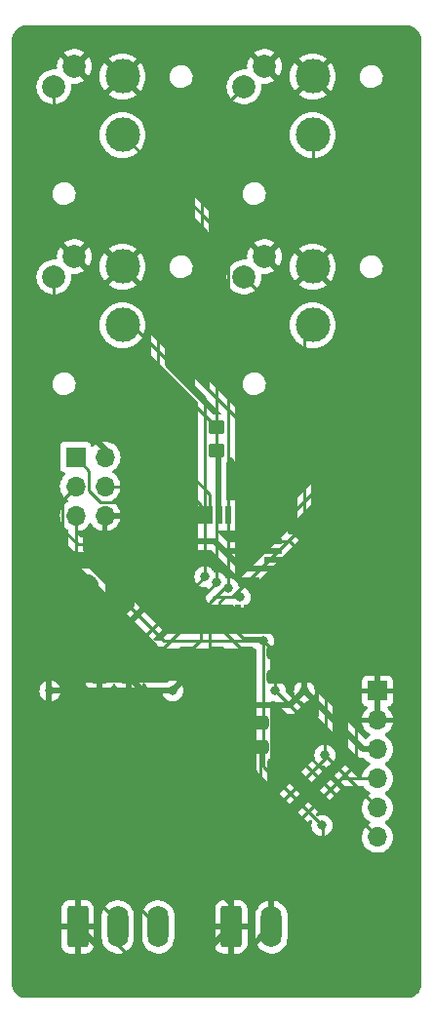
<source format=gbl>
%TF.GenerationSoftware,KiCad,Pcbnew,(7.0.0)*%
%TF.CreationDate,2023-10-19T20:40:40+02:00*%
%TF.ProjectId,SEM_ProjektoroSCH-Rev2,53454d5f-5072-46f6-9a65-6b746f726f53,2.3*%
%TF.SameCoordinates,Original*%
%TF.FileFunction,Copper,L2,Bot*%
%TF.FilePolarity,Positive*%
%FSLAX46Y46*%
G04 Gerber Fmt 4.6, Leading zero omitted, Abs format (unit mm)*
G04 Created by KiCad (PCBNEW (7.0.0)) date 2023-10-19 20:40:40*
%MOMM*%
%LPD*%
G01*
G04 APERTURE LIST*
G04 Aperture macros list*
%AMRoundRect*
0 Rectangle with rounded corners*
0 $1 Rounding radius*
0 $2 $3 $4 $5 $6 $7 $8 $9 X,Y pos of 4 corners*
0 Add a 4 corners polygon primitive as box body*
4,1,4,$2,$3,$4,$5,$6,$7,$8,$9,$2,$3,0*
0 Add four circle primitives for the rounded corners*
1,1,$1+$1,$2,$3*
1,1,$1+$1,$4,$5*
1,1,$1+$1,$6,$7*
1,1,$1+$1,$8,$9*
0 Add four rect primitives between the rounded corners*
20,1,$1+$1,$2,$3,$4,$5,0*
20,1,$1+$1,$4,$5,$6,$7,0*
20,1,$1+$1,$6,$7,$8,$9,0*
20,1,$1+$1,$8,$9,$2,$3,0*%
G04 Aperture macros list end*
%TA.AperFunction,ComponentPad*%
%ADD10RoundRect,0.250000X-0.650000X-1.550000X0.650000X-1.550000X0.650000X1.550000X-0.650000X1.550000X0*%
%TD*%
%TA.AperFunction,ComponentPad*%
%ADD11O,1.800000X3.600000*%
%TD*%
%TA.AperFunction,ComponentPad*%
%ADD12R,1.700000X1.700000*%
%TD*%
%TA.AperFunction,ComponentPad*%
%ADD13O,1.700000X1.700000*%
%TD*%
%TA.AperFunction,ComponentPad*%
%ADD14C,3.000000*%
%TD*%
%TA.AperFunction,ComponentPad*%
%ADD15C,2.000000*%
%TD*%
%TA.AperFunction,ViaPad*%
%ADD16C,0.800000*%
%TD*%
%TA.AperFunction,Conductor*%
%ADD17C,0.254000*%
%TD*%
%TA.AperFunction,Conductor*%
%ADD18C,0.508000*%
%TD*%
%TA.AperFunction,SMDPad,CuDef*%
%ADD19R,1.600000X0.550000*%
%TD*%
%TA.AperFunction,SMDPad,CuDef*%
%ADD20R,0.550000X1.600000*%
%TD*%
%TA.AperFunction,SMDPad,CuDef*%
%ADD21RoundRect,0.250000X-0.450000X0.350000X-0.450000X-0.350000X0.450000X-0.350000X0.450000X0.350000X0*%
%TD*%
%TA.AperFunction,SMDPad,CuDef*%
%ADD22RoundRect,0.250000X-0.475000X0.337500X-0.475000X-0.337500X0.475000X-0.337500X0.475000X0.337500X0*%
%TD*%
%TA.AperFunction,SMDPad,CuDef*%
%ADD23C,2.500000*%
%TD*%
%TA.AperFunction,SMDPad,CuDef*%
%ADD24RoundRect,0.250000X0.475000X-0.337500X0.475000X0.337500X-0.475000X0.337500X-0.475000X-0.337500X0*%
%TD*%
%TA.AperFunction,SMDPad,CuDef*%
%ADD25R,2.000000X7.875000*%
%TD*%
%TA.AperFunction,SMDPad,CuDef*%
%ADD26R,1.300000X1.550000*%
%TD*%
%TA.AperFunction,SMDPad,CuDef*%
%ADD27RoundRect,0.150000X-0.150000X0.850000X-0.150000X-0.850000X0.150000X-0.850000X0.150000X0.850000X0*%
%TD*%
G04 APERTURE END LIST*
D10*
%TO.P,J2,1,Pin_1*%
%TO.N,GND*%
X133350000Y-127800000D03*
D11*
%TO.P,J2,2,Pin_2*%
%TO.N,232-TX*%
X136849999Y-127799999D03*
%TO.P,J2,3,Pin_3*%
%TO.N,232-RX*%
X140349999Y-127799999D03*
%TD*%
D12*
%TO.P,J3,1,Pin_1*%
%TO.N,GND*%
X159384999Y-107314999D03*
D13*
%TO.P,J3,2,Pin_2*%
X159384999Y-109854999D03*
%TO.P,J3,3,Pin_3*%
%TO.N,+5V*%
X159384999Y-112394999D03*
%TO.P,J3,4,Pin_4*%
%TO.N,MCU-TX*%
X159384999Y-114934999D03*
%TO.P,J3,5,Pin_5*%
%TO.N,MCU-RX*%
X159384999Y-117474999D03*
%TO.P,J3,6,Pin_6*%
%TO.N,PROG-DTR*%
X159384999Y-120014999D03*
%TD*%
D14*
%TO.P,SW4,1,A*%
%TO.N,GND*%
X153765000Y-70485000D03*
%TO.P,SW4,2,B*%
%TO.N,BTN-4*%
X153765000Y-75565000D03*
D15*
%TO.P,SW4,3,A*%
%TO.N,Net-(R4-Pad1)*%
X147796000Y-71374000D03*
%TO.P,SW4,4,K*%
%TO.N,GND*%
X149574000Y-69596000D03*
%TD*%
D10*
%TO.P,J1,1,Pin_1*%
%TO.N,GND*%
X146685000Y-127800000D03*
D11*
%TO.P,J1,2,Pin_2*%
%TO.N,+5V*%
X150184999Y-127799999D03*
%TD*%
D14*
%TO.P,SW1,1,A*%
%TO.N,GND*%
X137255000Y-53975000D03*
%TO.P,SW1,2,B*%
%TO.N,BTN-1*%
X137255000Y-59055000D03*
D15*
%TO.P,SW1,3,A*%
%TO.N,Net-(R1-Pad1)*%
X131286000Y-54864000D03*
%TO.P,SW1,4,K*%
%TO.N,GND*%
X133064000Y-53086000D03*
%TD*%
%TO.P,SW2,4,K*%
%TO.N,GND*%
X149574000Y-53086000D03*
%TO.P,SW2,3,A*%
%TO.N,Net-(R2-Pad1)*%
X147796000Y-54864000D03*
D14*
%TO.P,SW2,2,B*%
%TO.N,BTN-2*%
X153765000Y-59055000D03*
%TO.P,SW2,1,A*%
%TO.N,GND*%
X153765000Y-53975000D03*
%TD*%
D12*
%TO.P,J4,1,Pin_1*%
%TO.N,MISO*%
X133174999Y-87009999D03*
D13*
%TO.P,J4,2,Pin_2*%
%TO.N,+5V*%
X135714999Y-87009999D03*
%TO.P,J4,3,Pin_3*%
%TO.N,SCK*%
X133174999Y-89549999D03*
%TO.P,J4,4,Pin_4*%
%TO.N,MOSI*%
X135714999Y-89549999D03*
%TO.P,J4,5,Pin_5*%
%TO.N,RST*%
X133174999Y-92089999D03*
%TO.P,J4,6,Pin_6*%
%TO.N,GND*%
X135714999Y-92089999D03*
%TD*%
D15*
%TO.P,SW3,4,K*%
%TO.N,GND*%
X133064000Y-69596000D03*
%TO.P,SW3,3,A*%
%TO.N,Net-(R3-Pad1)*%
X131286000Y-71374000D03*
D14*
%TO.P,SW3,2,B*%
%TO.N,BTN-3*%
X137255000Y-75565000D03*
%TO.P,SW3,1,A*%
%TO.N,GND*%
X137255000Y-70485000D03*
%TD*%
D16*
%TO.N,BTN-2*%
X146431000Y-98425000D03*
%TO.N,RST*%
X154559000Y-118999000D03*
%TO.N,MCU-RX*%
X154813000Y-112903000D03*
%TO.N,GND*%
X143510000Y-50165000D03*
%TO.N,BTN-3*%
X144399000Y-97409000D03*
%TO.N,BTN-4*%
X147447000Y-99175498D03*
%TO.N,GND*%
X143510000Y-133350000D03*
X162560000Y-75565000D03*
%TO.N,RST*%
X149479000Y-102997000D03*
%TO.N,BTN-1*%
X145415000Y-97917000D03*
%TO.N,PROG-DTR*%
X150495000Y-107315000D03*
%TO.N,GND*%
X133350000Y-133350000D03*
%TO.N,+5V*%
X141605000Y-107315000D03*
%TO.N,GND*%
X161925000Y-50800000D03*
X155067000Y-93345000D03*
X162560000Y-126365000D03*
X154940000Y-84455000D03*
X128270000Y-116205000D03*
X128270000Y-85725000D03*
X162560000Y-70485000D03*
X128270000Y-95885000D03*
X162560000Y-60325000D03*
X162560000Y-121285000D03*
X162560000Y-65405000D03*
X128270000Y-65405000D03*
X128270000Y-126365000D03*
X144145000Y-107950000D03*
X152019000Y-96901000D03*
X153670000Y-133350000D03*
X148590000Y-50165000D03*
X162560000Y-100965000D03*
X147320000Y-93980000D03*
%TO.N,+5V*%
X153035000Y-107315000D03*
%TO.N,GND*%
X128270000Y-90805000D03*
X147320000Y-88900000D03*
X153670000Y-50165000D03*
X137795000Y-113665000D03*
X128270000Y-111125000D03*
X128270000Y-106045000D03*
X156210000Y-111760000D03*
%TO.N,+5V*%
X130937000Y-107315000D03*
%TO.N,GND*%
X162560000Y-111125000D03*
X142240000Y-124460000D03*
X162560000Y-85725000D03*
X128270000Y-75565000D03*
X139065000Y-88265000D03*
X151130000Y-121920000D03*
X161925000Y-132715000D03*
X128270000Y-60325000D03*
X151765000Y-113030000D03*
X162560000Y-80645000D03*
X141605000Y-100965000D03*
X136525000Y-95885000D03*
X128270000Y-121285000D03*
X137033000Y-110109000D03*
X158750000Y-133350000D03*
X143383000Y-96393000D03*
X138430000Y-133350000D03*
X158750000Y-50165000D03*
X128270000Y-100965000D03*
X135255000Y-123825000D03*
X162560000Y-90805000D03*
X148590000Y-133350000D03*
X128270000Y-55245000D03*
X147955000Y-113411000D03*
X137795000Y-119380000D03*
X162560000Y-116205000D03*
X128270000Y-70485000D03*
X162560000Y-95885000D03*
X162560000Y-106045000D03*
X128270000Y-80645000D03*
X138430000Y-50165000D03*
X133350000Y-50165000D03*
X128905000Y-132715000D03*
X159095000Y-127381000D03*
X162560000Y-55245000D03*
X128905000Y-50800000D03*
%TD*%
D17*
%TO.N,BTN-2*%
X146431000Y-68961000D02*
X153765000Y-61627000D01*
X146431000Y-98425000D02*
X146431000Y-68961000D01*
X153765000Y-61627000D02*
X153765000Y-59055000D01*
%TO.N,BTN-4*%
X153035000Y-76295000D02*
X153765000Y-75565000D01*
X145113866Y-99152000D02*
X146732134Y-99152000D01*
X146732134Y-99152000D02*
X153035000Y-92849134D01*
X153035000Y-92849134D02*
X153035000Y-76295000D01*
X145137364Y-99175498D02*
X145113866Y-99152000D01*
X147447000Y-99175498D02*
X145137364Y-99175498D01*
D18*
%TO.N,+5V*%
X153035000Y-107315000D02*
X158115000Y-112395000D01*
X130937000Y-107315000D02*
X141605000Y-107315000D01*
X158115000Y-112395000D02*
X159385000Y-112395000D01*
D17*
%TO.N,BTN-1*%
X145415000Y-67215000D02*
X137255000Y-59055000D01*
X145415000Y-97917000D02*
X145415000Y-67215000D01*
%TO.N,BTN-3*%
X144399000Y-81915000D02*
X138049000Y-75565000D01*
X144399000Y-97409000D02*
X144399000Y-81915000D01*
X138049000Y-75565000D02*
X137255000Y-75565000D01*
%TO.N,MCU-RX*%
X159385000Y-117475000D02*
X154813000Y-112903000D01*
%TO.N,RST*%
X154559000Y-118999000D02*
X149479000Y-113919000D01*
%TO.N,PROG-DTR*%
X152781000Y-113411000D02*
X159385000Y-120015000D01*
X150495000Y-107315000D02*
X152781000Y-109601000D01*
%TO.N,RST*%
X149479000Y-102997000D02*
X140843000Y-102997000D01*
X140843000Y-102997000D02*
X133175000Y-95329000D01*
%TO.N,PROG-DTR*%
X152781000Y-109601000D02*
X152781000Y-113411000D01*
%TO.N,RST*%
X149479000Y-113919000D02*
X149479000Y-102997000D01*
X133175000Y-95329000D02*
X133175000Y-92090000D01*
%TD*%
%TA.AperFunction,Conductor*%
%TO.N,GND*%
G36*
X161929853Y-49530882D02*
G01*
X161932530Y-49531092D01*
X161981632Y-49534957D01*
X161982244Y-49535008D01*
X162122579Y-49547285D01*
X162140698Y-49550236D01*
X162219494Y-49569153D01*
X162222476Y-49569910D01*
X162327793Y-49598130D01*
X162343150Y-49603343D01*
X162371451Y-49615065D01*
X162423496Y-49636622D01*
X162428376Y-49638770D01*
X162521788Y-49682329D01*
X162534135Y-49688963D01*
X162610163Y-49735553D01*
X162616477Y-49739694D01*
X162699166Y-49797594D01*
X162708551Y-49804860D01*
X162776975Y-49863299D01*
X162784124Y-49869908D01*
X162855090Y-49940874D01*
X162861699Y-49948023D01*
X162920135Y-50016442D01*
X162927414Y-50025844D01*
X162985299Y-50108513D01*
X162989451Y-50114845D01*
X163036028Y-50190852D01*
X163042680Y-50203231D01*
X163086208Y-50296577D01*
X163088388Y-50301531D01*
X163121655Y-50381848D01*
X163126868Y-50397205D01*
X163155067Y-50502442D01*
X163155866Y-50505589D01*
X163174760Y-50584290D01*
X163177714Y-50602430D01*
X163189967Y-50742487D01*
X163190057Y-50743562D01*
X163194118Y-50795145D01*
X163194500Y-50804877D01*
X163194500Y-132710123D01*
X163194117Y-132719855D01*
X163190056Y-132771436D01*
X163189967Y-132772511D01*
X163177714Y-132912568D01*
X163174760Y-132930708D01*
X163155866Y-133009409D01*
X163155067Y-133012556D01*
X163126868Y-133117793D01*
X163121655Y-133133150D01*
X163088388Y-133213467D01*
X163086208Y-133218421D01*
X163042680Y-133311767D01*
X163036025Y-133324153D01*
X162989451Y-133400153D01*
X162985299Y-133406485D01*
X162927414Y-133489154D01*
X162920129Y-133498563D01*
X162861699Y-133566975D01*
X162855090Y-133574124D01*
X162784124Y-133645090D01*
X162776975Y-133651699D01*
X162708563Y-133710129D01*
X162699154Y-133717414D01*
X162616485Y-133775299D01*
X162610153Y-133779451D01*
X162534153Y-133826025D01*
X162521767Y-133832680D01*
X162428421Y-133876208D01*
X162423467Y-133878388D01*
X162343150Y-133911655D01*
X162327793Y-133916868D01*
X162222556Y-133945067D01*
X162219409Y-133945866D01*
X162140708Y-133964760D01*
X162122568Y-133967714D01*
X161982511Y-133979967D01*
X161981436Y-133980056D01*
X161929855Y-133984117D01*
X161920123Y-133984500D01*
X128909877Y-133984500D01*
X128900147Y-133984118D01*
X128895829Y-133983778D01*
X128848562Y-133980057D01*
X128847487Y-133979967D01*
X128707430Y-133967714D01*
X128689290Y-133964760D01*
X128610589Y-133945866D01*
X128607442Y-133945067D01*
X128502205Y-133916868D01*
X128486848Y-133911655D01*
X128406531Y-133878388D01*
X128401577Y-133876208D01*
X128308224Y-133832676D01*
X128295852Y-133826028D01*
X128248554Y-133797044D01*
X128219845Y-133779451D01*
X128213513Y-133775299D01*
X128178624Y-133750869D01*
X128130839Y-133717410D01*
X128121442Y-133710135D01*
X128053023Y-133651699D01*
X128045874Y-133645090D01*
X127974908Y-133574124D01*
X127968299Y-133566975D01*
X127947545Y-133542675D01*
X127909860Y-133498551D01*
X127902594Y-133489166D01*
X127844694Y-133406477D01*
X127840547Y-133400153D01*
X127793963Y-133324135D01*
X127787329Y-133311788D01*
X127743770Y-133218376D01*
X127741622Y-133213496D01*
X127708343Y-133133150D01*
X127703130Y-133117793D01*
X127674910Y-133012476D01*
X127674153Y-133009494D01*
X127655236Y-132930698D01*
X127652285Y-132912579D01*
X127640008Y-132772244D01*
X127639957Y-132771632D01*
X127635882Y-132719853D01*
X127635500Y-132710126D01*
X127635500Y-129396829D01*
X131950001Y-129396829D01*
X131950321Y-129403111D01*
X131959805Y-129495959D01*
X131962623Y-129509122D01*
X132013370Y-129662267D01*
X132019432Y-129675266D01*
X132103890Y-129812194D01*
X132112794Y-129823455D01*
X132226544Y-129937205D01*
X132237805Y-129946109D01*
X132374733Y-130030567D01*
X132387732Y-130036629D01*
X132540874Y-130087375D01*
X132554041Y-130090194D01*
X132646890Y-130099680D01*
X132653168Y-130100000D01*
X133083674Y-130100000D01*
X133096549Y-130096549D01*
X133100000Y-130083674D01*
X133100000Y-130083673D01*
X133600000Y-130083673D01*
X133603450Y-130096548D01*
X133616326Y-130099999D01*
X134046829Y-130099999D01*
X134053111Y-130099678D01*
X134145959Y-130090194D01*
X134159122Y-130087376D01*
X134312267Y-130036629D01*
X134325266Y-130030567D01*
X134462194Y-129946109D01*
X134473455Y-129937205D01*
X134587205Y-129823455D01*
X134596109Y-129812194D01*
X134680567Y-129675266D01*
X134686629Y-129662267D01*
X134737375Y-129509125D01*
X134740194Y-129495958D01*
X134749680Y-129403109D01*
X134750000Y-129396832D01*
X134750000Y-128759497D01*
X135449500Y-128759497D01*
X135449722Y-128762113D01*
X135449723Y-128762121D01*
X135464206Y-128932287D01*
X135464207Y-128932296D01*
X135464654Y-128937541D01*
X135524725Y-129168249D01*
X135622923Y-129385486D01*
X135756421Y-129583003D01*
X135921379Y-129755118D01*
X135925614Y-129758250D01*
X136108815Y-129893745D01*
X136108818Y-129893746D01*
X136113053Y-129896879D01*
X136325926Y-130004207D01*
X136553877Y-130074016D01*
X136790346Y-130104298D01*
X137028532Y-130094180D01*
X137261581Y-130043954D01*
X137482790Y-129955064D01*
X137685795Y-129830069D01*
X137864755Y-129672564D01*
X138014523Y-129487080D01*
X138130790Y-129278954D01*
X138210211Y-129054171D01*
X138250500Y-128819200D01*
X138250500Y-128759497D01*
X138949500Y-128759497D01*
X138949722Y-128762113D01*
X138949723Y-128762121D01*
X138964206Y-128932287D01*
X138964207Y-128932296D01*
X138964654Y-128937541D01*
X139024725Y-129168249D01*
X139122923Y-129385486D01*
X139256421Y-129583003D01*
X139421379Y-129755118D01*
X139425614Y-129758250D01*
X139608815Y-129893745D01*
X139608818Y-129893746D01*
X139613053Y-129896879D01*
X139825926Y-130004207D01*
X140053877Y-130074016D01*
X140290346Y-130104298D01*
X140528532Y-130094180D01*
X140761581Y-130043954D01*
X140982790Y-129955064D01*
X141185795Y-129830069D01*
X141364755Y-129672564D01*
X141514523Y-129487080D01*
X141564941Y-129396829D01*
X145285001Y-129396829D01*
X145285321Y-129403111D01*
X145294805Y-129495959D01*
X145297623Y-129509122D01*
X145348370Y-129662267D01*
X145354432Y-129675266D01*
X145438890Y-129812194D01*
X145447794Y-129823455D01*
X145561544Y-129937205D01*
X145572805Y-129946109D01*
X145709733Y-130030567D01*
X145722732Y-130036629D01*
X145875874Y-130087375D01*
X145889041Y-130090194D01*
X145981890Y-130099680D01*
X145988168Y-130100000D01*
X146418674Y-130100000D01*
X146431549Y-130096549D01*
X146435000Y-130083674D01*
X146435000Y-130083673D01*
X146935000Y-130083673D01*
X146938450Y-130096548D01*
X146951326Y-130099999D01*
X147381829Y-130099999D01*
X147388111Y-130099678D01*
X147480959Y-130090194D01*
X147494122Y-130087376D01*
X147647267Y-130036629D01*
X147660266Y-130030567D01*
X147797194Y-129946109D01*
X147808455Y-129937205D01*
X147922205Y-129823455D01*
X147931109Y-129812194D01*
X148015567Y-129675266D01*
X148021629Y-129662267D01*
X148072375Y-129509125D01*
X148075194Y-129495958D01*
X148084680Y-129403109D01*
X148085000Y-129396832D01*
X148085000Y-128759497D01*
X148784500Y-128759497D01*
X148784722Y-128762113D01*
X148784723Y-128762121D01*
X148799206Y-128932287D01*
X148799207Y-128932296D01*
X148799654Y-128937541D01*
X148859725Y-129168249D01*
X148957923Y-129385486D01*
X149091421Y-129583003D01*
X149256379Y-129755118D01*
X149260614Y-129758250D01*
X149443815Y-129893745D01*
X149443818Y-129893746D01*
X149448053Y-129896879D01*
X149660926Y-130004207D01*
X149888877Y-130074016D01*
X150125346Y-130104298D01*
X150363532Y-130094180D01*
X150596581Y-130043954D01*
X150817790Y-129955064D01*
X151020795Y-129830069D01*
X151199755Y-129672564D01*
X151349523Y-129487080D01*
X151465790Y-129278954D01*
X151545211Y-129054171D01*
X151585500Y-128819200D01*
X151585500Y-126840503D01*
X151570346Y-126662459D01*
X151510275Y-126431751D01*
X151412077Y-126214514D01*
X151278579Y-126016997D01*
X151113621Y-125844882D01*
X151021222Y-125776544D01*
X150926184Y-125706254D01*
X150926178Y-125706250D01*
X150921947Y-125703121D01*
X150917243Y-125700749D01*
X150917241Y-125700748D01*
X150802652Y-125642974D01*
X150709074Y-125595793D01*
X150622996Y-125569432D01*
X150486159Y-125527526D01*
X150486156Y-125527525D01*
X150481123Y-125525984D01*
X150475899Y-125525315D01*
X150249871Y-125496370D01*
X150249870Y-125496369D01*
X150244654Y-125495702D01*
X150239399Y-125495925D01*
X150239394Y-125495925D01*
X150011733Y-125505596D01*
X150011728Y-125505596D01*
X150006468Y-125505820D01*
X150001328Y-125506927D01*
X150001318Y-125506929D01*
X149778571Y-125554935D01*
X149778563Y-125554937D01*
X149773419Y-125556046D01*
X149768532Y-125558009D01*
X149768528Y-125558011D01*
X149557091Y-125642974D01*
X149557084Y-125642977D01*
X149552210Y-125644936D01*
X149547738Y-125647689D01*
X149547731Y-125647693D01*
X149353684Y-125767172D01*
X149353674Y-125767179D01*
X149349205Y-125769931D01*
X149345263Y-125773400D01*
X149345254Y-125773407D01*
X149174201Y-125923954D01*
X149170245Y-125927436D01*
X149166937Y-125931532D01*
X149166932Y-125931538D01*
X149023787Y-126108820D01*
X149023784Y-126108823D01*
X149020477Y-126112920D01*
X149017913Y-126117508D01*
X149017910Y-126117514D01*
X148906778Y-126316448D01*
X148906775Y-126316453D01*
X148904210Y-126321046D01*
X148902457Y-126326006D01*
X148902454Y-126326014D01*
X148826544Y-126540859D01*
X148826541Y-126540869D01*
X148824789Y-126545829D01*
X148823899Y-126551015D01*
X148823897Y-126551026D01*
X148785390Y-126775606D01*
X148785389Y-126775612D01*
X148784500Y-126780800D01*
X148784500Y-128759497D01*
X148085000Y-128759497D01*
X148085000Y-128066326D01*
X148081549Y-128053450D01*
X148068674Y-128050000D01*
X146951326Y-128050000D01*
X146938450Y-128053450D01*
X146935000Y-128066326D01*
X146935000Y-130083673D01*
X146435000Y-130083673D01*
X146435000Y-128066326D01*
X146431549Y-128053450D01*
X146418674Y-128050000D01*
X145301327Y-128050000D01*
X145288451Y-128053450D01*
X145285001Y-128066326D01*
X145285001Y-129396829D01*
X141564941Y-129396829D01*
X141630790Y-129278954D01*
X141710211Y-129054171D01*
X141750500Y-128819200D01*
X141750500Y-127533674D01*
X145285000Y-127533674D01*
X145288450Y-127546549D01*
X145301326Y-127550000D01*
X146418674Y-127550000D01*
X146431549Y-127546549D01*
X146435000Y-127533674D01*
X146935000Y-127533674D01*
X146938450Y-127546549D01*
X146951326Y-127550000D01*
X148068673Y-127550000D01*
X148081548Y-127546549D01*
X148084999Y-127533674D01*
X148084999Y-126203171D01*
X148084678Y-126196888D01*
X148075194Y-126104040D01*
X148072376Y-126090877D01*
X148021629Y-125937732D01*
X148015567Y-125924733D01*
X147931109Y-125787805D01*
X147922205Y-125776544D01*
X147808455Y-125662794D01*
X147797194Y-125653890D01*
X147660266Y-125569432D01*
X147647267Y-125563370D01*
X147494125Y-125512624D01*
X147480958Y-125509805D01*
X147388109Y-125500319D01*
X147381832Y-125500000D01*
X146951326Y-125500000D01*
X146938450Y-125503450D01*
X146935000Y-125516326D01*
X146935000Y-127533674D01*
X146435000Y-127533674D01*
X146435000Y-125516327D01*
X146431549Y-125503451D01*
X146418674Y-125500001D01*
X145988171Y-125500001D01*
X145981888Y-125500321D01*
X145889040Y-125509805D01*
X145875877Y-125512623D01*
X145722732Y-125563370D01*
X145709733Y-125569432D01*
X145572805Y-125653890D01*
X145561544Y-125662794D01*
X145447794Y-125776544D01*
X145438890Y-125787805D01*
X145354432Y-125924733D01*
X145348370Y-125937732D01*
X145297624Y-126090874D01*
X145294805Y-126104041D01*
X145285319Y-126196890D01*
X145285000Y-126203168D01*
X145285000Y-127533674D01*
X141750500Y-127533674D01*
X141750500Y-126840503D01*
X141735346Y-126662459D01*
X141675275Y-126431751D01*
X141577077Y-126214514D01*
X141443579Y-126016997D01*
X141278621Y-125844882D01*
X141186222Y-125776544D01*
X141091184Y-125706254D01*
X141091178Y-125706250D01*
X141086947Y-125703121D01*
X141082243Y-125700749D01*
X141082241Y-125700748D01*
X140967652Y-125642974D01*
X140874074Y-125595793D01*
X140787996Y-125569432D01*
X140651159Y-125527526D01*
X140651156Y-125527525D01*
X140646123Y-125525984D01*
X140640899Y-125525315D01*
X140414871Y-125496370D01*
X140414870Y-125496369D01*
X140409654Y-125495702D01*
X140404399Y-125495925D01*
X140404394Y-125495925D01*
X140176733Y-125505596D01*
X140176728Y-125505596D01*
X140171468Y-125505820D01*
X140166328Y-125506927D01*
X140166318Y-125506929D01*
X139943571Y-125554935D01*
X139943563Y-125554937D01*
X139938419Y-125556046D01*
X139933532Y-125558009D01*
X139933528Y-125558011D01*
X139722091Y-125642974D01*
X139722084Y-125642977D01*
X139717210Y-125644936D01*
X139712738Y-125647689D01*
X139712731Y-125647693D01*
X139518684Y-125767172D01*
X139518674Y-125767179D01*
X139514205Y-125769931D01*
X139510263Y-125773400D01*
X139510254Y-125773407D01*
X139339201Y-125923954D01*
X139335245Y-125927436D01*
X139331937Y-125931532D01*
X139331932Y-125931538D01*
X139188787Y-126108820D01*
X139188784Y-126108823D01*
X139185477Y-126112920D01*
X139182913Y-126117508D01*
X139182910Y-126117514D01*
X139071778Y-126316448D01*
X139071775Y-126316453D01*
X139069210Y-126321046D01*
X139067457Y-126326006D01*
X139067454Y-126326014D01*
X138991544Y-126540859D01*
X138991541Y-126540869D01*
X138989789Y-126545829D01*
X138988899Y-126551015D01*
X138988897Y-126551026D01*
X138950390Y-126775606D01*
X138950389Y-126775612D01*
X138949500Y-126780800D01*
X138949500Y-128759497D01*
X138250500Y-128759497D01*
X138250500Y-126840503D01*
X138235346Y-126662459D01*
X138175275Y-126431751D01*
X138077077Y-126214514D01*
X137943579Y-126016997D01*
X137778621Y-125844882D01*
X137686222Y-125776544D01*
X137591184Y-125706254D01*
X137591178Y-125706250D01*
X137586947Y-125703121D01*
X137582243Y-125700749D01*
X137582241Y-125700748D01*
X137467652Y-125642974D01*
X137374074Y-125595793D01*
X137287996Y-125569432D01*
X137151159Y-125527526D01*
X137151156Y-125527525D01*
X137146123Y-125525984D01*
X137140899Y-125525315D01*
X136914871Y-125496370D01*
X136914870Y-125496369D01*
X136909654Y-125495702D01*
X136904399Y-125495925D01*
X136904394Y-125495925D01*
X136676733Y-125505596D01*
X136676728Y-125505596D01*
X136671468Y-125505820D01*
X136666328Y-125506927D01*
X136666318Y-125506929D01*
X136443571Y-125554935D01*
X136443563Y-125554937D01*
X136438419Y-125556046D01*
X136433532Y-125558009D01*
X136433528Y-125558011D01*
X136222091Y-125642974D01*
X136222084Y-125642977D01*
X136217210Y-125644936D01*
X136212738Y-125647689D01*
X136212731Y-125647693D01*
X136018684Y-125767172D01*
X136018674Y-125767179D01*
X136014205Y-125769931D01*
X136010263Y-125773400D01*
X136010254Y-125773407D01*
X135839201Y-125923954D01*
X135835245Y-125927436D01*
X135831937Y-125931532D01*
X135831932Y-125931538D01*
X135688787Y-126108820D01*
X135688784Y-126108823D01*
X135685477Y-126112920D01*
X135682913Y-126117508D01*
X135682910Y-126117514D01*
X135571778Y-126316448D01*
X135571775Y-126316453D01*
X135569210Y-126321046D01*
X135567457Y-126326006D01*
X135567454Y-126326014D01*
X135491544Y-126540859D01*
X135491541Y-126540869D01*
X135489789Y-126545829D01*
X135488899Y-126551015D01*
X135488897Y-126551026D01*
X135450390Y-126775606D01*
X135450389Y-126775612D01*
X135449500Y-126780800D01*
X135449500Y-128759497D01*
X134750000Y-128759497D01*
X134750000Y-128066326D01*
X134746549Y-128053450D01*
X134733674Y-128050000D01*
X133616326Y-128050000D01*
X133603450Y-128053450D01*
X133600000Y-128066326D01*
X133600000Y-130083673D01*
X133100000Y-130083673D01*
X133100000Y-128066326D01*
X133096549Y-128053450D01*
X133083674Y-128050000D01*
X131966327Y-128050000D01*
X131953451Y-128053450D01*
X131950001Y-128066326D01*
X131950001Y-129396829D01*
X127635500Y-129396829D01*
X127635500Y-127533674D01*
X131950000Y-127533674D01*
X131953450Y-127546549D01*
X131966326Y-127550000D01*
X133083674Y-127550000D01*
X133096549Y-127546549D01*
X133100000Y-127533674D01*
X133600000Y-127533674D01*
X133603450Y-127546549D01*
X133616326Y-127550000D01*
X134733673Y-127550000D01*
X134746548Y-127546549D01*
X134749999Y-127533674D01*
X134749999Y-126203171D01*
X134749678Y-126196888D01*
X134740194Y-126104040D01*
X134737376Y-126090877D01*
X134686629Y-125937732D01*
X134680567Y-125924733D01*
X134596109Y-125787805D01*
X134587205Y-125776544D01*
X134473455Y-125662794D01*
X134462194Y-125653890D01*
X134325266Y-125569432D01*
X134312267Y-125563370D01*
X134159125Y-125512624D01*
X134145958Y-125509805D01*
X134053109Y-125500319D01*
X134046832Y-125500000D01*
X133616326Y-125500000D01*
X133603450Y-125503450D01*
X133600000Y-125516326D01*
X133600000Y-127533674D01*
X133100000Y-127533674D01*
X133100000Y-125516327D01*
X133096549Y-125503451D01*
X133083674Y-125500001D01*
X132653171Y-125500001D01*
X132646888Y-125500321D01*
X132554040Y-125509805D01*
X132540877Y-125512623D01*
X132387732Y-125563370D01*
X132374733Y-125569432D01*
X132237805Y-125653890D01*
X132226544Y-125662794D01*
X132112794Y-125776544D01*
X132103890Y-125787805D01*
X132019432Y-125924733D01*
X132013370Y-125937732D01*
X131962624Y-126090874D01*
X131959805Y-126104041D01*
X131950319Y-126196890D01*
X131950000Y-126203168D01*
X131950000Y-127533674D01*
X127635500Y-127533674D01*
X127635500Y-107315000D01*
X130031540Y-107315000D01*
X130032219Y-107321460D01*
X130050646Y-107496795D01*
X130050647Y-107496803D01*
X130051326Y-107503256D01*
X130053331Y-107509428D01*
X130053333Y-107509435D01*
X130107813Y-107677105D01*
X130109821Y-107683284D01*
X130204467Y-107847216D01*
X130331129Y-107987888D01*
X130484270Y-108099151D01*
X130657197Y-108176144D01*
X130842354Y-108215500D01*
X131025143Y-108215500D01*
X131031646Y-108215500D01*
X131216803Y-108176144D01*
X131389730Y-108099151D01*
X131397949Y-108093179D01*
X131432514Y-108075569D01*
X131470831Y-108069500D01*
X141071169Y-108069500D01*
X141109486Y-108075569D01*
X141144050Y-108093179D01*
X141152270Y-108099151D01*
X141325197Y-108176144D01*
X141510354Y-108215500D01*
X141693143Y-108215500D01*
X141699646Y-108215500D01*
X141884803Y-108176144D01*
X142057730Y-108099151D01*
X142210871Y-107987888D01*
X142337533Y-107847216D01*
X142432179Y-107683284D01*
X142490674Y-107503256D01*
X142510460Y-107315000D01*
X142490674Y-107126744D01*
X142432179Y-106946716D01*
X142337533Y-106782784D01*
X142210871Y-106642112D01*
X142205613Y-106638292D01*
X142205611Y-106638290D01*
X142062988Y-106534669D01*
X142062987Y-106534668D01*
X142057730Y-106530849D01*
X142051792Y-106528205D01*
X141890745Y-106456501D01*
X141890740Y-106456499D01*
X141884803Y-106453856D01*
X141878444Y-106452504D01*
X141878440Y-106452503D01*
X141706008Y-106415852D01*
X141706005Y-106415851D01*
X141699646Y-106414500D01*
X141510354Y-106414500D01*
X141503995Y-106415851D01*
X141503991Y-106415852D01*
X141331559Y-106452503D01*
X141331552Y-106452505D01*
X141325197Y-106453856D01*
X141319262Y-106456498D01*
X141319254Y-106456501D01*
X141158207Y-106528205D01*
X141158202Y-106528207D01*
X141152270Y-106530849D01*
X141144052Y-106536820D01*
X141109486Y-106554431D01*
X141071169Y-106560500D01*
X131470831Y-106560500D01*
X131432514Y-106554431D01*
X131397948Y-106536820D01*
X131389730Y-106530849D01*
X131383792Y-106528205D01*
X131222745Y-106456501D01*
X131222740Y-106456499D01*
X131216803Y-106453856D01*
X131210444Y-106452504D01*
X131210440Y-106452503D01*
X131038008Y-106415852D01*
X131038005Y-106415851D01*
X131031646Y-106414500D01*
X130842354Y-106414500D01*
X130835995Y-106415851D01*
X130835991Y-106415852D01*
X130663559Y-106452503D01*
X130663552Y-106452505D01*
X130657197Y-106453856D01*
X130651262Y-106456498D01*
X130651254Y-106456501D01*
X130490207Y-106528205D01*
X130490202Y-106528207D01*
X130484270Y-106530849D01*
X130479016Y-106534665D01*
X130479011Y-106534669D01*
X130336388Y-106638290D01*
X130336381Y-106638295D01*
X130331129Y-106642112D01*
X130326784Y-106646937D01*
X130326779Y-106646942D01*
X130208813Y-106777956D01*
X130208808Y-106777962D01*
X130204467Y-106782784D01*
X130201222Y-106788404D01*
X130201218Y-106788410D01*
X130113069Y-106941089D01*
X130113066Y-106941094D01*
X130109821Y-106946716D01*
X130107815Y-106952888D01*
X130107813Y-106952894D01*
X130053333Y-107120564D01*
X130053331Y-107120573D01*
X130051326Y-107126744D01*
X130050648Y-107133194D01*
X130050646Y-107133204D01*
X130048038Y-107158024D01*
X130031540Y-107315000D01*
X127635500Y-107315000D01*
X127635500Y-92090000D01*
X131819341Y-92090000D01*
X131839937Y-92325408D01*
X131841336Y-92330630D01*
X131841337Y-92330634D01*
X131899694Y-92548430D01*
X131899697Y-92548438D01*
X131901097Y-92553663D01*
X131903385Y-92558570D01*
X131903386Y-92558572D01*
X131998678Y-92762927D01*
X131998681Y-92762933D01*
X132000965Y-92767830D01*
X132004064Y-92772257D01*
X132004066Y-92772259D01*
X132133399Y-92956966D01*
X132133402Y-92956970D01*
X132136505Y-92961401D01*
X132303599Y-93128495D01*
X132308032Y-93131599D01*
X132308038Y-93131604D01*
X132494623Y-93262252D01*
X132533489Y-93306570D01*
X132547500Y-93363827D01*
X132547500Y-95250955D01*
X132546976Y-95262066D01*
X132545320Y-95269477D01*
X132545565Y-95277274D01*
X132545565Y-95277275D01*
X132547439Y-95336919D01*
X132547500Y-95340813D01*
X132547500Y-95368476D01*
X132547988Y-95372343D01*
X132547989Y-95372354D01*
X132548007Y-95372494D01*
X132548921Y-95384117D01*
X132550053Y-95420144D01*
X132550054Y-95420150D01*
X132550299Y-95427943D01*
X132552474Y-95435432D01*
X132552475Y-95435433D01*
X132555917Y-95447280D01*
X132559860Y-95466324D01*
X132561404Y-95478548D01*
X132561407Y-95478559D01*
X132562384Y-95486293D01*
X132565253Y-95493541D01*
X132565256Y-95493550D01*
X132578519Y-95527050D01*
X132582302Y-95538097D01*
X132594532Y-95580191D01*
X132598502Y-95586903D01*
X132598503Y-95586906D01*
X132604776Y-95597513D01*
X132613336Y-95614985D01*
X132620747Y-95633703D01*
X132625332Y-95640014D01*
X132625334Y-95640017D01*
X132646512Y-95669167D01*
X132652924Y-95678928D01*
X132671264Y-95709939D01*
X132671266Y-95709942D01*
X132675237Y-95716656D01*
X132680755Y-95722174D01*
X132689471Y-95730890D01*
X132702103Y-95745679D01*
X132713937Y-95761967D01*
X132719947Y-95766938D01*
X132719949Y-95766941D01*
X132747705Y-95789902D01*
X132756346Y-95797765D01*
X140344104Y-103385523D01*
X140351591Y-103393751D01*
X140355660Y-103400162D01*
X140361344Y-103405499D01*
X140361346Y-103405502D01*
X140404846Y-103446351D01*
X140407643Y-103449061D01*
X140427205Y-103468624D01*
X140430405Y-103471106D01*
X140439276Y-103478684D01*
X140465545Y-103503352D01*
X140471233Y-103508693D01*
X140488878Y-103518393D01*
X140505136Y-103529073D01*
X140521038Y-103541408D01*
X140528201Y-103544507D01*
X140528200Y-103544507D01*
X140561260Y-103558813D01*
X140571751Y-103563952D01*
X140610166Y-103585072D01*
X140629663Y-103590077D01*
X140648063Y-103596377D01*
X140666542Y-103604374D01*
X140709847Y-103611232D01*
X140721270Y-103613598D01*
X140763728Y-103624500D01*
X140783859Y-103624500D01*
X140803257Y-103626027D01*
X140823133Y-103629175D01*
X140866768Y-103625050D01*
X140878439Y-103624500D01*
X148727500Y-103624500D01*
X148789500Y-103641113D01*
X148834887Y-103686500D01*
X148851500Y-103748500D01*
X148851500Y-113840955D01*
X148850976Y-113852066D01*
X148849320Y-113859477D01*
X148849565Y-113867274D01*
X148849565Y-113867275D01*
X148851439Y-113926919D01*
X148851500Y-113930813D01*
X148851500Y-113958476D01*
X148851988Y-113962343D01*
X148851989Y-113962354D01*
X148852007Y-113962494D01*
X148852921Y-113974117D01*
X148854053Y-114010144D01*
X148854054Y-114010150D01*
X148854299Y-114017943D01*
X148856474Y-114025432D01*
X148856475Y-114025433D01*
X148859917Y-114037280D01*
X148863860Y-114056324D01*
X148865404Y-114068548D01*
X148865407Y-114068559D01*
X148866384Y-114076293D01*
X148869253Y-114083541D01*
X148869256Y-114083550D01*
X148882519Y-114117050D01*
X148886302Y-114128097D01*
X148898532Y-114170191D01*
X148902502Y-114176903D01*
X148902503Y-114176906D01*
X148908776Y-114187513D01*
X148917336Y-114204985D01*
X148924747Y-114223703D01*
X148929332Y-114230014D01*
X148929334Y-114230017D01*
X148950512Y-114259167D01*
X148956924Y-114268928D01*
X148975264Y-114299939D01*
X148975266Y-114299942D01*
X148979237Y-114306656D01*
X148984754Y-114312173D01*
X148984755Y-114312174D01*
X148993471Y-114320890D01*
X149006103Y-114335679D01*
X149017937Y-114351967D01*
X149023947Y-114356938D01*
X149023949Y-114356941D01*
X149051705Y-114379902D01*
X149060346Y-114387765D01*
X153620370Y-118947789D01*
X153644610Y-118982086D01*
X153656010Y-119022508D01*
X153669204Y-119148034D01*
X153673326Y-119187256D01*
X153675331Y-119193428D01*
X153675333Y-119193435D01*
X153723632Y-119342081D01*
X153731821Y-119367284D01*
X153826467Y-119531216D01*
X153830811Y-119536041D01*
X153830813Y-119536043D01*
X153948779Y-119667057D01*
X153953129Y-119671888D01*
X153958387Y-119675708D01*
X153958388Y-119675709D01*
X154029699Y-119727519D01*
X154106270Y-119783151D01*
X154279197Y-119860144D01*
X154464354Y-119899500D01*
X154647143Y-119899500D01*
X154653646Y-119899500D01*
X154838803Y-119860144D01*
X155011730Y-119783151D01*
X155164871Y-119671888D01*
X155291533Y-119531216D01*
X155386179Y-119367284D01*
X155444674Y-119187256D01*
X155464460Y-118999000D01*
X155444674Y-118810744D01*
X155386179Y-118630716D01*
X155291533Y-118466784D01*
X155164871Y-118326112D01*
X155159613Y-118322292D01*
X155159611Y-118322290D01*
X155016988Y-118218669D01*
X155016987Y-118218668D01*
X155011730Y-118214849D01*
X155005792Y-118212205D01*
X154844745Y-118140501D01*
X154844740Y-118140499D01*
X154838803Y-118137856D01*
X154832444Y-118136504D01*
X154832440Y-118136503D01*
X154660008Y-118099852D01*
X154660005Y-118099851D01*
X154653646Y-118098500D01*
X154647143Y-118098500D01*
X154597281Y-118098500D01*
X154549828Y-118089061D01*
X154509600Y-118062181D01*
X150142819Y-113695400D01*
X150115939Y-113655172D01*
X150106500Y-113607719D01*
X150106500Y-108306167D01*
X150118579Y-108252784D01*
X150152464Y-108209801D01*
X150201552Y-108185593D01*
X150256281Y-108184877D01*
X150331087Y-108200777D01*
X150400354Y-108215500D01*
X150456719Y-108215500D01*
X150504172Y-108224939D01*
X150544400Y-108251819D01*
X152117181Y-109824600D01*
X152144061Y-109864828D01*
X152153500Y-109912281D01*
X152153500Y-113332955D01*
X152152976Y-113344066D01*
X152151320Y-113351477D01*
X152151565Y-113359274D01*
X152151565Y-113359275D01*
X152153439Y-113418919D01*
X152153500Y-113422813D01*
X152153500Y-113450476D01*
X152153988Y-113454343D01*
X152153989Y-113454354D01*
X152154007Y-113454494D01*
X152154921Y-113466117D01*
X152156053Y-113502144D01*
X152156054Y-113502150D01*
X152156299Y-113509943D01*
X152158474Y-113517432D01*
X152158475Y-113517433D01*
X152161917Y-113529280D01*
X152165860Y-113548324D01*
X152167404Y-113560548D01*
X152167407Y-113560559D01*
X152168384Y-113568293D01*
X152171253Y-113575541D01*
X152171256Y-113575550D01*
X152184519Y-113609050D01*
X152188302Y-113620097D01*
X152200532Y-113662191D01*
X152204502Y-113668903D01*
X152204503Y-113668906D01*
X152210776Y-113679513D01*
X152219336Y-113696985D01*
X152226747Y-113715703D01*
X152231332Y-113722014D01*
X152231334Y-113722017D01*
X152252512Y-113751167D01*
X152258924Y-113760928D01*
X152277264Y-113791939D01*
X152277266Y-113791942D01*
X152281237Y-113798656D01*
X152286755Y-113804174D01*
X152295471Y-113812890D01*
X152308103Y-113827679D01*
X152319937Y-113843967D01*
X152325947Y-113848938D01*
X152325949Y-113848941D01*
X152353705Y-113871902D01*
X152362346Y-113879765D01*
X158044164Y-119561583D01*
X158076258Y-119617170D01*
X158076258Y-119681356D01*
X158051337Y-119774362D01*
X158051334Y-119774376D01*
X158049937Y-119779592D01*
X158049465Y-119784977D01*
X158049465Y-119784982D01*
X158039446Y-119899500D01*
X158029341Y-120015000D01*
X158049937Y-120250408D01*
X158051336Y-120255630D01*
X158051337Y-120255634D01*
X158109694Y-120473430D01*
X158109697Y-120473438D01*
X158111097Y-120478663D01*
X158113385Y-120483570D01*
X158113386Y-120483572D01*
X158208678Y-120687927D01*
X158208681Y-120687933D01*
X158210965Y-120692830D01*
X158214064Y-120697257D01*
X158214066Y-120697259D01*
X158343399Y-120881966D01*
X158343402Y-120881970D01*
X158346505Y-120886401D01*
X158513599Y-121053495D01*
X158707170Y-121189035D01*
X158921337Y-121288903D01*
X159149592Y-121350063D01*
X159385000Y-121370659D01*
X159620408Y-121350063D01*
X159848663Y-121288903D01*
X160062830Y-121189035D01*
X160256401Y-121053495D01*
X160423495Y-120886401D01*
X160559035Y-120692830D01*
X160658903Y-120478663D01*
X160720063Y-120250408D01*
X160740659Y-120015000D01*
X160720063Y-119779592D01*
X160658903Y-119551337D01*
X160559035Y-119337171D01*
X160423495Y-119143599D01*
X160256401Y-118976505D01*
X160251970Y-118973402D01*
X160251966Y-118973399D01*
X160070841Y-118846574D01*
X160031976Y-118802256D01*
X160017965Y-118744999D01*
X160031976Y-118687742D01*
X160070839Y-118643426D01*
X160256401Y-118513495D01*
X160423495Y-118346401D01*
X160559035Y-118152830D01*
X160658903Y-117938663D01*
X160720063Y-117710408D01*
X160740659Y-117475000D01*
X160720063Y-117239592D01*
X160658903Y-117011337D01*
X160559035Y-116797171D01*
X160423495Y-116603599D01*
X160256401Y-116436505D01*
X160251968Y-116433401D01*
X160251961Y-116433395D01*
X160070842Y-116306575D01*
X160031976Y-116262257D01*
X160017965Y-116205000D01*
X160031976Y-116147743D01*
X160070842Y-116103425D01*
X160251961Y-115976604D01*
X160251961Y-115976603D01*
X160256401Y-115973495D01*
X160423495Y-115806401D01*
X160559035Y-115612830D01*
X160658903Y-115398663D01*
X160720063Y-115170408D01*
X160740659Y-114935000D01*
X160720063Y-114699592D01*
X160658903Y-114471337D01*
X160559035Y-114257171D01*
X160423495Y-114063599D01*
X160256401Y-113896505D01*
X160251968Y-113893401D01*
X160251961Y-113893395D01*
X160070842Y-113766575D01*
X160031976Y-113722257D01*
X160017965Y-113665000D01*
X160031976Y-113607743D01*
X160070842Y-113563425D01*
X160251961Y-113436604D01*
X160251961Y-113436603D01*
X160256401Y-113433495D01*
X160423495Y-113266401D01*
X160559035Y-113072830D01*
X160658903Y-112858663D01*
X160720063Y-112630408D01*
X160740659Y-112395000D01*
X160720063Y-112159592D01*
X160658903Y-111931337D01*
X160559035Y-111717171D01*
X160423495Y-111523599D01*
X160256401Y-111356505D01*
X160251970Y-111353402D01*
X160251966Y-111353399D01*
X160070405Y-111226269D01*
X160031540Y-111181951D01*
X160017529Y-111124694D01*
X160031540Y-111067437D01*
X160070406Y-111023119D01*
X160251638Y-110896219D01*
X160259909Y-110889278D01*
X160419278Y-110729909D01*
X160426215Y-110721643D01*
X160555498Y-110537008D01*
X160560886Y-110527676D01*
X160656143Y-110323397D01*
X160659831Y-110313263D01*
X160711943Y-110118780D01*
X160712311Y-110107551D01*
X160701369Y-110105000D01*
X158068631Y-110105000D01*
X158057688Y-110107551D01*
X158058056Y-110118780D01*
X158110168Y-110313263D01*
X158113856Y-110323397D01*
X158209113Y-110527676D01*
X158214501Y-110537008D01*
X158343784Y-110721643D01*
X158350721Y-110729909D01*
X158510090Y-110889278D01*
X158518356Y-110896215D01*
X158699595Y-111023120D01*
X158738460Y-111067438D01*
X158752471Y-111124695D01*
X158738460Y-111181952D01*
X158699594Y-111226270D01*
X158518034Y-111353399D01*
X158518029Y-111353402D01*
X158513599Y-111356505D01*
X158509775Y-111360328D01*
X158509769Y-111360334D01*
X158416245Y-111453859D01*
X158360658Y-111485953D01*
X158296470Y-111485953D01*
X158240883Y-111453859D01*
X154996542Y-108209518D01*
X158035000Y-108209518D01*
X158035353Y-108216114D01*
X158040573Y-108264667D01*
X158044111Y-108279641D01*
X158088547Y-108398777D01*
X158096962Y-108414189D01*
X158172498Y-108515092D01*
X158184907Y-108527501D01*
X158285810Y-108603037D01*
X158301222Y-108611452D01*
X158424986Y-108657614D01*
X158475366Y-108692593D01*
X158502819Y-108747437D01*
X158500630Y-108808730D01*
X158469335Y-108861477D01*
X158350714Y-108980098D01*
X158343784Y-108988357D01*
X158214508Y-109172982D01*
X158209110Y-109182332D01*
X158113856Y-109386602D01*
X158110168Y-109396736D01*
X158058056Y-109591219D01*
X158057688Y-109602448D01*
X158068631Y-109605000D01*
X159118674Y-109605000D01*
X159131549Y-109601549D01*
X159135000Y-109588674D01*
X159635000Y-109588674D01*
X159638450Y-109601549D01*
X159651326Y-109605000D01*
X160701369Y-109605000D01*
X160712311Y-109602448D01*
X160711943Y-109591219D01*
X160659831Y-109396736D01*
X160656143Y-109386602D01*
X160560889Y-109182332D01*
X160555491Y-109172982D01*
X160426215Y-108988357D01*
X160419280Y-108980092D01*
X160300665Y-108861477D01*
X160269369Y-108808731D01*
X160267180Y-108747438D01*
X160294633Y-108692593D01*
X160345013Y-108657614D01*
X160468777Y-108611452D01*
X160484189Y-108603037D01*
X160585092Y-108527501D01*
X160597501Y-108515092D01*
X160673037Y-108414189D01*
X160681452Y-108398777D01*
X160725888Y-108279641D01*
X160729426Y-108264667D01*
X160734646Y-108216114D01*
X160735000Y-108209518D01*
X160735000Y-107581326D01*
X160731549Y-107568450D01*
X160718674Y-107565000D01*
X159651326Y-107565000D01*
X159638450Y-107568450D01*
X159635000Y-107581326D01*
X159635000Y-109588674D01*
X159135000Y-109588674D01*
X159135000Y-107581326D01*
X159131549Y-107568450D01*
X159118674Y-107565000D01*
X158051326Y-107565000D01*
X158038450Y-107568450D01*
X158035000Y-107581326D01*
X158035000Y-108209518D01*
X154996542Y-108209518D01*
X153945048Y-107158024D01*
X153914798Y-107108661D01*
X153899490Y-107061549D01*
X153895307Y-107048674D01*
X158035000Y-107048674D01*
X158038450Y-107061549D01*
X158051326Y-107065000D01*
X159118674Y-107065000D01*
X159131549Y-107061549D01*
X159135000Y-107048674D01*
X159635000Y-107048674D01*
X159638450Y-107061549D01*
X159651326Y-107065000D01*
X160718674Y-107065000D01*
X160731549Y-107061549D01*
X160735000Y-107048674D01*
X160735000Y-106420482D01*
X160734646Y-106413885D01*
X160729426Y-106365332D01*
X160725888Y-106350358D01*
X160681452Y-106231222D01*
X160673037Y-106215810D01*
X160597501Y-106114907D01*
X160585092Y-106102498D01*
X160484189Y-106026962D01*
X160468777Y-106018547D01*
X160349641Y-105974111D01*
X160334667Y-105970573D01*
X160286114Y-105965353D01*
X160279518Y-105965000D01*
X159651326Y-105965000D01*
X159638450Y-105968450D01*
X159635000Y-105981326D01*
X159635000Y-107048674D01*
X159135000Y-107048674D01*
X159135000Y-105981326D01*
X159131549Y-105968450D01*
X159118674Y-105965000D01*
X158490482Y-105965000D01*
X158483885Y-105965353D01*
X158435332Y-105970573D01*
X158420358Y-105974111D01*
X158301222Y-106018547D01*
X158285810Y-106026962D01*
X158184907Y-106102498D01*
X158172498Y-106114907D01*
X158096962Y-106215810D01*
X158088547Y-106231222D01*
X158044111Y-106350358D01*
X158040573Y-106365332D01*
X158035353Y-106413885D01*
X158035000Y-106420482D01*
X158035000Y-107048674D01*
X153895307Y-107048674D01*
X153862179Y-106946716D01*
X153767533Y-106782784D01*
X153640871Y-106642112D01*
X153635613Y-106638292D01*
X153635611Y-106638290D01*
X153492988Y-106534669D01*
X153492987Y-106534668D01*
X153487730Y-106530849D01*
X153481792Y-106528205D01*
X153320745Y-106456501D01*
X153320740Y-106456499D01*
X153314803Y-106453856D01*
X153308444Y-106452504D01*
X153308440Y-106452503D01*
X153136008Y-106415852D01*
X153136005Y-106415851D01*
X153129646Y-106414500D01*
X152940354Y-106414500D01*
X152933995Y-106415851D01*
X152933991Y-106415852D01*
X152761559Y-106452503D01*
X152761552Y-106452505D01*
X152755197Y-106453856D01*
X152749262Y-106456498D01*
X152749254Y-106456501D01*
X152588207Y-106528205D01*
X152588202Y-106528207D01*
X152582270Y-106530849D01*
X152577016Y-106534665D01*
X152577011Y-106534669D01*
X152434388Y-106638290D01*
X152434381Y-106638295D01*
X152429129Y-106642112D01*
X152424784Y-106646937D01*
X152424779Y-106646942D01*
X152306813Y-106777956D01*
X152306808Y-106777962D01*
X152302467Y-106782784D01*
X152299222Y-106788404D01*
X152299218Y-106788410D01*
X152211069Y-106941089D01*
X152211066Y-106941094D01*
X152207821Y-106946716D01*
X152205815Y-106952888D01*
X152205813Y-106952894D01*
X152151333Y-107120564D01*
X152151331Y-107120573D01*
X152149326Y-107126744D01*
X152148648Y-107133194D01*
X152148646Y-107133204D01*
X152146038Y-107158024D01*
X152129540Y-107315000D01*
X152130219Y-107321460D01*
X152148646Y-107496795D01*
X152148647Y-107496803D01*
X152149326Y-107503256D01*
X152151331Y-107509428D01*
X152151333Y-107509435D01*
X152205813Y-107677105D01*
X152207821Y-107683284D01*
X152302467Y-107847216D01*
X152429129Y-107987888D01*
X152582270Y-108099151D01*
X152755197Y-108176144D01*
X152813145Y-108188461D01*
X152846532Y-108200777D01*
X152875046Y-108222070D01*
X157536233Y-112883257D01*
X157548011Y-112896884D01*
X157562461Y-112916294D01*
X157567992Y-112920935D01*
X157600634Y-112948325D01*
X157608609Y-112955633D01*
X157612559Y-112959583D01*
X157615389Y-112961821D01*
X157615394Y-112961825D01*
X157637009Y-112978916D01*
X157639805Y-112981193D01*
X157697573Y-113029667D01*
X157704031Y-113032909D01*
X157707028Y-113034881D01*
X157707248Y-113035040D01*
X157707490Y-113035175D01*
X157710539Y-113037055D01*
X157716209Y-113041539D01*
X157784613Y-113073436D01*
X157787776Y-113074968D01*
X157848728Y-113105580D01*
X157848733Y-113105582D01*
X157855189Y-113108824D01*
X157862225Y-113110491D01*
X157865577Y-113111711D01*
X157865842Y-113111821D01*
X157866096Y-113111893D01*
X157869508Y-113113023D01*
X157876060Y-113116079D01*
X157883139Y-113117540D01*
X157883140Y-113117541D01*
X157908527Y-113122782D01*
X157949938Y-113131333D01*
X157953411Y-113132103D01*
X158026812Y-113149500D01*
X158034043Y-113149500D01*
X158037602Y-113149916D01*
X158037876Y-113149960D01*
X158038139Y-113149972D01*
X158041719Y-113150285D01*
X158048794Y-113151746D01*
X158124194Y-113149552D01*
X158127802Y-113149500D01*
X158200099Y-113149500D01*
X158257356Y-113163511D01*
X158301674Y-113202376D01*
X158343399Y-113261966D01*
X158343402Y-113261970D01*
X158346505Y-113266401D01*
X158513599Y-113433495D01*
X158518032Y-113436599D01*
X158518038Y-113436604D01*
X158699158Y-113563425D01*
X158738024Y-113607743D01*
X158752035Y-113665000D01*
X158738024Y-113722257D01*
X158699159Y-113766575D01*
X158518041Y-113893395D01*
X158513599Y-113896505D01*
X158509775Y-113900328D01*
X158509769Y-113900334D01*
X158350334Y-114059769D01*
X158350328Y-114059775D01*
X158346505Y-114063599D01*
X158343402Y-114068029D01*
X158343399Y-114068034D01*
X158214073Y-114252731D01*
X158214068Y-114252738D01*
X158210965Y-114257171D01*
X158208677Y-114262077D01*
X158208675Y-114262081D01*
X158113386Y-114466427D01*
X158113383Y-114466432D01*
X158111097Y-114471337D01*
X158109698Y-114476557D01*
X158109694Y-114476569D01*
X158051337Y-114694365D01*
X158051335Y-114694371D01*
X158049937Y-114699592D01*
X158029341Y-114934996D01*
X158016298Y-114989327D01*
X157978698Y-115033350D01*
X157925211Y-115055505D01*
X157867495Y-115050963D01*
X157818132Y-115020713D01*
X155751629Y-112954210D01*
X155727389Y-112919912D01*
X155715989Y-112879490D01*
X155699353Y-112721204D01*
X155699352Y-112721203D01*
X155698674Y-112714744D01*
X155640179Y-112534716D01*
X155545533Y-112370784D01*
X155418871Y-112230112D01*
X155413613Y-112226292D01*
X155413611Y-112226290D01*
X155270988Y-112122669D01*
X155270987Y-112122668D01*
X155265730Y-112118849D01*
X155259792Y-112116205D01*
X155098745Y-112044501D01*
X155098740Y-112044499D01*
X155092803Y-112041856D01*
X155086444Y-112040504D01*
X155086440Y-112040503D01*
X154914008Y-112003852D01*
X154914005Y-112003851D01*
X154907646Y-112002500D01*
X154718354Y-112002500D01*
X154711995Y-112003851D01*
X154711991Y-112003852D01*
X154539559Y-112040503D01*
X154539552Y-112040505D01*
X154533197Y-112041856D01*
X154527262Y-112044498D01*
X154527254Y-112044501D01*
X154366207Y-112116205D01*
X154366202Y-112116207D01*
X154360270Y-112118849D01*
X154355016Y-112122665D01*
X154355011Y-112122669D01*
X154212388Y-112226290D01*
X154212381Y-112226295D01*
X154207129Y-112230112D01*
X154202784Y-112234937D01*
X154202779Y-112234942D01*
X154084813Y-112365956D01*
X154084808Y-112365962D01*
X154080467Y-112370784D01*
X154077222Y-112376404D01*
X154077218Y-112376410D01*
X153989069Y-112529089D01*
X153989066Y-112529094D01*
X153985821Y-112534716D01*
X153983815Y-112540888D01*
X153983813Y-112540894D01*
X153929333Y-112708564D01*
X153929331Y-112708573D01*
X153927326Y-112714744D01*
X153926648Y-112721194D01*
X153926646Y-112721204D01*
X153912750Y-112853430D01*
X153907540Y-112903000D01*
X153908219Y-112909460D01*
X153926646Y-113084795D01*
X153926647Y-113084803D01*
X153927326Y-113091256D01*
X153929331Y-113097428D01*
X153929333Y-113097435D01*
X153950803Y-113163511D01*
X153985821Y-113271284D01*
X153989068Y-113276908D01*
X153989069Y-113276910D01*
X154072178Y-113420860D01*
X154080467Y-113435216D01*
X154084811Y-113440041D01*
X154084813Y-113440043D01*
X154202779Y-113571057D01*
X154207129Y-113575888D01*
X154360270Y-113687151D01*
X154533197Y-113764144D01*
X154718354Y-113803500D01*
X154774719Y-113803500D01*
X154822172Y-113812939D01*
X154862400Y-113839819D01*
X158044164Y-117021583D01*
X158076258Y-117077170D01*
X158076258Y-117141356D01*
X158051337Y-117234362D01*
X158051334Y-117234376D01*
X158049937Y-117239592D01*
X158029341Y-117474996D01*
X158016298Y-117529327D01*
X157978698Y-117573350D01*
X157925211Y-117595505D01*
X157867495Y-117590963D01*
X157818132Y-117560713D01*
X153444819Y-113187400D01*
X153417939Y-113147172D01*
X153408500Y-113099719D01*
X153408500Y-109679045D01*
X153409023Y-109667932D01*
X153410680Y-109660523D01*
X153408561Y-109593095D01*
X153408500Y-109589200D01*
X153408500Y-109565414D01*
X153408500Y-109561524D01*
X153408012Y-109557660D01*
X153407994Y-109557516D01*
X153407076Y-109545859D01*
X153405700Y-109502057D01*
X153400082Y-109482720D01*
X153396138Y-109463679D01*
X153393616Y-109443707D01*
X153377480Y-109402953D01*
X153373697Y-109391903D01*
X153363645Y-109357302D01*
X153363644Y-109357300D01*
X153361468Y-109349809D01*
X153351222Y-109332485D01*
X153342660Y-109315007D01*
X153338125Y-109303551D01*
X153338124Y-109303549D01*
X153335253Y-109296297D01*
X153309478Y-109260822D01*
X153303086Y-109251091D01*
X153280763Y-109213344D01*
X153266530Y-109199111D01*
X153253894Y-109184316D01*
X153246650Y-109174345D01*
X153246645Y-109174340D01*
X153242063Y-109168033D01*
X153208287Y-109140091D01*
X153199647Y-109132228D01*
X151433629Y-107366210D01*
X151409389Y-107331912D01*
X151397989Y-107291490D01*
X151381353Y-107133204D01*
X151381352Y-107133203D01*
X151380674Y-107126744D01*
X151322179Y-106946716D01*
X151227533Y-106782784D01*
X151100871Y-106642112D01*
X151095613Y-106638292D01*
X151095611Y-106638290D01*
X150952988Y-106534669D01*
X150952987Y-106534668D01*
X150947730Y-106530849D01*
X150941792Y-106528205D01*
X150780745Y-106456501D01*
X150780740Y-106456499D01*
X150774803Y-106453856D01*
X150768444Y-106452504D01*
X150768440Y-106452503D01*
X150596008Y-106415852D01*
X150596005Y-106415851D01*
X150589646Y-106414500D01*
X150400354Y-106414500D01*
X150393996Y-106415851D01*
X150393990Y-106415852D01*
X150256281Y-106445123D01*
X150201552Y-106444407D01*
X150152464Y-106420199D01*
X150118579Y-106377216D01*
X150106500Y-106323833D01*
X150106500Y-103693466D01*
X150114736Y-103649028D01*
X150138350Y-103610494D01*
X150159494Y-103587011D01*
X150211533Y-103529216D01*
X150306179Y-103365284D01*
X150364674Y-103185256D01*
X150384460Y-102997000D01*
X150364674Y-102808744D01*
X150306179Y-102628716D01*
X150211533Y-102464784D01*
X150084871Y-102324112D01*
X150079612Y-102320291D01*
X150079611Y-102320290D01*
X149936988Y-102216669D01*
X149936987Y-102216668D01*
X149931730Y-102212849D01*
X149925792Y-102210205D01*
X149764745Y-102138501D01*
X149764740Y-102138499D01*
X149758803Y-102135856D01*
X149752444Y-102134504D01*
X149752440Y-102134503D01*
X149580008Y-102097852D01*
X149580005Y-102097851D01*
X149573646Y-102096500D01*
X149384354Y-102096500D01*
X149377995Y-102097851D01*
X149377991Y-102097852D01*
X149205559Y-102134503D01*
X149205552Y-102134505D01*
X149199197Y-102135856D01*
X149193262Y-102138498D01*
X149193254Y-102138501D01*
X149032207Y-102210205D01*
X149032202Y-102210207D01*
X149026270Y-102212849D01*
X149021016Y-102216665D01*
X149021011Y-102216669D01*
X148878388Y-102320291D01*
X148873129Y-102324112D01*
X148868780Y-102328941D01*
X148863951Y-102333290D01*
X148863405Y-102332684D01*
X148827486Y-102358781D01*
X148777053Y-102369500D01*
X141154281Y-102369500D01*
X141106828Y-102360061D01*
X141066600Y-102333181D01*
X133838819Y-95105400D01*
X133811939Y-95065172D01*
X133802500Y-95017719D01*
X133802500Y-93363827D01*
X133816511Y-93306570D01*
X133855377Y-93262252D01*
X134041961Y-93131604D01*
X134041961Y-93131603D01*
X134046401Y-93128495D01*
X134213495Y-92961401D01*
X134343730Y-92775405D01*
X134388048Y-92736540D01*
X134445305Y-92722529D01*
X134502562Y-92736540D01*
X134546880Y-92775405D01*
X134673784Y-92956643D01*
X134680721Y-92964909D01*
X134840090Y-93124278D01*
X134848356Y-93131215D01*
X135032991Y-93260498D01*
X135042323Y-93265886D01*
X135246602Y-93361143D01*
X135256736Y-93364831D01*
X135451219Y-93416943D01*
X135462448Y-93417311D01*
X135465000Y-93406369D01*
X135965000Y-93406369D01*
X135967551Y-93417311D01*
X135978780Y-93416943D01*
X136173263Y-93364831D01*
X136183397Y-93361143D01*
X136387676Y-93265886D01*
X136397008Y-93260498D01*
X136581643Y-93131215D01*
X136589909Y-93124278D01*
X136749278Y-92964909D01*
X136756215Y-92956643D01*
X136885498Y-92772008D01*
X136890886Y-92762676D01*
X136986143Y-92558397D01*
X136989831Y-92548263D01*
X137041943Y-92353780D01*
X137042311Y-92342551D01*
X137031369Y-92340000D01*
X135981326Y-92340000D01*
X135968450Y-92343450D01*
X135965000Y-92356326D01*
X135965000Y-93406369D01*
X135465000Y-93406369D01*
X135465000Y-91964000D01*
X135481613Y-91902000D01*
X135527000Y-91856613D01*
X135589000Y-91840000D01*
X137031369Y-91840000D01*
X137042311Y-91837448D01*
X137041943Y-91826219D01*
X136989831Y-91631736D01*
X136986143Y-91621602D01*
X136890889Y-91417332D01*
X136885491Y-91407982D01*
X136756215Y-91223357D01*
X136749280Y-91215092D01*
X136589909Y-91055721D01*
X136581643Y-91048784D01*
X136400405Y-90921880D01*
X136361540Y-90877562D01*
X136347529Y-90820305D01*
X136361540Y-90763048D01*
X136400406Y-90718730D01*
X136581961Y-90591604D01*
X136581961Y-90591603D01*
X136586401Y-90588495D01*
X136753495Y-90421401D01*
X136889035Y-90227830D01*
X136988903Y-90013663D01*
X137050063Y-89785408D01*
X137070659Y-89550000D01*
X137050063Y-89314592D01*
X136988903Y-89086337D01*
X136889035Y-88872171D01*
X136753495Y-88678599D01*
X136586401Y-88511505D01*
X136581968Y-88508401D01*
X136581961Y-88508395D01*
X136400842Y-88381575D01*
X136361976Y-88337257D01*
X136347965Y-88280000D01*
X136361976Y-88222743D01*
X136400842Y-88178425D01*
X136581961Y-88051604D01*
X136581961Y-88051603D01*
X136586401Y-88048495D01*
X136753495Y-87881401D01*
X136889035Y-87687830D01*
X136988903Y-87473663D01*
X137050063Y-87245408D01*
X137070659Y-87010000D01*
X137050063Y-86774592D01*
X136988903Y-86546337D01*
X136889035Y-86332171D01*
X136753495Y-86138599D01*
X136586401Y-85971505D01*
X136581970Y-85968402D01*
X136581966Y-85968399D01*
X136397259Y-85839066D01*
X136397257Y-85839064D01*
X136392830Y-85835965D01*
X136387933Y-85833681D01*
X136387927Y-85833678D01*
X136183572Y-85738386D01*
X136183570Y-85738385D01*
X136178663Y-85736097D01*
X136173438Y-85734697D01*
X136173430Y-85734694D01*
X135955634Y-85676337D01*
X135955630Y-85676336D01*
X135950408Y-85674937D01*
X135945020Y-85674465D01*
X135945017Y-85674465D01*
X135720395Y-85654813D01*
X135715000Y-85654341D01*
X135709605Y-85654813D01*
X135484982Y-85674465D01*
X135484977Y-85674465D01*
X135479592Y-85674937D01*
X135474371Y-85676335D01*
X135474365Y-85676337D01*
X135256569Y-85734694D01*
X135256557Y-85734698D01*
X135251337Y-85736097D01*
X135246432Y-85738383D01*
X135246427Y-85738386D01*
X135042081Y-85833675D01*
X135042077Y-85833677D01*
X135037171Y-85835965D01*
X135032738Y-85839068D01*
X135032731Y-85839073D01*
X134848034Y-85968399D01*
X134848029Y-85968402D01*
X134843599Y-85971505D01*
X134839775Y-85975329D01*
X134721673Y-86093431D01*
X134668926Y-86124726D01*
X134607633Y-86126915D01*
X134552789Y-86099462D01*
X134517810Y-86049082D01*
X134490304Y-85975336D01*
X134468796Y-85917669D01*
X134382546Y-85802454D01*
X134292030Y-85734694D01*
X134274431Y-85721519D01*
X134274430Y-85721518D01*
X134267331Y-85716204D01*
X134160442Y-85676337D01*
X134139752Y-85668620D01*
X134139750Y-85668619D01*
X134132483Y-85665909D01*
X134124770Y-85665079D01*
X134124767Y-85665079D01*
X134076180Y-85659855D01*
X134076169Y-85659854D01*
X134072873Y-85659500D01*
X134069550Y-85659500D01*
X132280439Y-85659500D01*
X132280420Y-85659500D01*
X132277128Y-85659501D01*
X132273850Y-85659853D01*
X132273838Y-85659854D01*
X132225231Y-85665079D01*
X132225225Y-85665080D01*
X132217517Y-85665909D01*
X132210252Y-85668618D01*
X132210246Y-85668620D01*
X132090980Y-85713104D01*
X132090978Y-85713104D01*
X132082669Y-85716204D01*
X132075572Y-85721516D01*
X132075568Y-85721519D01*
X131974550Y-85797141D01*
X131974546Y-85797144D01*
X131967454Y-85802454D01*
X131962144Y-85809546D01*
X131962141Y-85809550D01*
X131886519Y-85910568D01*
X131886516Y-85910572D01*
X131881204Y-85917669D01*
X131878104Y-85925978D01*
X131878104Y-85925980D01*
X131833620Y-86045247D01*
X131833619Y-86045250D01*
X131830909Y-86052517D01*
X131830079Y-86060227D01*
X131830079Y-86060232D01*
X131824855Y-86108819D01*
X131824854Y-86108831D01*
X131824500Y-86112127D01*
X131824500Y-86115448D01*
X131824500Y-86115449D01*
X131824500Y-87904560D01*
X131824500Y-87904578D01*
X131824501Y-87907872D01*
X131824853Y-87911150D01*
X131824854Y-87911161D01*
X131830079Y-87959768D01*
X131830080Y-87959773D01*
X131830909Y-87967483D01*
X131833619Y-87974749D01*
X131833620Y-87974753D01*
X131859695Y-88044663D01*
X131881204Y-88102331D01*
X131886518Y-88109430D01*
X131886519Y-88109431D01*
X131942367Y-88184035D01*
X131967454Y-88217546D01*
X132082669Y-88303796D01*
X132172383Y-88337257D01*
X132214082Y-88352810D01*
X132264462Y-88387789D01*
X132291915Y-88442633D01*
X132289726Y-88503926D01*
X132258430Y-88556673D01*
X132136505Y-88678599D01*
X132133402Y-88683029D01*
X132133399Y-88683034D01*
X132004073Y-88867731D01*
X132004068Y-88867738D01*
X132000965Y-88872171D01*
X131998677Y-88877077D01*
X131998675Y-88877081D01*
X131903386Y-89081427D01*
X131903383Y-89081432D01*
X131901097Y-89086337D01*
X131899698Y-89091557D01*
X131899694Y-89091569D01*
X131841337Y-89309365D01*
X131841335Y-89309371D01*
X131839937Y-89314592D01*
X131819341Y-89550000D01*
X131839937Y-89785408D01*
X131841336Y-89790630D01*
X131841337Y-89790634D01*
X131899694Y-90008430D01*
X131899697Y-90008438D01*
X131901097Y-90013663D01*
X131903385Y-90018570D01*
X131903386Y-90018572D01*
X131998678Y-90222927D01*
X131998681Y-90222933D01*
X132000965Y-90227830D01*
X132004064Y-90232257D01*
X132004066Y-90232259D01*
X132133399Y-90416966D01*
X132133402Y-90416970D01*
X132136505Y-90421401D01*
X132303599Y-90588495D01*
X132308032Y-90591599D01*
X132308038Y-90591604D01*
X132489158Y-90718425D01*
X132528024Y-90762743D01*
X132542035Y-90820000D01*
X132528024Y-90877257D01*
X132489159Y-90921575D01*
X132308041Y-91048395D01*
X132303599Y-91051505D01*
X132299775Y-91055328D01*
X132299769Y-91055334D01*
X132140334Y-91214769D01*
X132140328Y-91214775D01*
X132136505Y-91218599D01*
X132133402Y-91223029D01*
X132133399Y-91223034D01*
X132004073Y-91407731D01*
X132004068Y-91407738D01*
X132000965Y-91412171D01*
X131998677Y-91417077D01*
X131998675Y-91417081D01*
X131903386Y-91621427D01*
X131903383Y-91621432D01*
X131901097Y-91626337D01*
X131899698Y-91631557D01*
X131899694Y-91631569D01*
X131841337Y-91849365D01*
X131841335Y-91849371D01*
X131839937Y-91854592D01*
X131819341Y-92090000D01*
X127635500Y-92090000D01*
X127635500Y-80695936D01*
X131170631Y-80695936D01*
X131171582Y-80702148D01*
X131171583Y-80702154D01*
X131200491Y-80890856D01*
X131200493Y-80890864D01*
X131201444Y-80897071D01*
X131203625Y-80902961D01*
X131203627Y-80902967D01*
X131269928Y-81081986D01*
X131269930Y-81081990D01*
X131272114Y-81087887D01*
X131275440Y-81093223D01*
X131275442Y-81093227D01*
X131344736Y-81204400D01*
X131379748Y-81260571D01*
X131519941Y-81408053D01*
X131686951Y-81524295D01*
X131873942Y-81604540D01*
X132073259Y-81645500D01*
X132222600Y-81645500D01*
X132225742Y-81645500D01*
X132377438Y-81630074D01*
X132571588Y-81569159D01*
X132749502Y-81470409D01*
X132903895Y-81337866D01*
X133028448Y-81176958D01*
X133118060Y-80994271D01*
X133169063Y-80797285D01*
X133179369Y-80594064D01*
X133148556Y-80392929D01*
X133077886Y-80202113D01*
X132970252Y-80029429D01*
X132830059Y-79881947D01*
X132663049Y-79765705D01*
X132657275Y-79763227D01*
X132481836Y-79687939D01*
X132481831Y-79687937D01*
X132476058Y-79685460D01*
X132438590Y-79677760D01*
X132282899Y-79645765D01*
X132282894Y-79645764D01*
X132276741Y-79644500D01*
X132124258Y-79644500D01*
X132121147Y-79644816D01*
X132121134Y-79644817D01*
X131978814Y-79659290D01*
X131978811Y-79659290D01*
X131972562Y-79659926D01*
X131966564Y-79661807D01*
X131966563Y-79661808D01*
X131784415Y-79718957D01*
X131784410Y-79718959D01*
X131778412Y-79720841D01*
X131772916Y-79723891D01*
X131772910Y-79723894D01*
X131605997Y-79816538D01*
X131605991Y-79816542D01*
X131600498Y-79819591D01*
X131595733Y-79823680D01*
X131595728Y-79823685D01*
X131450873Y-79948040D01*
X131450868Y-79948044D01*
X131446105Y-79952134D01*
X131442262Y-79957098D01*
X131442255Y-79957106D01*
X131382143Y-80034765D01*
X131321552Y-80113042D01*
X131318784Y-80118683D01*
X131318780Y-80118691D01*
X131234708Y-80290084D01*
X131234704Y-80290092D01*
X131231940Y-80295729D01*
X131180937Y-80492715D01*
X131180619Y-80498982D01*
X131180618Y-80498990D01*
X131170949Y-80689654D01*
X131170949Y-80689659D01*
X131170631Y-80695936D01*
X127635500Y-80695936D01*
X127635500Y-75565000D01*
X135249390Y-75565000D01*
X135249706Y-75569418D01*
X135269487Y-75846005D01*
X135269488Y-75846014D01*
X135269804Y-75850428D01*
X135270744Y-75854753D01*
X135270746Y-75854761D01*
X135324111Y-76100075D01*
X135330631Y-76130046D01*
X135430633Y-76398161D01*
X135432753Y-76402043D01*
X135432756Y-76402050D01*
X135565647Y-76645420D01*
X135567774Y-76649315D01*
X135739261Y-76878395D01*
X135941605Y-77080739D01*
X136170685Y-77252226D01*
X136421839Y-77389367D01*
X136689954Y-77489369D01*
X136969572Y-77550196D01*
X137255000Y-77570610D01*
X137540428Y-77550196D01*
X137820046Y-77489369D01*
X138088161Y-77389367D01*
X138339315Y-77252226D01*
X138544673Y-77098496D01*
X138598420Y-77075481D01*
X138656739Y-77079652D01*
X138706664Y-77110083D01*
X143735181Y-82138600D01*
X143762061Y-82178828D01*
X143771500Y-82226281D01*
X143771500Y-96712534D01*
X143763264Y-96756972D01*
X143739649Y-96795506D01*
X143666467Y-96876784D01*
X143663222Y-96882404D01*
X143663218Y-96882410D01*
X143575069Y-97035089D01*
X143575066Y-97035094D01*
X143571821Y-97040716D01*
X143569815Y-97046888D01*
X143569813Y-97046894D01*
X143515333Y-97214564D01*
X143515331Y-97214573D01*
X143513326Y-97220744D01*
X143512648Y-97227194D01*
X143512646Y-97227204D01*
X143494962Y-97395464D01*
X143493540Y-97409000D01*
X143494219Y-97415460D01*
X143512646Y-97590795D01*
X143512647Y-97590803D01*
X143513326Y-97597256D01*
X143515331Y-97603428D01*
X143515333Y-97603435D01*
X143569813Y-97771105D01*
X143571821Y-97777284D01*
X143666467Y-97941216D01*
X143793129Y-98081888D01*
X143946270Y-98193151D01*
X144119197Y-98270144D01*
X144304354Y-98309500D01*
X144487144Y-98309500D01*
X144493646Y-98309500D01*
X144501850Y-98307755D01*
X144503736Y-98307755D01*
X144506466Y-98307469D01*
X144506496Y-98307755D01*
X144553410Y-98307752D01*
X144600520Y-98328723D01*
X144635025Y-98367044D01*
X144682467Y-98449216D01*
X144686813Y-98454043D01*
X144686814Y-98454044D01*
X144719891Y-98490779D01*
X144750075Y-98553487D01*
X144741724Y-98622579D01*
X144706024Y-98665907D01*
X144707892Y-98668027D01*
X144702043Y-98673182D01*
X144695595Y-98677565D01*
X144690574Y-98683258D01*
X144690044Y-98683683D01*
X144687521Y-98685979D01*
X144687042Y-98686472D01*
X144680899Y-98690937D01*
X144675930Y-98696942D01*
X144675924Y-98696949D01*
X144637886Y-98742929D01*
X144635370Y-98745874D01*
X144590748Y-98796489D01*
X144587299Y-98803256D01*
X144586884Y-98803808D01*
X144585016Y-98806653D01*
X144584674Y-98807251D01*
X144579840Y-98813097D01*
X144576525Y-98820139D01*
X144576520Y-98820149D01*
X144551115Y-98874136D01*
X144549404Y-98877628D01*
X144522311Y-98930804D01*
X144522309Y-98930808D01*
X144518771Y-98937753D01*
X144517114Y-98945160D01*
X144516852Y-98945794D01*
X144515744Y-98949031D01*
X144515565Y-98949684D01*
X144512335Y-98956551D01*
X144510874Y-98964208D01*
X144510874Y-98964209D01*
X144499696Y-99022802D01*
X144498907Y-99026611D01*
X144485886Y-99084864D01*
X144485884Y-99084876D01*
X144484186Y-99092477D01*
X144484423Y-99100064D01*
X144484326Y-99100747D01*
X144484060Y-99104140D01*
X144484049Y-99104825D01*
X144482627Y-99112286D01*
X144483116Y-99120065D01*
X144483116Y-99120071D01*
X144486860Y-99179587D01*
X144487044Y-99183475D01*
X144488920Y-99243149D01*
X144489165Y-99250943D01*
X144491283Y-99258234D01*
X144491358Y-99258913D01*
X144491945Y-99262274D01*
X144492104Y-99262939D01*
X144492582Y-99270516D01*
X144494992Y-99277935D01*
X144494993Y-99277937D01*
X144513418Y-99334645D01*
X144514563Y-99338365D01*
X144531221Y-99395700D01*
X144531222Y-99395703D01*
X144533398Y-99403191D01*
X144537263Y-99409728D01*
X144537502Y-99410358D01*
X144538910Y-99413478D01*
X144539228Y-99414079D01*
X144541575Y-99421300D01*
X144545752Y-99427882D01*
X144545754Y-99427886D01*
X144577720Y-99478256D01*
X144579755Y-99481577D01*
X144610130Y-99532939D01*
X144610132Y-99532942D01*
X144614103Y-99539656D01*
X144619472Y-99545025D01*
X144619859Y-99545576D01*
X144622008Y-99548258D01*
X144622458Y-99548752D01*
X144626526Y-99555162D01*
X144632213Y-99560502D01*
X144644715Y-99572243D01*
X144648529Y-99576304D01*
X144650024Y-99578660D01*
X144655705Y-99583995D01*
X144655707Y-99583997D01*
X144699210Y-99624849D01*
X144702007Y-99627560D01*
X144721568Y-99647121D01*
X144724659Y-99649518D01*
X144724763Y-99649599D01*
X144733642Y-99657183D01*
X144749209Y-99671801D01*
X144765597Y-99687191D01*
X144783245Y-99696892D01*
X144799503Y-99707573D01*
X144809235Y-99715123D01*
X144809239Y-99715125D01*
X144815402Y-99719906D01*
X144855622Y-99737310D01*
X144866113Y-99742449D01*
X144904530Y-99763570D01*
X144924027Y-99768576D01*
X144942429Y-99774876D01*
X144960905Y-99782871D01*
X145000551Y-99789149D01*
X145004190Y-99789726D01*
X145015633Y-99792096D01*
X145050536Y-99801058D01*
X145050537Y-99801058D01*
X145058092Y-99802998D01*
X145078224Y-99802998D01*
X145097620Y-99804524D01*
X145117497Y-99807673D01*
X145161132Y-99803548D01*
X145172803Y-99802998D01*
X146745053Y-99802998D01*
X146795486Y-99813717D01*
X146831405Y-99839813D01*
X146831951Y-99839208D01*
X146836778Y-99843554D01*
X146841129Y-99848386D01*
X146994270Y-99959649D01*
X147167197Y-100036642D01*
X147352354Y-100075998D01*
X147535143Y-100075998D01*
X147541646Y-100075998D01*
X147726803Y-100036642D01*
X147899730Y-99959649D01*
X148052871Y-99848386D01*
X148179533Y-99707714D01*
X148274179Y-99543782D01*
X148332674Y-99363754D01*
X148352460Y-99175498D01*
X148332674Y-98987242D01*
X148274179Y-98807214D01*
X148208342Y-98693181D01*
X148192202Y-98641990D01*
X148199208Y-98588773D01*
X148228047Y-98543504D01*
X153423534Y-93348017D01*
X153431748Y-93340543D01*
X153438162Y-93336474D01*
X153484385Y-93287250D01*
X153487001Y-93284550D01*
X153506624Y-93264929D01*
X153509094Y-93261743D01*
X153516671Y-93252869D01*
X153546693Y-93220901D01*
X153556393Y-93203255D01*
X153567070Y-93187000D01*
X153579408Y-93171096D01*
X153596818Y-93130859D01*
X153601951Y-93120385D01*
X153619312Y-93088807D01*
X153619311Y-93088807D01*
X153623072Y-93081968D01*
X153628077Y-93062474D01*
X153634380Y-93044063D01*
X153642374Y-93025592D01*
X153649231Y-92982293D01*
X153651601Y-92970852D01*
X153654028Y-92961401D01*
X153662500Y-92928406D01*
X153662500Y-92908275D01*
X153664027Y-92888877D01*
X153664075Y-92888569D01*
X153667175Y-92869001D01*
X153663050Y-92825365D01*
X153662500Y-92813695D01*
X153662500Y-77693389D01*
X153677668Y-77633962D01*
X153719461Y-77589074D01*
X153777654Y-77569705D01*
X153794485Y-77568501D01*
X154050428Y-77550196D01*
X154330046Y-77489369D01*
X154598161Y-77389367D01*
X154849315Y-77252226D01*
X155078395Y-77080739D01*
X155280739Y-76878395D01*
X155452226Y-76649315D01*
X155589367Y-76398161D01*
X155689369Y-76130046D01*
X155750196Y-75850428D01*
X155770610Y-75565000D01*
X155750196Y-75279572D01*
X155689369Y-74999954D01*
X155589367Y-74731839D01*
X155452226Y-74480685D01*
X155280739Y-74251605D01*
X155078395Y-74049261D01*
X154849315Y-73877774D01*
X154845420Y-73875647D01*
X154602050Y-73742756D01*
X154602043Y-73742753D01*
X154598161Y-73740633D01*
X154594017Y-73739087D01*
X154594012Y-73739085D01*
X154334189Y-73642176D01*
X154334185Y-73642175D01*
X154330046Y-73640631D01*
X154300075Y-73634111D01*
X154054761Y-73580746D01*
X154054753Y-73580744D01*
X154050428Y-73579804D01*
X154046014Y-73579488D01*
X154046005Y-73579487D01*
X153769418Y-73559706D01*
X153765000Y-73559390D01*
X153760582Y-73559706D01*
X153483994Y-73579487D01*
X153483983Y-73579488D01*
X153479572Y-73579804D01*
X153475248Y-73580744D01*
X153475238Y-73580746D01*
X153204279Y-73639690D01*
X153204276Y-73639690D01*
X153199954Y-73640631D01*
X153195818Y-73642173D01*
X153195810Y-73642176D01*
X152935987Y-73739085D01*
X152935976Y-73739089D01*
X152931839Y-73740633D01*
X152927961Y-73742750D01*
X152927949Y-73742756D01*
X152684579Y-73875647D01*
X152684571Y-73875651D01*
X152680685Y-73877774D01*
X152677135Y-73880431D01*
X152677131Y-73880434D01*
X152455156Y-74046602D01*
X152455149Y-74046607D01*
X152451605Y-74049261D01*
X152448474Y-74052391D01*
X152448467Y-74052398D01*
X152252398Y-74248467D01*
X152252391Y-74248474D01*
X152249261Y-74251605D01*
X152246607Y-74255149D01*
X152246602Y-74255156D01*
X152080434Y-74477131D01*
X152077774Y-74480685D01*
X152075651Y-74484571D01*
X152075647Y-74484579D01*
X151942756Y-74727949D01*
X151942750Y-74727961D01*
X151940633Y-74731839D01*
X151939089Y-74735976D01*
X151939085Y-74735987D01*
X151842176Y-74995810D01*
X151842173Y-74995818D01*
X151840631Y-74999954D01*
X151839690Y-75004276D01*
X151839690Y-75004279D01*
X151780746Y-75275238D01*
X151780744Y-75275248D01*
X151779804Y-75279572D01*
X151779488Y-75283983D01*
X151779487Y-75283994D01*
X151760272Y-75552654D01*
X151759390Y-75565000D01*
X151759706Y-75569418D01*
X151779487Y-75846005D01*
X151779488Y-75846014D01*
X151779804Y-75850428D01*
X151780744Y-75854753D01*
X151780746Y-75854761D01*
X151834111Y-76100075D01*
X151840631Y-76130046D01*
X151940633Y-76398161D01*
X151942753Y-76402043D01*
X151942756Y-76402050D01*
X152075647Y-76645420D01*
X152077774Y-76649315D01*
X152249261Y-76878395D01*
X152252398Y-76881532D01*
X152371181Y-77000315D01*
X152398061Y-77040543D01*
X152407500Y-77087996D01*
X152407500Y-92537853D01*
X152398061Y-92585306D01*
X152371181Y-92625534D01*
X147270181Y-97726533D01*
X147220818Y-97756783D01*
X147163102Y-97761325D01*
X147109615Y-97739170D01*
X147072015Y-97695147D01*
X147058500Y-97638852D01*
X147058500Y-80695936D01*
X147680631Y-80695936D01*
X147681582Y-80702148D01*
X147681583Y-80702154D01*
X147710491Y-80890856D01*
X147710493Y-80890864D01*
X147711444Y-80897071D01*
X147713625Y-80902961D01*
X147713627Y-80902967D01*
X147779928Y-81081986D01*
X147779930Y-81081990D01*
X147782114Y-81087887D01*
X147785440Y-81093223D01*
X147785442Y-81093227D01*
X147854736Y-81204400D01*
X147889748Y-81260571D01*
X148029941Y-81408053D01*
X148196951Y-81524295D01*
X148383942Y-81604540D01*
X148583259Y-81645500D01*
X148732600Y-81645500D01*
X148735742Y-81645500D01*
X148887438Y-81630074D01*
X149081588Y-81569159D01*
X149259502Y-81470409D01*
X149413895Y-81337866D01*
X149538448Y-81176958D01*
X149628060Y-80994271D01*
X149679063Y-80797285D01*
X149689369Y-80594064D01*
X149658556Y-80392929D01*
X149587886Y-80202113D01*
X149480252Y-80029429D01*
X149340059Y-79881947D01*
X149173049Y-79765705D01*
X149167275Y-79763227D01*
X148991836Y-79687939D01*
X148991831Y-79687937D01*
X148986058Y-79685460D01*
X148948590Y-79677760D01*
X148792899Y-79645765D01*
X148792894Y-79645764D01*
X148786741Y-79644500D01*
X148634258Y-79644500D01*
X148631147Y-79644816D01*
X148631134Y-79644817D01*
X148488814Y-79659290D01*
X148488811Y-79659290D01*
X148482562Y-79659926D01*
X148476564Y-79661807D01*
X148476563Y-79661808D01*
X148294415Y-79718957D01*
X148294410Y-79718959D01*
X148288412Y-79720841D01*
X148282916Y-79723891D01*
X148282910Y-79723894D01*
X148115997Y-79816538D01*
X148115991Y-79816542D01*
X148110498Y-79819591D01*
X148105733Y-79823680D01*
X148105728Y-79823685D01*
X147960873Y-79948040D01*
X147960868Y-79948044D01*
X147956105Y-79952134D01*
X147952262Y-79957098D01*
X147952255Y-79957106D01*
X147892143Y-80034765D01*
X147831552Y-80113042D01*
X147828784Y-80118683D01*
X147828780Y-80118691D01*
X147744708Y-80290084D01*
X147744704Y-80290092D01*
X147741940Y-80295729D01*
X147690937Y-80492715D01*
X147690619Y-80498982D01*
X147690618Y-80498990D01*
X147680949Y-80689654D01*
X147680949Y-80689659D01*
X147680631Y-80695936D01*
X147058500Y-80695936D01*
X147058500Y-72880948D01*
X147072249Y-72824197D01*
X147110447Y-72780031D01*
X147164622Y-72758244D01*
X147222762Y-72763666D01*
X147426386Y-72833571D01*
X147671665Y-72874500D01*
X147915201Y-72874500D01*
X147920335Y-72874500D01*
X148165614Y-72833571D01*
X148400810Y-72752828D01*
X148619509Y-72634474D01*
X148815744Y-72481738D01*
X148984164Y-72298785D01*
X149120173Y-72090607D01*
X149131542Y-72064689D01*
X152544392Y-72064689D01*
X152552710Y-72075800D01*
X152677406Y-72169147D01*
X152684849Y-72173931D01*
X152928158Y-72306787D01*
X152936196Y-72310458D01*
X153195952Y-72407342D01*
X153204421Y-72409828D01*
X153475309Y-72468757D01*
X153484065Y-72470016D01*
X153760582Y-72489793D01*
X153769418Y-72489793D01*
X154045934Y-72470016D01*
X154054690Y-72468757D01*
X154325578Y-72409828D01*
X154334047Y-72407342D01*
X154593803Y-72310458D01*
X154601841Y-72306787D01*
X154845150Y-72173931D01*
X154852593Y-72169147D01*
X154977288Y-72075800D01*
X154985606Y-72064689D01*
X154978954Y-72052508D01*
X153776542Y-70850095D01*
X153765000Y-70843431D01*
X153753457Y-70850095D01*
X152551044Y-72052508D01*
X152544392Y-72064689D01*
X149131542Y-72064689D01*
X149220063Y-71862881D01*
X149281108Y-71621821D01*
X149301643Y-71374000D01*
X149289364Y-71225817D01*
X149297423Y-71170503D01*
X149328959Y-71124348D01*
X149377562Y-71096733D01*
X149433355Y-71093271D01*
X149444644Y-71095155D01*
X149454839Y-71096000D01*
X149693161Y-71096000D01*
X149703356Y-71095155D01*
X149938431Y-71055928D01*
X149948343Y-71053417D01*
X150173760Y-70976032D01*
X150183114Y-70971929D01*
X150392723Y-70858495D01*
X150401281Y-70852903D01*
X150430146Y-70830437D01*
X150438250Y-70819250D01*
X150431589Y-70807142D01*
X150113865Y-70489418D01*
X151760207Y-70489418D01*
X151779983Y-70765934D01*
X151781242Y-70774690D01*
X151840171Y-71045578D01*
X151842657Y-71054047D01*
X151939541Y-71313803D01*
X151943212Y-71321841D01*
X152076068Y-71565150D01*
X152080852Y-71572593D01*
X152174198Y-71697288D01*
X152185309Y-71705606D01*
X152197490Y-71698954D01*
X153399903Y-70496542D01*
X153406567Y-70485000D01*
X154123431Y-70485000D01*
X154130095Y-70496542D01*
X155332508Y-71698954D01*
X155344689Y-71705606D01*
X155355800Y-71697288D01*
X155449147Y-71572593D01*
X155453931Y-71565150D01*
X155586787Y-71321841D01*
X155590458Y-71313803D01*
X155687342Y-71054047D01*
X155689828Y-71045578D01*
X155748757Y-70774690D01*
X155750016Y-70765934D01*
X155766466Y-70535936D01*
X157840631Y-70535936D01*
X157841582Y-70542148D01*
X157841583Y-70542154D01*
X157870491Y-70730856D01*
X157870493Y-70730864D01*
X157871444Y-70737071D01*
X157873625Y-70742961D01*
X157873627Y-70742967D01*
X157939928Y-70921986D01*
X157939930Y-70921990D01*
X157942114Y-70927887D01*
X157945440Y-70933223D01*
X157945442Y-70933227D01*
X158045197Y-71093271D01*
X158049748Y-71100571D01*
X158189941Y-71248053D01*
X158356951Y-71364295D01*
X158543942Y-71444540D01*
X158743259Y-71485500D01*
X158892600Y-71485500D01*
X158895742Y-71485500D01*
X159047438Y-71470074D01*
X159241588Y-71409159D01*
X159419502Y-71310409D01*
X159573895Y-71177866D01*
X159698448Y-71016958D01*
X159788060Y-70834271D01*
X159839063Y-70637285D01*
X159849369Y-70434064D01*
X159818556Y-70232929D01*
X159747886Y-70042113D01*
X159668301Y-69914429D01*
X159643578Y-69874765D01*
X159643577Y-69874764D01*
X159640252Y-69869429D01*
X159500059Y-69721947D01*
X159333049Y-69605705D01*
X159322358Y-69601117D01*
X159151836Y-69527939D01*
X159151831Y-69527937D01*
X159146058Y-69525460D01*
X159108590Y-69517760D01*
X158952899Y-69485765D01*
X158952894Y-69485764D01*
X158946741Y-69484500D01*
X158794258Y-69484500D01*
X158791147Y-69484816D01*
X158791134Y-69484817D01*
X158648814Y-69499290D01*
X158648811Y-69499290D01*
X158642562Y-69499926D01*
X158636564Y-69501807D01*
X158636563Y-69501808D01*
X158454415Y-69558957D01*
X158454410Y-69558959D01*
X158448412Y-69560841D01*
X158442916Y-69563891D01*
X158442910Y-69563894D01*
X158275997Y-69656538D01*
X158275991Y-69656542D01*
X158270498Y-69659591D01*
X158265733Y-69663680D01*
X158265728Y-69663685D01*
X158120873Y-69788040D01*
X158120868Y-69788044D01*
X158116105Y-69792134D01*
X158112262Y-69797098D01*
X158112255Y-69797106D01*
X158013706Y-69924421D01*
X157991552Y-69953042D01*
X157988784Y-69958683D01*
X157988780Y-69958691D01*
X157904708Y-70130084D01*
X157904704Y-70130092D01*
X157901940Y-70135729D01*
X157900365Y-70141809D01*
X157900364Y-70141814D01*
X157852511Y-70326634D01*
X157850937Y-70332715D01*
X157850619Y-70338982D01*
X157850618Y-70338990D01*
X157840949Y-70529654D01*
X157840949Y-70529659D01*
X157840631Y-70535936D01*
X155766466Y-70535936D01*
X155769793Y-70489418D01*
X155769793Y-70480582D01*
X155750016Y-70204065D01*
X155748757Y-70195309D01*
X155689828Y-69924421D01*
X155687342Y-69915952D01*
X155590458Y-69656196D01*
X155586787Y-69648158D01*
X155453931Y-69404849D01*
X155449147Y-69397406D01*
X155355800Y-69272710D01*
X155344689Y-69264392D01*
X155332508Y-69271044D01*
X154130095Y-70473457D01*
X154123431Y-70485000D01*
X153406567Y-70485000D01*
X153399903Y-70473457D01*
X152194308Y-69267862D01*
X152185135Y-69261967D01*
X152176894Y-69269108D01*
X152080855Y-69397402D01*
X152076068Y-69404850D01*
X151943212Y-69648158D01*
X151939541Y-69656196D01*
X151842657Y-69915952D01*
X151840171Y-69924421D01*
X151781242Y-70195309D01*
X151779983Y-70204065D01*
X151760207Y-70480582D01*
X151760207Y-70489418D01*
X150113865Y-70489418D01*
X149220446Y-69595999D01*
X149932431Y-69595999D01*
X149939095Y-69607542D01*
X150787653Y-70456100D01*
X150797034Y-70462024D01*
X150805002Y-70454299D01*
X150894924Y-70316664D01*
X150899792Y-70307669D01*
X150995527Y-70089414D01*
X150998846Y-70079747D01*
X151057353Y-69848712D01*
X151059037Y-69838618D01*
X151078717Y-69601117D01*
X151078717Y-69590883D01*
X151059037Y-69353381D01*
X151057353Y-69343287D01*
X150998846Y-69112252D01*
X150995527Y-69102585D01*
X150908918Y-68905135D01*
X152541967Y-68905135D01*
X152547862Y-68914308D01*
X153753457Y-70119903D01*
X153765000Y-70126567D01*
X153776542Y-70119903D01*
X154978954Y-68917490D01*
X154985606Y-68905309D01*
X154977288Y-68894198D01*
X154852593Y-68800852D01*
X154845150Y-68796068D01*
X154601841Y-68663212D01*
X154593803Y-68659541D01*
X154334047Y-68562657D01*
X154325578Y-68560171D01*
X154054690Y-68501242D01*
X154045934Y-68499983D01*
X153769418Y-68480207D01*
X153760582Y-68480207D01*
X153484065Y-68499983D01*
X153475309Y-68501242D01*
X153204421Y-68560171D01*
X153195952Y-68562657D01*
X152936196Y-68659541D01*
X152928158Y-68663212D01*
X152684850Y-68796068D01*
X152677402Y-68800855D01*
X152549108Y-68896894D01*
X152541967Y-68905135D01*
X150908918Y-68905135D01*
X150899792Y-68884330D01*
X150894924Y-68875335D01*
X150805002Y-68737699D01*
X150797034Y-68729974D01*
X150787653Y-68735898D01*
X149939095Y-69584457D01*
X149932431Y-69595999D01*
X149220446Y-69595999D01*
X148360345Y-68735898D01*
X148350964Y-68729974D01*
X148342997Y-68737699D01*
X148253072Y-68875338D01*
X148248207Y-68884328D01*
X148152472Y-69102585D01*
X148149153Y-69112252D01*
X148090646Y-69343287D01*
X148088962Y-69353381D01*
X148069283Y-69590883D01*
X148069283Y-69601106D01*
X148081102Y-69743752D01*
X148073042Y-69799066D01*
X148041508Y-69845220D01*
X147992908Y-69872836D01*
X147937117Y-69876300D01*
X147925400Y-69874345D01*
X147925397Y-69874344D01*
X147920335Y-69873500D01*
X147671665Y-69873500D01*
X147666613Y-69874343D01*
X147666601Y-69874344D01*
X147431443Y-69913585D01*
X147431441Y-69913585D01*
X147426386Y-69914429D01*
X147421541Y-69916092D01*
X147421534Y-69916094D01*
X147222763Y-69984333D01*
X147164622Y-69989756D01*
X147110447Y-69967969D01*
X147072249Y-69923803D01*
X147058500Y-69867052D01*
X147058500Y-69272281D01*
X147067939Y-69224828D01*
X147094819Y-69184600D01*
X147906670Y-68372749D01*
X148709748Y-68372749D01*
X148716408Y-68384855D01*
X149562457Y-69230904D01*
X149574000Y-69237568D01*
X149585542Y-69230904D01*
X150431590Y-68384855D01*
X150438250Y-68372749D01*
X150430143Y-68361559D01*
X150401286Y-68339099D01*
X150392719Y-68333503D01*
X150183114Y-68220070D01*
X150173760Y-68215967D01*
X149948343Y-68138582D01*
X149938431Y-68136071D01*
X149703356Y-68096844D01*
X149693161Y-68096000D01*
X149454839Y-68096000D01*
X149444643Y-68096844D01*
X149209568Y-68136071D01*
X149199656Y-68138582D01*
X148974239Y-68215967D01*
X148964885Y-68220070D01*
X148755276Y-68333504D01*
X148746717Y-68339096D01*
X148717854Y-68361560D01*
X148709748Y-68372749D01*
X147906670Y-68372749D01*
X148840819Y-67438600D01*
X154153534Y-62125883D01*
X154161748Y-62118409D01*
X154168162Y-62114340D01*
X154214385Y-62065116D01*
X154217001Y-62062416D01*
X154236623Y-62042796D01*
X154239086Y-62039619D01*
X154246684Y-62030720D01*
X154276693Y-61998767D01*
X154286392Y-61981122D01*
X154297071Y-61964864D01*
X154309408Y-61948962D01*
X154326817Y-61908728D01*
X154331947Y-61898257D01*
X154353072Y-61859834D01*
X154358081Y-61840322D01*
X154364377Y-61821935D01*
X154372373Y-61803459D01*
X154379229Y-61760164D01*
X154381596Y-61748737D01*
X154392500Y-61706272D01*
X154392500Y-61686135D01*
X154394027Y-61666738D01*
X154394385Y-61664470D01*
X154397174Y-61646867D01*
X154393049Y-61603238D01*
X154392500Y-61591570D01*
X154392500Y-61042170D01*
X154402512Y-60993357D01*
X154430930Y-60952427D01*
X154473166Y-60925988D01*
X154476434Y-60924768D01*
X154598161Y-60879367D01*
X154849315Y-60742226D01*
X155078395Y-60570739D01*
X155280739Y-60368395D01*
X155452226Y-60139315D01*
X155589367Y-59888161D01*
X155689369Y-59620046D01*
X155750196Y-59340428D01*
X155770610Y-59055000D01*
X155750196Y-58769572D01*
X155689369Y-58489954D01*
X155589367Y-58221839D01*
X155452226Y-57970685D01*
X155280739Y-57741605D01*
X155078395Y-57539261D01*
X154849315Y-57367774D01*
X154845420Y-57365647D01*
X154602050Y-57232756D01*
X154602043Y-57232753D01*
X154598161Y-57230633D01*
X154594017Y-57229087D01*
X154594012Y-57229085D01*
X154334189Y-57132176D01*
X154334185Y-57132175D01*
X154330046Y-57130631D01*
X154300075Y-57124111D01*
X154054761Y-57070746D01*
X154054753Y-57070744D01*
X154050428Y-57069804D01*
X154046014Y-57069488D01*
X154046005Y-57069487D01*
X153769418Y-57049706D01*
X153765000Y-57049390D01*
X153760582Y-57049706D01*
X153483994Y-57069487D01*
X153483983Y-57069488D01*
X153479572Y-57069804D01*
X153475248Y-57070744D01*
X153475238Y-57070746D01*
X153204279Y-57129690D01*
X153204276Y-57129690D01*
X153199954Y-57130631D01*
X153195818Y-57132173D01*
X153195810Y-57132176D01*
X152935987Y-57229085D01*
X152935976Y-57229089D01*
X152931839Y-57230633D01*
X152927961Y-57232750D01*
X152927949Y-57232756D01*
X152684579Y-57365647D01*
X152684571Y-57365651D01*
X152680685Y-57367774D01*
X152677135Y-57370431D01*
X152677131Y-57370434D01*
X152455156Y-57536602D01*
X152455149Y-57536607D01*
X152451605Y-57539261D01*
X152448474Y-57542391D01*
X152448467Y-57542398D01*
X152252398Y-57738467D01*
X152252391Y-57738474D01*
X152249261Y-57741605D01*
X152246607Y-57745149D01*
X152246602Y-57745156D01*
X152080434Y-57967131D01*
X152077774Y-57970685D01*
X152075651Y-57974571D01*
X152075647Y-57974579D01*
X151942756Y-58217949D01*
X151942750Y-58217961D01*
X151940633Y-58221839D01*
X151939089Y-58225976D01*
X151939085Y-58225987D01*
X151842176Y-58485810D01*
X151842173Y-58485818D01*
X151840631Y-58489954D01*
X151839690Y-58494276D01*
X151839690Y-58494279D01*
X151780746Y-58765238D01*
X151780744Y-58765248D01*
X151779804Y-58769572D01*
X151779488Y-58773983D01*
X151779487Y-58773994D01*
X151760272Y-59042654D01*
X151759390Y-59055000D01*
X151759706Y-59059418D01*
X151779487Y-59336005D01*
X151779488Y-59336014D01*
X151779804Y-59340428D01*
X151780744Y-59344753D01*
X151780746Y-59344761D01*
X151834111Y-59590075D01*
X151840631Y-59620046D01*
X151940633Y-59888161D01*
X151942753Y-59892043D01*
X151942756Y-59892050D01*
X152075647Y-60135420D01*
X152077774Y-60139315D01*
X152249261Y-60368395D01*
X152451605Y-60570739D01*
X152680685Y-60742226D01*
X152861969Y-60841214D01*
X152916858Y-60871187D01*
X152931839Y-60879367D01*
X153051264Y-60923910D01*
X153056834Y-60925988D01*
X153099070Y-60952427D01*
X153127488Y-60993357D01*
X153137500Y-61042170D01*
X153137500Y-61315719D01*
X153128061Y-61363172D01*
X153101181Y-61403400D01*
X149778013Y-64726567D01*
X149717749Y-64759817D01*
X149649038Y-64755808D01*
X149593050Y-64715777D01*
X149567033Y-64652055D01*
X149579005Y-64584276D01*
X149582139Y-64577887D01*
X149628060Y-64484271D01*
X149679063Y-64287285D01*
X149689369Y-64084064D01*
X149658556Y-63882929D01*
X149587886Y-63692113D01*
X149480252Y-63519429D01*
X149340059Y-63371947D01*
X149173049Y-63255705D01*
X149167275Y-63253227D01*
X148991836Y-63177939D01*
X148991831Y-63177937D01*
X148986058Y-63175460D01*
X148948590Y-63167760D01*
X148792899Y-63135765D01*
X148792894Y-63135764D01*
X148786741Y-63134500D01*
X148634258Y-63134500D01*
X148631147Y-63134816D01*
X148631134Y-63134817D01*
X148488814Y-63149290D01*
X148488811Y-63149290D01*
X148482562Y-63149926D01*
X148476564Y-63151807D01*
X148476563Y-63151808D01*
X148294415Y-63208957D01*
X148294410Y-63208959D01*
X148288412Y-63210841D01*
X148282916Y-63213891D01*
X148282910Y-63213894D01*
X148115997Y-63306538D01*
X148115991Y-63306542D01*
X148110498Y-63309591D01*
X148105733Y-63313680D01*
X148105728Y-63313685D01*
X147960873Y-63438040D01*
X147960868Y-63438044D01*
X147956105Y-63442134D01*
X147952262Y-63447098D01*
X147952255Y-63447106D01*
X147892143Y-63524765D01*
X147831552Y-63603042D01*
X147828784Y-63608683D01*
X147828780Y-63608691D01*
X147744708Y-63780084D01*
X147744704Y-63780092D01*
X147741940Y-63785729D01*
X147690937Y-63982715D01*
X147690619Y-63988982D01*
X147690618Y-63988990D01*
X147680949Y-64179654D01*
X147680949Y-64179659D01*
X147680631Y-64185936D01*
X147681582Y-64192148D01*
X147681583Y-64192154D01*
X147710491Y-64380856D01*
X147710493Y-64380864D01*
X147711444Y-64387071D01*
X147713625Y-64392961D01*
X147713627Y-64392967D01*
X147779928Y-64571986D01*
X147779930Y-64571990D01*
X147782114Y-64577887D01*
X147785440Y-64583223D01*
X147785442Y-64583227D01*
X147868060Y-64715777D01*
X147889748Y-64750571D01*
X148029941Y-64898053D01*
X148196951Y-65014295D01*
X148383942Y-65094540D01*
X148583259Y-65135500D01*
X148732600Y-65135500D01*
X148735742Y-65135500D01*
X148887438Y-65120074D01*
X149081588Y-65059159D01*
X149126258Y-65034365D01*
X149182768Y-65018838D01*
X149240100Y-65030999D01*
X149285443Y-65068130D01*
X149308669Y-65121939D01*
X149304590Y-65180404D01*
X149274115Y-65230465D01*
X146254181Y-68250400D01*
X146204818Y-68280650D01*
X146147102Y-68285192D01*
X146093615Y-68263037D01*
X146056015Y-68219014D01*
X146042500Y-68162719D01*
X146042500Y-67293045D01*
X146043023Y-67281933D01*
X146044680Y-67274523D01*
X146042561Y-67207082D01*
X146042500Y-67203188D01*
X146042500Y-67179415D01*
X146042500Y-67175524D01*
X146041995Y-67171526D01*
X146041077Y-67159868D01*
X146039701Y-67116058D01*
X146034080Y-67096713D01*
X146030139Y-67077680D01*
X146027616Y-67057707D01*
X146011478Y-67016949D01*
X146007698Y-67005906D01*
X145997645Y-66971302D01*
X145997644Y-66971301D01*
X145995468Y-66963809D01*
X145991496Y-66957093D01*
X145991494Y-66957088D01*
X145985221Y-66946481D01*
X145976662Y-66929011D01*
X145969253Y-66910297D01*
X145943489Y-66874837D01*
X145937081Y-66865081D01*
X145914764Y-66827344D01*
X145900525Y-66813105D01*
X145887895Y-66798318D01*
X145876063Y-66782033D01*
X145842293Y-66754096D01*
X145833653Y-66746233D01*
X142525460Y-63438040D01*
X139107467Y-60020048D01*
X139080012Y-59978406D01*
X139071187Y-59929314D01*
X139080592Y-59888618D01*
X139079367Y-59888161D01*
X139079366Y-59888161D01*
X139179369Y-59620046D01*
X139240196Y-59340428D01*
X139260610Y-59055000D01*
X139240196Y-58769572D01*
X139179369Y-58489954D01*
X139079367Y-58221839D01*
X138942226Y-57970685D01*
X138770739Y-57741605D01*
X138568395Y-57539261D01*
X138339315Y-57367774D01*
X138335420Y-57365647D01*
X138092050Y-57232756D01*
X138092043Y-57232753D01*
X138088161Y-57230633D01*
X138084017Y-57229087D01*
X138084012Y-57229085D01*
X137824189Y-57132176D01*
X137824185Y-57132175D01*
X137820046Y-57130631D01*
X137790075Y-57124111D01*
X137544761Y-57070746D01*
X137544753Y-57070744D01*
X137540428Y-57069804D01*
X137536014Y-57069488D01*
X137536005Y-57069487D01*
X137259418Y-57049706D01*
X137255000Y-57049390D01*
X137250582Y-57049706D01*
X136973994Y-57069487D01*
X136973983Y-57069488D01*
X136969572Y-57069804D01*
X136965248Y-57070744D01*
X136965238Y-57070746D01*
X136694279Y-57129690D01*
X136694276Y-57129690D01*
X136689954Y-57130631D01*
X136685818Y-57132173D01*
X136685810Y-57132176D01*
X136425987Y-57229085D01*
X136425976Y-57229089D01*
X136421839Y-57230633D01*
X136417961Y-57232750D01*
X136417949Y-57232756D01*
X136174579Y-57365647D01*
X136174571Y-57365651D01*
X136170685Y-57367774D01*
X136167135Y-57370431D01*
X136167131Y-57370434D01*
X135945156Y-57536602D01*
X135945149Y-57536607D01*
X135941605Y-57539261D01*
X135938474Y-57542391D01*
X135938467Y-57542398D01*
X135742398Y-57738467D01*
X135742391Y-57738474D01*
X135739261Y-57741605D01*
X135736607Y-57745149D01*
X135736602Y-57745156D01*
X135570434Y-57967131D01*
X135567774Y-57970685D01*
X135565651Y-57974571D01*
X135565647Y-57974579D01*
X135432756Y-58217949D01*
X135432750Y-58217961D01*
X135430633Y-58221839D01*
X135429089Y-58225976D01*
X135429085Y-58225987D01*
X135332176Y-58485810D01*
X135332173Y-58485818D01*
X135330631Y-58489954D01*
X135329690Y-58494276D01*
X135329690Y-58494279D01*
X135270746Y-58765238D01*
X135270744Y-58765248D01*
X135269804Y-58769572D01*
X135269488Y-58773983D01*
X135269487Y-58773994D01*
X135250272Y-59042654D01*
X135249390Y-59055000D01*
X135249706Y-59059418D01*
X135269487Y-59336005D01*
X135269488Y-59336014D01*
X135269804Y-59340428D01*
X135270744Y-59344753D01*
X135270746Y-59344761D01*
X135324111Y-59590075D01*
X135330631Y-59620046D01*
X135430633Y-59888161D01*
X135432753Y-59892043D01*
X135432756Y-59892050D01*
X135565647Y-60135420D01*
X135567774Y-60139315D01*
X135739261Y-60368395D01*
X135941605Y-60570739D01*
X136170685Y-60742226D01*
X136351969Y-60841214D01*
X136406858Y-60871187D01*
X136421839Y-60879367D01*
X136689954Y-60979369D01*
X136969572Y-61040196D01*
X137255000Y-61060610D01*
X137540428Y-61040196D01*
X137820046Y-60979369D01*
X138088161Y-60879367D01*
X138088618Y-60880592D01*
X138129314Y-60871187D01*
X138178406Y-60880012D01*
X138220049Y-60907468D01*
X144751181Y-67438600D01*
X144778061Y-67478828D01*
X144787500Y-67526281D01*
X144787500Y-81116719D01*
X144773985Y-81173014D01*
X144736385Y-81217037D01*
X144682898Y-81239192D01*
X144625182Y-81234650D01*
X144575819Y-81204400D01*
X139279014Y-75907595D01*
X139250513Y-75863248D01*
X139243011Y-75811068D01*
X139260294Y-75569418D01*
X139260610Y-75565000D01*
X139240196Y-75279572D01*
X139179369Y-74999954D01*
X139079367Y-74731839D01*
X138942226Y-74480685D01*
X138770739Y-74251605D01*
X138568395Y-74049261D01*
X138339315Y-73877774D01*
X138335420Y-73875647D01*
X138092050Y-73742756D01*
X138092043Y-73742753D01*
X138088161Y-73740633D01*
X138084017Y-73739087D01*
X138084012Y-73739085D01*
X137824189Y-73642176D01*
X137824185Y-73642175D01*
X137820046Y-73640631D01*
X137790075Y-73634111D01*
X137544761Y-73580746D01*
X137544753Y-73580744D01*
X137540428Y-73579804D01*
X137536014Y-73579488D01*
X137536005Y-73579487D01*
X137259418Y-73559706D01*
X137255000Y-73559390D01*
X137250582Y-73559706D01*
X136973994Y-73579487D01*
X136973983Y-73579488D01*
X136969572Y-73579804D01*
X136965248Y-73580744D01*
X136965238Y-73580746D01*
X136694279Y-73639690D01*
X136694276Y-73639690D01*
X136689954Y-73640631D01*
X136685818Y-73642173D01*
X136685810Y-73642176D01*
X136425987Y-73739085D01*
X136425976Y-73739089D01*
X136421839Y-73740633D01*
X136417961Y-73742750D01*
X136417949Y-73742756D01*
X136174579Y-73875647D01*
X136174571Y-73875651D01*
X136170685Y-73877774D01*
X136167135Y-73880431D01*
X136167131Y-73880434D01*
X135945156Y-74046602D01*
X135945149Y-74046607D01*
X135941605Y-74049261D01*
X135938474Y-74052391D01*
X135938467Y-74052398D01*
X135742398Y-74248467D01*
X135742391Y-74248474D01*
X135739261Y-74251605D01*
X135736607Y-74255149D01*
X135736602Y-74255156D01*
X135570434Y-74477131D01*
X135567774Y-74480685D01*
X135565651Y-74484571D01*
X135565647Y-74484579D01*
X135432756Y-74727949D01*
X135432750Y-74727961D01*
X135430633Y-74731839D01*
X135429089Y-74735976D01*
X135429085Y-74735987D01*
X135332176Y-74995810D01*
X135332173Y-74995818D01*
X135330631Y-74999954D01*
X135329690Y-75004276D01*
X135329690Y-75004279D01*
X135270746Y-75275238D01*
X135270744Y-75275248D01*
X135269804Y-75279572D01*
X135269488Y-75283983D01*
X135269487Y-75283994D01*
X135250272Y-75552654D01*
X135249390Y-75565000D01*
X127635500Y-75565000D01*
X127635500Y-71374000D01*
X129780357Y-71374000D01*
X129780781Y-71379117D01*
X129800467Y-71616701D01*
X129800468Y-71616709D01*
X129800892Y-71621821D01*
X129802149Y-71626788D01*
X129802151Y-71626795D01*
X129822109Y-71705606D01*
X129861937Y-71862881D01*
X129863997Y-71867577D01*
X129959766Y-72085910D01*
X129959769Y-72085916D01*
X129961827Y-72090607D01*
X129964627Y-72094893D01*
X129964631Y-72094900D01*
X130016265Y-72173931D01*
X130097836Y-72298785D01*
X130101310Y-72302559D01*
X130101311Y-72302560D01*
X130262784Y-72477967D01*
X130262787Y-72477970D01*
X130266256Y-72481738D01*
X130462491Y-72634474D01*
X130681190Y-72752828D01*
X130916386Y-72833571D01*
X131161665Y-72874500D01*
X131405201Y-72874500D01*
X131410335Y-72874500D01*
X131655614Y-72833571D01*
X131890810Y-72752828D01*
X132109509Y-72634474D01*
X132305744Y-72481738D01*
X132474164Y-72298785D01*
X132610173Y-72090607D01*
X132621542Y-72064689D01*
X136034392Y-72064689D01*
X136042710Y-72075800D01*
X136167406Y-72169147D01*
X136174849Y-72173931D01*
X136418158Y-72306787D01*
X136426196Y-72310458D01*
X136685952Y-72407342D01*
X136694421Y-72409828D01*
X136965309Y-72468757D01*
X136974065Y-72470016D01*
X137250582Y-72489793D01*
X137259418Y-72489793D01*
X137535934Y-72470016D01*
X137544690Y-72468757D01*
X137815578Y-72409828D01*
X137824047Y-72407342D01*
X138083803Y-72310458D01*
X138091841Y-72306787D01*
X138335150Y-72173931D01*
X138342593Y-72169147D01*
X138467288Y-72075800D01*
X138475606Y-72064689D01*
X138468954Y-72052508D01*
X137266542Y-70850095D01*
X137255000Y-70843431D01*
X137243457Y-70850095D01*
X136041044Y-72052508D01*
X136034392Y-72064689D01*
X132621542Y-72064689D01*
X132710063Y-71862881D01*
X132771108Y-71621821D01*
X132791643Y-71374000D01*
X132779364Y-71225817D01*
X132787423Y-71170503D01*
X132818959Y-71124348D01*
X132867562Y-71096733D01*
X132923355Y-71093271D01*
X132934644Y-71095155D01*
X132944839Y-71096000D01*
X133183161Y-71096000D01*
X133193356Y-71095155D01*
X133428431Y-71055928D01*
X133438343Y-71053417D01*
X133663760Y-70976032D01*
X133673114Y-70971929D01*
X133882723Y-70858495D01*
X133891281Y-70852903D01*
X133920146Y-70830437D01*
X133928250Y-70819250D01*
X133921589Y-70807142D01*
X133603865Y-70489418D01*
X135250207Y-70489418D01*
X135269983Y-70765934D01*
X135271242Y-70774690D01*
X135330171Y-71045578D01*
X135332657Y-71054047D01*
X135429541Y-71313803D01*
X135433212Y-71321841D01*
X135566068Y-71565150D01*
X135570852Y-71572593D01*
X135664198Y-71697288D01*
X135675309Y-71705606D01*
X135687490Y-71698954D01*
X136889903Y-70496542D01*
X136896567Y-70485000D01*
X137613431Y-70485000D01*
X137620095Y-70496542D01*
X138822508Y-71698954D01*
X138834689Y-71705606D01*
X138845800Y-71697288D01*
X138939147Y-71572593D01*
X138943931Y-71565150D01*
X139076787Y-71321841D01*
X139080458Y-71313803D01*
X139177342Y-71054047D01*
X139179828Y-71045578D01*
X139238757Y-70774690D01*
X139240016Y-70765934D01*
X139256466Y-70535936D01*
X141330631Y-70535936D01*
X141331582Y-70542148D01*
X141331583Y-70542154D01*
X141360491Y-70730856D01*
X141360493Y-70730864D01*
X141361444Y-70737071D01*
X141363625Y-70742961D01*
X141363627Y-70742967D01*
X141429928Y-70921986D01*
X141429930Y-70921990D01*
X141432114Y-70927887D01*
X141435440Y-70933223D01*
X141435442Y-70933227D01*
X141535197Y-71093271D01*
X141539748Y-71100571D01*
X141679941Y-71248053D01*
X141846951Y-71364295D01*
X142033942Y-71444540D01*
X142233259Y-71485500D01*
X142382600Y-71485500D01*
X142385742Y-71485500D01*
X142537438Y-71470074D01*
X142731588Y-71409159D01*
X142909502Y-71310409D01*
X143063895Y-71177866D01*
X143188448Y-71016958D01*
X143278060Y-70834271D01*
X143329063Y-70637285D01*
X143339369Y-70434064D01*
X143308556Y-70232929D01*
X143237886Y-70042113D01*
X143158301Y-69914429D01*
X143133578Y-69874765D01*
X143133577Y-69874764D01*
X143130252Y-69869429D01*
X142990059Y-69721947D01*
X142823049Y-69605705D01*
X142812358Y-69601117D01*
X142641836Y-69527939D01*
X142641831Y-69527937D01*
X142636058Y-69525460D01*
X142598590Y-69517760D01*
X142442899Y-69485765D01*
X142442894Y-69485764D01*
X142436741Y-69484500D01*
X142284258Y-69484500D01*
X142281147Y-69484816D01*
X142281134Y-69484817D01*
X142138814Y-69499290D01*
X142138811Y-69499290D01*
X142132562Y-69499926D01*
X142126564Y-69501807D01*
X142126563Y-69501808D01*
X141944415Y-69558957D01*
X141944410Y-69558959D01*
X141938412Y-69560841D01*
X141932916Y-69563891D01*
X141932910Y-69563894D01*
X141765997Y-69656538D01*
X141765991Y-69656542D01*
X141760498Y-69659591D01*
X141755733Y-69663680D01*
X141755728Y-69663685D01*
X141610873Y-69788040D01*
X141610868Y-69788044D01*
X141606105Y-69792134D01*
X141602262Y-69797098D01*
X141602255Y-69797106D01*
X141503706Y-69924421D01*
X141481552Y-69953042D01*
X141478784Y-69958683D01*
X141478780Y-69958691D01*
X141394708Y-70130084D01*
X141394704Y-70130092D01*
X141391940Y-70135729D01*
X141390365Y-70141809D01*
X141390364Y-70141814D01*
X141342511Y-70326634D01*
X141340937Y-70332715D01*
X141340619Y-70338982D01*
X141340618Y-70338990D01*
X141330949Y-70529654D01*
X141330949Y-70529659D01*
X141330631Y-70535936D01*
X139256466Y-70535936D01*
X139259793Y-70489418D01*
X139259793Y-70480582D01*
X139240016Y-70204065D01*
X139238757Y-70195309D01*
X139179828Y-69924421D01*
X139177342Y-69915952D01*
X139080458Y-69656196D01*
X139076787Y-69648158D01*
X138943931Y-69404849D01*
X138939147Y-69397406D01*
X138845800Y-69272710D01*
X138834689Y-69264392D01*
X138822508Y-69271044D01*
X137620095Y-70473457D01*
X137613431Y-70485000D01*
X136896567Y-70485000D01*
X136889903Y-70473457D01*
X135684308Y-69267862D01*
X135675135Y-69261967D01*
X135666894Y-69269108D01*
X135570855Y-69397402D01*
X135566068Y-69404850D01*
X135433212Y-69648158D01*
X135429541Y-69656196D01*
X135332657Y-69915952D01*
X135330171Y-69924421D01*
X135271242Y-70195309D01*
X135269983Y-70204065D01*
X135250207Y-70480582D01*
X135250207Y-70489418D01*
X133603865Y-70489418D01*
X132710446Y-69595999D01*
X133422431Y-69595999D01*
X133429095Y-69607542D01*
X134277653Y-70456100D01*
X134287034Y-70462024D01*
X134295002Y-70454299D01*
X134384924Y-70316664D01*
X134389792Y-70307669D01*
X134485527Y-70089414D01*
X134488846Y-70079747D01*
X134547353Y-69848712D01*
X134549037Y-69838618D01*
X134568717Y-69601117D01*
X134568717Y-69590883D01*
X134549037Y-69353381D01*
X134547353Y-69343287D01*
X134488846Y-69112252D01*
X134485527Y-69102585D01*
X134398918Y-68905135D01*
X136031967Y-68905135D01*
X136037862Y-68914308D01*
X137243457Y-70119903D01*
X137255000Y-70126567D01*
X137266542Y-70119903D01*
X138468954Y-68917490D01*
X138475606Y-68905309D01*
X138467288Y-68894198D01*
X138342593Y-68800852D01*
X138335150Y-68796068D01*
X138091841Y-68663212D01*
X138083803Y-68659541D01*
X137824047Y-68562657D01*
X137815578Y-68560171D01*
X137544690Y-68501242D01*
X137535934Y-68499983D01*
X137259418Y-68480207D01*
X137250582Y-68480207D01*
X136974065Y-68499983D01*
X136965309Y-68501242D01*
X136694421Y-68560171D01*
X136685952Y-68562657D01*
X136426196Y-68659541D01*
X136418158Y-68663212D01*
X136174850Y-68796068D01*
X136167402Y-68800855D01*
X136039108Y-68896894D01*
X136031967Y-68905135D01*
X134398918Y-68905135D01*
X134389792Y-68884330D01*
X134384924Y-68875335D01*
X134295002Y-68737699D01*
X134287034Y-68729974D01*
X134277653Y-68735898D01*
X133429095Y-69584457D01*
X133422431Y-69595999D01*
X132710446Y-69595999D01*
X131850345Y-68735898D01*
X131840964Y-68729974D01*
X131832997Y-68737699D01*
X131743072Y-68875338D01*
X131738207Y-68884328D01*
X131642472Y-69102585D01*
X131639153Y-69112252D01*
X131580646Y-69343287D01*
X131578962Y-69353381D01*
X131559283Y-69590883D01*
X131559283Y-69601106D01*
X131571102Y-69743752D01*
X131563042Y-69799066D01*
X131531508Y-69845220D01*
X131482908Y-69872836D01*
X131427117Y-69876300D01*
X131415400Y-69874345D01*
X131415397Y-69874344D01*
X131410335Y-69873500D01*
X131161665Y-69873500D01*
X131156613Y-69874343D01*
X131156601Y-69874344D01*
X130921443Y-69913585D01*
X130921441Y-69913585D01*
X130916386Y-69914429D01*
X130911541Y-69916092D01*
X130911534Y-69916094D01*
X130686037Y-69993507D01*
X130686026Y-69993511D01*
X130681190Y-69995172D01*
X130676693Y-69997605D01*
X130676683Y-69997610D01*
X130467002Y-70111084D01*
X130466995Y-70111088D01*
X130462491Y-70113526D01*
X130458448Y-70116672D01*
X130458440Y-70116678D01*
X130309082Y-70232929D01*
X130266256Y-70266262D01*
X130262793Y-70270023D01*
X130262784Y-70270032D01*
X130101311Y-70445439D01*
X130101305Y-70445446D01*
X130097836Y-70449215D01*
X130095031Y-70453506D01*
X130095028Y-70453512D01*
X129964631Y-70653099D01*
X129964624Y-70653111D01*
X129961827Y-70657393D01*
X129959772Y-70662077D01*
X129959766Y-70662089D01*
X129884241Y-70834271D01*
X129861937Y-70885119D01*
X129860679Y-70890084D01*
X129860678Y-70890089D01*
X129802151Y-71121204D01*
X129802149Y-71121213D01*
X129800892Y-71126179D01*
X129800468Y-71131288D01*
X129800467Y-71131298D01*
X129785626Y-71310409D01*
X129780357Y-71374000D01*
X127635500Y-71374000D01*
X127635500Y-68372749D01*
X132199748Y-68372749D01*
X132206408Y-68384855D01*
X133052457Y-69230904D01*
X133064000Y-69237568D01*
X133075542Y-69230904D01*
X133921590Y-68384855D01*
X133928250Y-68372749D01*
X133920143Y-68361559D01*
X133891286Y-68339099D01*
X133882719Y-68333503D01*
X133673114Y-68220070D01*
X133663760Y-68215967D01*
X133438343Y-68138582D01*
X133428431Y-68136071D01*
X133193356Y-68096844D01*
X133183161Y-68096000D01*
X132944839Y-68096000D01*
X132934643Y-68096844D01*
X132699568Y-68136071D01*
X132689656Y-68138582D01*
X132464239Y-68215967D01*
X132454885Y-68220070D01*
X132245276Y-68333504D01*
X132236717Y-68339096D01*
X132207854Y-68361560D01*
X132199748Y-68372749D01*
X127635500Y-68372749D01*
X127635500Y-64185936D01*
X131170631Y-64185936D01*
X131171582Y-64192148D01*
X131171583Y-64192154D01*
X131200491Y-64380856D01*
X131200493Y-64380864D01*
X131201444Y-64387071D01*
X131203625Y-64392961D01*
X131203627Y-64392967D01*
X131269928Y-64571986D01*
X131269930Y-64571990D01*
X131272114Y-64577887D01*
X131275440Y-64583223D01*
X131275442Y-64583227D01*
X131358060Y-64715777D01*
X131379748Y-64750571D01*
X131519941Y-64898053D01*
X131686951Y-65014295D01*
X131873942Y-65094540D01*
X132073259Y-65135500D01*
X132222600Y-65135500D01*
X132225742Y-65135500D01*
X132377438Y-65120074D01*
X132571588Y-65059159D01*
X132749502Y-64960409D01*
X132903895Y-64827866D01*
X133028448Y-64666958D01*
X133118060Y-64484271D01*
X133169063Y-64287285D01*
X133179369Y-64084064D01*
X133148556Y-63882929D01*
X133077886Y-63692113D01*
X132970252Y-63519429D01*
X132830059Y-63371947D01*
X132663049Y-63255705D01*
X132657275Y-63253227D01*
X132481836Y-63177939D01*
X132481831Y-63177937D01*
X132476058Y-63175460D01*
X132438590Y-63167760D01*
X132282899Y-63135765D01*
X132282894Y-63135764D01*
X132276741Y-63134500D01*
X132124258Y-63134500D01*
X132121147Y-63134816D01*
X132121134Y-63134817D01*
X131978814Y-63149290D01*
X131978811Y-63149290D01*
X131972562Y-63149926D01*
X131966564Y-63151807D01*
X131966563Y-63151808D01*
X131784415Y-63208957D01*
X131784410Y-63208959D01*
X131778412Y-63210841D01*
X131772916Y-63213891D01*
X131772910Y-63213894D01*
X131605997Y-63306538D01*
X131605991Y-63306542D01*
X131600498Y-63309591D01*
X131595733Y-63313680D01*
X131595728Y-63313685D01*
X131450873Y-63438040D01*
X131450868Y-63438044D01*
X131446105Y-63442134D01*
X131442262Y-63447098D01*
X131442255Y-63447106D01*
X131382143Y-63524765D01*
X131321552Y-63603042D01*
X131318784Y-63608683D01*
X131318780Y-63608691D01*
X131234708Y-63780084D01*
X131234704Y-63780092D01*
X131231940Y-63785729D01*
X131180937Y-63982715D01*
X131180619Y-63988982D01*
X131180618Y-63988990D01*
X131170949Y-64179654D01*
X131170949Y-64179659D01*
X131170631Y-64185936D01*
X127635500Y-64185936D01*
X127635500Y-54864000D01*
X129780357Y-54864000D01*
X129780781Y-54869117D01*
X129800467Y-55106701D01*
X129800468Y-55106709D01*
X129800892Y-55111821D01*
X129802149Y-55116788D01*
X129802151Y-55116795D01*
X129822109Y-55195606D01*
X129861937Y-55352881D01*
X129863997Y-55357577D01*
X129959766Y-55575910D01*
X129959769Y-55575916D01*
X129961827Y-55580607D01*
X129964627Y-55584893D01*
X129964631Y-55584900D01*
X130016265Y-55663931D01*
X130097836Y-55788785D01*
X130101310Y-55792559D01*
X130101311Y-55792560D01*
X130262784Y-55967967D01*
X130262787Y-55967970D01*
X130266256Y-55971738D01*
X130462491Y-56124474D01*
X130681190Y-56242828D01*
X130916386Y-56323571D01*
X131161665Y-56364500D01*
X131405201Y-56364500D01*
X131410335Y-56364500D01*
X131655614Y-56323571D01*
X131890810Y-56242828D01*
X132109509Y-56124474D01*
X132305744Y-55971738D01*
X132474164Y-55788785D01*
X132610173Y-55580607D01*
X132621542Y-55554689D01*
X136034392Y-55554689D01*
X136042710Y-55565800D01*
X136167406Y-55659147D01*
X136174849Y-55663931D01*
X136418158Y-55796787D01*
X136426196Y-55800458D01*
X136685952Y-55897342D01*
X136694421Y-55899828D01*
X136965309Y-55958757D01*
X136974065Y-55960016D01*
X137250582Y-55979793D01*
X137259418Y-55979793D01*
X137535934Y-55960016D01*
X137544690Y-55958757D01*
X137815578Y-55899828D01*
X137824047Y-55897342D01*
X138083803Y-55800458D01*
X138091841Y-55796787D01*
X138335150Y-55663931D01*
X138342593Y-55659147D01*
X138467288Y-55565800D01*
X138475606Y-55554689D01*
X138468954Y-55542508D01*
X137266542Y-54340095D01*
X137255000Y-54333431D01*
X137243457Y-54340095D01*
X136041044Y-55542508D01*
X136034392Y-55554689D01*
X132621542Y-55554689D01*
X132710063Y-55352881D01*
X132771108Y-55111821D01*
X132791643Y-54864000D01*
X132779364Y-54715817D01*
X132787423Y-54660503D01*
X132818959Y-54614348D01*
X132867562Y-54586733D01*
X132923355Y-54583271D01*
X132934644Y-54585155D01*
X132944839Y-54586000D01*
X133183161Y-54586000D01*
X133193356Y-54585155D01*
X133428431Y-54545928D01*
X133438343Y-54543417D01*
X133663760Y-54466032D01*
X133673114Y-54461929D01*
X133882723Y-54348495D01*
X133891281Y-54342903D01*
X133920146Y-54320437D01*
X133928250Y-54309250D01*
X133921589Y-54297142D01*
X133603865Y-53979418D01*
X135250207Y-53979418D01*
X135269983Y-54255934D01*
X135271242Y-54264690D01*
X135330171Y-54535578D01*
X135332657Y-54544047D01*
X135429541Y-54803803D01*
X135433212Y-54811841D01*
X135566068Y-55055150D01*
X135570852Y-55062593D01*
X135664198Y-55187288D01*
X135675309Y-55195606D01*
X135687490Y-55188954D01*
X136889903Y-53986542D01*
X136896567Y-53974999D01*
X136896566Y-53974998D01*
X137613431Y-53974998D01*
X137620095Y-53986541D01*
X138822508Y-55188954D01*
X138834689Y-55195606D01*
X138845800Y-55187288D01*
X138939147Y-55062593D01*
X138943931Y-55055150D01*
X139076787Y-54811841D01*
X139080458Y-54803803D01*
X139177342Y-54544047D01*
X139179828Y-54535578D01*
X139238757Y-54264690D01*
X139240016Y-54255934D01*
X139256466Y-54025936D01*
X141330631Y-54025936D01*
X141331582Y-54032148D01*
X141331583Y-54032154D01*
X141360491Y-54220856D01*
X141360493Y-54220864D01*
X141361444Y-54227071D01*
X141363625Y-54232961D01*
X141363627Y-54232967D01*
X141429928Y-54411986D01*
X141429930Y-54411990D01*
X141432114Y-54417887D01*
X141435440Y-54423223D01*
X141435442Y-54423227D01*
X141535197Y-54583271D01*
X141539748Y-54590571D01*
X141679941Y-54738053D01*
X141846951Y-54854295D01*
X142033942Y-54934540D01*
X142233259Y-54975500D01*
X142382600Y-54975500D01*
X142385742Y-54975500D01*
X142537438Y-54960074D01*
X142731588Y-54899159D01*
X142794933Y-54864000D01*
X146290357Y-54864000D01*
X146290781Y-54869117D01*
X146310467Y-55106701D01*
X146310468Y-55106709D01*
X146310892Y-55111821D01*
X146312149Y-55116788D01*
X146312151Y-55116795D01*
X146332109Y-55195606D01*
X146371937Y-55352881D01*
X146373997Y-55357577D01*
X146469766Y-55575910D01*
X146469769Y-55575916D01*
X146471827Y-55580607D01*
X146474627Y-55584893D01*
X146474631Y-55584900D01*
X146526265Y-55663931D01*
X146607836Y-55788785D01*
X146611310Y-55792559D01*
X146611311Y-55792560D01*
X146772784Y-55967967D01*
X146772787Y-55967970D01*
X146776256Y-55971738D01*
X146972491Y-56124474D01*
X147191190Y-56242828D01*
X147426386Y-56323571D01*
X147671665Y-56364500D01*
X147915201Y-56364500D01*
X147920335Y-56364500D01*
X148165614Y-56323571D01*
X148400810Y-56242828D01*
X148619509Y-56124474D01*
X148815744Y-55971738D01*
X148984164Y-55788785D01*
X149120173Y-55580607D01*
X149131542Y-55554689D01*
X152544392Y-55554689D01*
X152552710Y-55565800D01*
X152677406Y-55659147D01*
X152684849Y-55663931D01*
X152928158Y-55796787D01*
X152936196Y-55800458D01*
X153195952Y-55897342D01*
X153204421Y-55899828D01*
X153475309Y-55958757D01*
X153484065Y-55960016D01*
X153760582Y-55979793D01*
X153769418Y-55979793D01*
X154045934Y-55960016D01*
X154054690Y-55958757D01*
X154325578Y-55899828D01*
X154334047Y-55897342D01*
X154593803Y-55800458D01*
X154601841Y-55796787D01*
X154845150Y-55663931D01*
X154852593Y-55659147D01*
X154977288Y-55565800D01*
X154985606Y-55554689D01*
X154978954Y-55542508D01*
X153776542Y-54340095D01*
X153765000Y-54333431D01*
X153753457Y-54340095D01*
X152551044Y-55542508D01*
X152544392Y-55554689D01*
X149131542Y-55554689D01*
X149220063Y-55352881D01*
X149281108Y-55111821D01*
X149301643Y-54864000D01*
X149289364Y-54715817D01*
X149297423Y-54660503D01*
X149328959Y-54614348D01*
X149377562Y-54586733D01*
X149433355Y-54583271D01*
X149444644Y-54585155D01*
X149454839Y-54586000D01*
X149693161Y-54586000D01*
X149703356Y-54585155D01*
X149938431Y-54545928D01*
X149948343Y-54543417D01*
X150173760Y-54466032D01*
X150183114Y-54461929D01*
X150392723Y-54348495D01*
X150401281Y-54342903D01*
X150430146Y-54320437D01*
X150438250Y-54309250D01*
X150431589Y-54297142D01*
X150113865Y-53979418D01*
X151760207Y-53979418D01*
X151779983Y-54255934D01*
X151781242Y-54264690D01*
X151840171Y-54535578D01*
X151842657Y-54544047D01*
X151939541Y-54803803D01*
X151943212Y-54811841D01*
X152076068Y-55055150D01*
X152080852Y-55062593D01*
X152174198Y-55187288D01*
X152185309Y-55195606D01*
X152197490Y-55188954D01*
X153399903Y-53986542D01*
X153406567Y-53974999D01*
X153406566Y-53974998D01*
X154123431Y-53974998D01*
X154130095Y-53986541D01*
X155332508Y-55188954D01*
X155344689Y-55195606D01*
X155355800Y-55187288D01*
X155449147Y-55062593D01*
X155453931Y-55055150D01*
X155586787Y-54811841D01*
X155590458Y-54803803D01*
X155687342Y-54544047D01*
X155689828Y-54535578D01*
X155748757Y-54264690D01*
X155750016Y-54255934D01*
X155766466Y-54025936D01*
X157840631Y-54025936D01*
X157841582Y-54032148D01*
X157841583Y-54032154D01*
X157870491Y-54220856D01*
X157870493Y-54220864D01*
X157871444Y-54227071D01*
X157873625Y-54232961D01*
X157873627Y-54232967D01*
X157939928Y-54411986D01*
X157939930Y-54411990D01*
X157942114Y-54417887D01*
X157945440Y-54423223D01*
X157945442Y-54423227D01*
X158045197Y-54583271D01*
X158049748Y-54590571D01*
X158189941Y-54738053D01*
X158356951Y-54854295D01*
X158543942Y-54934540D01*
X158743259Y-54975500D01*
X158892600Y-54975500D01*
X158895742Y-54975500D01*
X159047438Y-54960074D01*
X159241588Y-54899159D01*
X159419502Y-54800409D01*
X159573895Y-54667866D01*
X159698448Y-54506958D01*
X159788060Y-54324271D01*
X159839063Y-54127285D01*
X159849369Y-53924064D01*
X159818556Y-53722929D01*
X159747886Y-53532113D01*
X159668301Y-53404429D01*
X159643578Y-53364765D01*
X159643577Y-53364764D01*
X159640252Y-53359429D01*
X159500059Y-53211947D01*
X159333049Y-53095705D01*
X159322358Y-53091117D01*
X159151836Y-53017939D01*
X159151831Y-53017937D01*
X159146058Y-53015460D01*
X159108590Y-53007760D01*
X158952899Y-52975765D01*
X158952894Y-52975764D01*
X158946741Y-52974500D01*
X158794258Y-52974500D01*
X158791147Y-52974816D01*
X158791134Y-52974817D01*
X158648814Y-52989290D01*
X158648811Y-52989290D01*
X158642562Y-52989926D01*
X158636564Y-52991807D01*
X158636563Y-52991808D01*
X158454415Y-53048957D01*
X158454410Y-53048959D01*
X158448412Y-53050841D01*
X158442916Y-53053891D01*
X158442910Y-53053894D01*
X158275997Y-53146538D01*
X158275991Y-53146542D01*
X158270498Y-53149591D01*
X158265733Y-53153680D01*
X158265728Y-53153685D01*
X158120873Y-53278040D01*
X158120868Y-53278044D01*
X158116105Y-53282134D01*
X158112262Y-53287098D01*
X158112255Y-53287106D01*
X158020152Y-53406094D01*
X157991552Y-53443042D01*
X157988784Y-53448683D01*
X157988780Y-53448691D01*
X157904708Y-53620084D01*
X157904704Y-53620092D01*
X157901940Y-53625729D01*
X157900365Y-53631809D01*
X157900364Y-53631814D01*
X157852511Y-53816634D01*
X157850937Y-53822715D01*
X157850619Y-53828982D01*
X157850618Y-53828990D01*
X157840949Y-54019654D01*
X157840949Y-54019659D01*
X157840631Y-54025936D01*
X155766466Y-54025936D01*
X155769793Y-53979418D01*
X155769793Y-53970582D01*
X155750016Y-53694065D01*
X155748757Y-53685309D01*
X155689828Y-53414421D01*
X155687342Y-53405952D01*
X155590458Y-53146196D01*
X155586787Y-53138158D01*
X155453931Y-52894849D01*
X155449147Y-52887406D01*
X155355800Y-52762710D01*
X155344689Y-52754392D01*
X155332508Y-52761044D01*
X154130095Y-53963456D01*
X154123431Y-53974998D01*
X153406566Y-53974998D01*
X153399903Y-53963457D01*
X152194308Y-52757862D01*
X152185135Y-52751967D01*
X152176894Y-52759108D01*
X152080855Y-52887402D01*
X152076068Y-52894850D01*
X151943212Y-53138158D01*
X151939541Y-53146196D01*
X151842657Y-53405952D01*
X151840171Y-53414421D01*
X151781242Y-53685309D01*
X151779983Y-53694065D01*
X151760207Y-53970582D01*
X151760207Y-53979418D01*
X150113865Y-53979418D01*
X149220447Y-53086000D01*
X149932431Y-53086000D01*
X149939095Y-53097542D01*
X150787653Y-53946100D01*
X150797034Y-53952024D01*
X150805002Y-53944299D01*
X150894924Y-53806664D01*
X150899792Y-53797669D01*
X150995527Y-53579414D01*
X150998846Y-53569747D01*
X151057353Y-53338712D01*
X151059037Y-53328618D01*
X151078717Y-53091117D01*
X151078717Y-53080883D01*
X151059037Y-52843381D01*
X151057353Y-52833287D01*
X150998846Y-52602252D01*
X150995527Y-52592585D01*
X150908918Y-52395135D01*
X152541967Y-52395135D01*
X152547862Y-52404308D01*
X153753457Y-53609903D01*
X153765000Y-53616567D01*
X153776542Y-53609903D01*
X154978954Y-52407490D01*
X154985606Y-52395309D01*
X154977288Y-52384198D01*
X154852593Y-52290852D01*
X154845150Y-52286068D01*
X154601841Y-52153212D01*
X154593803Y-52149541D01*
X154334047Y-52052657D01*
X154325578Y-52050171D01*
X154054690Y-51991242D01*
X154045934Y-51989983D01*
X153769418Y-51970207D01*
X153760582Y-51970207D01*
X153484065Y-51989983D01*
X153475309Y-51991242D01*
X153204421Y-52050171D01*
X153195952Y-52052657D01*
X152936196Y-52149541D01*
X152928158Y-52153212D01*
X152684850Y-52286068D01*
X152677402Y-52290855D01*
X152549108Y-52386894D01*
X152541967Y-52395135D01*
X150908918Y-52395135D01*
X150899792Y-52374330D01*
X150894924Y-52365335D01*
X150805002Y-52227699D01*
X150797034Y-52219974D01*
X150787653Y-52225898D01*
X149939095Y-53074457D01*
X149932431Y-53086000D01*
X149220447Y-53086000D01*
X148360345Y-52225898D01*
X148350964Y-52219974D01*
X148342997Y-52227699D01*
X148253072Y-52365338D01*
X148248207Y-52374328D01*
X148152472Y-52592585D01*
X148149153Y-52602252D01*
X148090646Y-52833287D01*
X148088962Y-52843381D01*
X148069283Y-53080883D01*
X148069283Y-53091106D01*
X148081102Y-53233752D01*
X148073042Y-53289066D01*
X148041508Y-53335220D01*
X147992908Y-53362836D01*
X147937117Y-53366300D01*
X147925400Y-53364345D01*
X147925397Y-53364344D01*
X147920335Y-53363500D01*
X147671665Y-53363500D01*
X147666613Y-53364343D01*
X147666601Y-53364344D01*
X147431443Y-53403585D01*
X147431441Y-53403585D01*
X147426386Y-53404429D01*
X147421541Y-53406092D01*
X147421534Y-53406094D01*
X147196037Y-53483507D01*
X147196026Y-53483511D01*
X147191190Y-53485172D01*
X147186693Y-53487605D01*
X147186683Y-53487610D01*
X146977002Y-53601084D01*
X146976995Y-53601088D01*
X146972491Y-53603526D01*
X146968448Y-53606672D01*
X146968440Y-53606678D01*
X146819082Y-53722929D01*
X146776256Y-53756262D01*
X146772793Y-53760023D01*
X146772784Y-53760032D01*
X146611311Y-53935439D01*
X146611305Y-53935446D01*
X146607836Y-53939215D01*
X146605031Y-53943506D01*
X146605028Y-53943512D01*
X146474631Y-54143099D01*
X146474624Y-54143111D01*
X146471827Y-54147393D01*
X146469772Y-54152077D01*
X146469766Y-54152089D01*
X146394241Y-54324271D01*
X146371937Y-54375119D01*
X146370679Y-54380084D01*
X146370678Y-54380089D01*
X146312151Y-54611204D01*
X146312149Y-54611213D01*
X146310892Y-54616179D01*
X146310468Y-54621288D01*
X146310467Y-54621298D01*
X146295626Y-54800409D01*
X146290357Y-54864000D01*
X142794933Y-54864000D01*
X142909502Y-54800409D01*
X143063895Y-54667866D01*
X143188448Y-54506958D01*
X143278060Y-54324271D01*
X143329063Y-54127285D01*
X143339369Y-53924064D01*
X143308556Y-53722929D01*
X143237886Y-53532113D01*
X143158301Y-53404429D01*
X143133578Y-53364765D01*
X143133577Y-53364764D01*
X143130252Y-53359429D01*
X142990059Y-53211947D01*
X142823049Y-53095705D01*
X142812358Y-53091117D01*
X142641836Y-53017939D01*
X142641831Y-53017937D01*
X142636058Y-53015460D01*
X142598590Y-53007760D01*
X142442899Y-52975765D01*
X142442894Y-52975764D01*
X142436741Y-52974500D01*
X142284258Y-52974500D01*
X142281147Y-52974816D01*
X142281134Y-52974817D01*
X142138814Y-52989290D01*
X142138811Y-52989290D01*
X142132562Y-52989926D01*
X142126564Y-52991807D01*
X142126563Y-52991808D01*
X141944415Y-53048957D01*
X141944410Y-53048959D01*
X141938412Y-53050841D01*
X141932916Y-53053891D01*
X141932910Y-53053894D01*
X141765997Y-53146538D01*
X141765991Y-53146542D01*
X141760498Y-53149591D01*
X141755733Y-53153680D01*
X141755728Y-53153685D01*
X141610873Y-53278040D01*
X141610868Y-53278044D01*
X141606105Y-53282134D01*
X141602262Y-53287098D01*
X141602255Y-53287106D01*
X141510152Y-53406094D01*
X141481552Y-53443042D01*
X141478784Y-53448683D01*
X141478780Y-53448691D01*
X141394708Y-53620084D01*
X141394704Y-53620092D01*
X141391940Y-53625729D01*
X141390365Y-53631809D01*
X141390364Y-53631814D01*
X141342511Y-53816634D01*
X141340937Y-53822715D01*
X141340619Y-53828982D01*
X141340618Y-53828990D01*
X141330949Y-54019654D01*
X141330949Y-54019659D01*
X141330631Y-54025936D01*
X139256466Y-54025936D01*
X139259793Y-53979418D01*
X139259793Y-53970582D01*
X139240016Y-53694065D01*
X139238757Y-53685309D01*
X139179828Y-53414421D01*
X139177342Y-53405952D01*
X139080458Y-53146196D01*
X139076787Y-53138158D01*
X138943931Y-52894849D01*
X138939147Y-52887406D01*
X138845800Y-52762710D01*
X138834689Y-52754392D01*
X138822508Y-52761044D01*
X137620095Y-53963456D01*
X137613431Y-53974998D01*
X136896566Y-53974998D01*
X136889903Y-53963457D01*
X135684308Y-52757862D01*
X135675135Y-52751967D01*
X135666894Y-52759108D01*
X135570855Y-52887402D01*
X135566068Y-52894850D01*
X135433212Y-53138158D01*
X135429541Y-53146196D01*
X135332657Y-53405952D01*
X135330171Y-53414421D01*
X135271242Y-53685309D01*
X135269983Y-53694065D01*
X135250207Y-53970582D01*
X135250207Y-53979418D01*
X133603865Y-53979418D01*
X132710447Y-53086000D01*
X133422431Y-53086000D01*
X133429095Y-53097542D01*
X134277653Y-53946100D01*
X134287034Y-53952024D01*
X134295002Y-53944299D01*
X134384924Y-53806664D01*
X134389792Y-53797669D01*
X134485527Y-53579414D01*
X134488846Y-53569747D01*
X134547353Y-53338712D01*
X134549037Y-53328618D01*
X134568717Y-53091117D01*
X134568717Y-53080883D01*
X134549037Y-52843381D01*
X134547353Y-52833287D01*
X134488846Y-52602252D01*
X134485527Y-52592585D01*
X134398918Y-52395135D01*
X136031967Y-52395135D01*
X136037862Y-52404308D01*
X137243457Y-53609903D01*
X137255000Y-53616567D01*
X137266542Y-53609903D01*
X138468954Y-52407490D01*
X138475606Y-52395309D01*
X138467288Y-52384198D01*
X138342593Y-52290852D01*
X138335150Y-52286068D01*
X138091841Y-52153212D01*
X138083803Y-52149541D01*
X137824047Y-52052657D01*
X137815578Y-52050171D01*
X137544690Y-51991242D01*
X137535934Y-51989983D01*
X137259418Y-51970207D01*
X137250582Y-51970207D01*
X136974065Y-51989983D01*
X136965309Y-51991242D01*
X136694421Y-52050171D01*
X136685952Y-52052657D01*
X136426196Y-52149541D01*
X136418158Y-52153212D01*
X136174850Y-52286068D01*
X136167402Y-52290855D01*
X136039108Y-52386894D01*
X136031967Y-52395135D01*
X134398918Y-52395135D01*
X134389792Y-52374330D01*
X134384924Y-52365335D01*
X134295002Y-52227699D01*
X134287034Y-52219974D01*
X134277653Y-52225898D01*
X133429095Y-53074457D01*
X133422431Y-53086000D01*
X132710447Y-53086000D01*
X131850345Y-52225898D01*
X131840964Y-52219974D01*
X131832997Y-52227699D01*
X131743072Y-52365338D01*
X131738207Y-52374328D01*
X131642472Y-52592585D01*
X131639153Y-52602252D01*
X131580646Y-52833287D01*
X131578962Y-52843381D01*
X131559283Y-53080883D01*
X131559283Y-53091106D01*
X131571102Y-53233752D01*
X131563042Y-53289066D01*
X131531508Y-53335220D01*
X131482908Y-53362836D01*
X131427117Y-53366300D01*
X131415400Y-53364345D01*
X131415397Y-53364344D01*
X131410335Y-53363500D01*
X131161665Y-53363500D01*
X131156613Y-53364343D01*
X131156601Y-53364344D01*
X130921443Y-53403585D01*
X130921441Y-53403585D01*
X130916386Y-53404429D01*
X130911541Y-53406092D01*
X130911534Y-53406094D01*
X130686037Y-53483507D01*
X130686026Y-53483511D01*
X130681190Y-53485172D01*
X130676693Y-53487605D01*
X130676683Y-53487610D01*
X130467002Y-53601084D01*
X130466995Y-53601088D01*
X130462491Y-53603526D01*
X130458448Y-53606672D01*
X130458440Y-53606678D01*
X130309082Y-53722929D01*
X130266256Y-53756262D01*
X130262793Y-53760023D01*
X130262784Y-53760032D01*
X130101311Y-53935439D01*
X130101305Y-53935446D01*
X130097836Y-53939215D01*
X130095031Y-53943506D01*
X130095028Y-53943512D01*
X129964631Y-54143099D01*
X129964624Y-54143111D01*
X129961827Y-54147393D01*
X129959772Y-54152077D01*
X129959766Y-54152089D01*
X129884241Y-54324271D01*
X129861937Y-54375119D01*
X129860679Y-54380084D01*
X129860678Y-54380089D01*
X129802151Y-54611204D01*
X129802149Y-54611213D01*
X129800892Y-54616179D01*
X129800468Y-54621288D01*
X129800467Y-54621298D01*
X129785626Y-54800409D01*
X129780357Y-54864000D01*
X127635500Y-54864000D01*
X127635500Y-51862749D01*
X132199748Y-51862749D01*
X132206408Y-51874855D01*
X133052457Y-52720904D01*
X133064000Y-52727568D01*
X133075542Y-52720904D01*
X133921590Y-51874855D01*
X133928250Y-51862749D01*
X148709748Y-51862749D01*
X148716408Y-51874855D01*
X149562457Y-52720904D01*
X149574000Y-52727568D01*
X149585542Y-52720904D01*
X150431590Y-51874855D01*
X150438250Y-51862749D01*
X150430143Y-51851559D01*
X150401286Y-51829099D01*
X150392719Y-51823503D01*
X150183114Y-51710070D01*
X150173760Y-51705967D01*
X149948343Y-51628582D01*
X149938431Y-51626071D01*
X149703356Y-51586844D01*
X149693161Y-51586000D01*
X149454839Y-51586000D01*
X149444643Y-51586844D01*
X149209568Y-51626071D01*
X149199656Y-51628582D01*
X148974239Y-51705967D01*
X148964885Y-51710070D01*
X148755276Y-51823504D01*
X148746717Y-51829096D01*
X148717854Y-51851560D01*
X148709748Y-51862749D01*
X133928250Y-51862749D01*
X133920143Y-51851559D01*
X133891286Y-51829099D01*
X133882719Y-51823503D01*
X133673114Y-51710070D01*
X133663760Y-51705967D01*
X133438343Y-51628582D01*
X133428431Y-51626071D01*
X133193356Y-51586844D01*
X133183161Y-51586000D01*
X132944839Y-51586000D01*
X132934643Y-51586844D01*
X132699568Y-51626071D01*
X132689656Y-51628582D01*
X132464239Y-51705967D01*
X132454885Y-51710070D01*
X132245276Y-51823504D01*
X132236717Y-51829096D01*
X132207854Y-51851560D01*
X132199748Y-51862749D01*
X127635500Y-51862749D01*
X127635500Y-50804874D01*
X127635882Y-50795148D01*
X127636335Y-50789382D01*
X127639959Y-50743342D01*
X127640005Y-50742790D01*
X127652286Y-50602416D01*
X127655235Y-50584305D01*
X127674162Y-50505469D01*
X127674901Y-50502559D01*
X127703133Y-50397196D01*
X127708343Y-50381848D01*
X127741637Y-50301469D01*
X127743754Y-50296656D01*
X127787336Y-50203196D01*
X127793954Y-50190878D01*
X127840572Y-50114806D01*
X127844673Y-50108552D01*
X127902608Y-50025812D01*
X127909843Y-50016468D01*
X127968323Y-49947996D01*
X127974883Y-49940900D01*
X128045900Y-49869883D01*
X128052996Y-49863323D01*
X128121468Y-49804843D01*
X128130812Y-49797608D01*
X128213552Y-49739673D01*
X128219806Y-49735572D01*
X128295878Y-49688954D01*
X128308196Y-49682336D01*
X128401656Y-49638754D01*
X128406469Y-49636637D01*
X128486853Y-49603341D01*
X128502196Y-49598133D01*
X128607559Y-49569901D01*
X128610469Y-49569162D01*
X128689305Y-49550235D01*
X128707416Y-49547286D01*
X128847790Y-49535005D01*
X128848342Y-49534959D01*
X128894382Y-49531335D01*
X128900148Y-49530882D01*
X128909874Y-49530500D01*
X161920126Y-49530500D01*
X161929853Y-49530882D01*
G37*
%TD.AperFunction*%
%TD*%
D19*
%TO.P,U2,1,PD3*%
%TO.N,unconnected-(U2-PD3-Pad1)*%
X150299999Y-99124999D03*
%TO.P,U2,2,PD4*%
%TO.N,unconnected-(U2-PD4-Pad2)*%
X150299999Y-98324999D03*
%TO.P,U2,3,GND*%
%TO.N,GND*%
X150299999Y-97524999D03*
%TO.P,U2,4,VCC*%
%TO.N,+5V*%
X150299999Y-96724999D03*
%TO.P,U2,5,GND*%
%TO.N,GND*%
X150299999Y-95924999D03*
%TO.P,U2,6,VCC*%
%TO.N,+5V*%
X150299999Y-95124999D03*
%TO.P,U2,7,XTAL1/PB6*%
%TO.N,Net-(U2-XTAL1{slash}PB6)*%
X150299999Y-94324999D03*
%TO.P,U2,8,XTAL2/PB7*%
%TO.N,Net-(U2-XTAL2{slash}PB7)*%
X150299999Y-93524999D03*
D20*
%TO.P,U2,9,PD5*%
%TO.N,PWM-4*%
X148849999Y-92074999D03*
%TO.P,U2,10,PD6*%
%TO.N,PWM-2*%
X148049999Y-92074999D03*
%TO.P,U2,11,PD7*%
%TO.N,unconnected-(U2-PD7-Pad11)*%
X147249999Y-92074999D03*
%TO.P,U2,12,PB0*%
%TO.N,unconnected-(U2-PB0-Pad12)*%
X146449999Y-92074999D03*
%TO.P,U2,13,PB1*%
%TO.N,PWM-1*%
X145649999Y-92074999D03*
%TO.P,U2,14,PB2*%
%TO.N,PWM-3*%
X144849999Y-92074999D03*
%TO.P,U2,15,PB3*%
%TO.N,MOSI*%
X144049999Y-92074999D03*
%TO.P,U2,16,PB4*%
%TO.N,MISO*%
X143249999Y-92074999D03*
D19*
%TO.P,U2,17,PB5*%
%TO.N,SCK*%
X141799999Y-93524999D03*
%TO.P,U2,18,AVCC*%
%TO.N,+5V*%
X141799999Y-94324999D03*
%TO.P,U2,19,ADC6*%
%TO.N,unconnected-(U2-ADC6-Pad19)*%
X141799999Y-95124999D03*
%TO.P,U2,20,AREF*%
%TO.N,Net-(U2-AREF)*%
X141799999Y-95924999D03*
%TO.P,U2,21,GND*%
%TO.N,GND*%
X141799999Y-96724999D03*
%TO.P,U2,22,ADC7*%
%TO.N,unconnected-(U2-ADC7-Pad22)*%
X141799999Y-97524999D03*
%TO.P,U2,23,PC0*%
%TO.N,unconnected-(U2-PC0-Pad23)*%
X141799999Y-98324999D03*
%TO.P,U2,24,PC1*%
%TO.N,unconnected-(U2-PC1-Pad24)*%
X141799999Y-99124999D03*
D20*
%TO.P,U2,25,PC2*%
%TO.N,BTN-3*%
X143249999Y-100574999D03*
%TO.P,U2,26,PC3*%
%TO.N,BTN-1*%
X144049999Y-100574999D03*
%TO.P,U2,27,PC4*%
%TO.N,BTN-2*%
X144849999Y-100574999D03*
%TO.P,U2,28,PC5*%
%TO.N,BTN-4*%
X145649999Y-100574999D03*
%TO.P,U2,29,~{RESET}/PC6*%
%TO.N,RST*%
X146449999Y-100574999D03*
%TO.P,U2,30,PD0*%
%TO.N,MCU-RX*%
X147249999Y-100574999D03*
%TO.P,U2,31,PD1*%
%TO.N,MCU-TX*%
X148049999Y-100574999D03*
%TO.P,U2,32,PD2*%
%TO.N,unconnected-(U2-PD2-Pad32)*%
X148849999Y-100574999D03*
%TD*%
D21*
%TO.P,R7,1*%
%TO.N,BTN-3*%
X140335000Y-104045000D03*
%TO.P,R7,2*%
%TO.N,+5V*%
X140335000Y-106045000D03*
%TD*%
%TO.P,R2,1*%
%TO.N,Net-(R2-Pad1)*%
X147955000Y-84455000D03*
%TO.P,R2,2*%
%TO.N,PWM-2*%
X147955000Y-86455000D03*
%TD*%
D10*
%TO.P,J2,1,Pin_1*%
%TO.N,GND*%
X133350000Y-127800000D03*
D11*
%TO.P,J2,2,Pin_2*%
%TO.N,232-TX*%
X136849999Y-127799999D03*
%TO.P,J2,3,Pin_3*%
%TO.N,232-RX*%
X140349999Y-127799999D03*
%TD*%
D21*
%TO.P,R8,1*%
%TO.N,BTN-4*%
X147955000Y-104045000D03*
%TO.P,R8,2*%
%TO.N,+5V*%
X147955000Y-106045000D03*
%TD*%
D12*
%TO.P,J3,1,Pin_1*%
%TO.N,GND*%
X159384999Y-107314999D03*
D13*
%TO.P,J3,2,Pin_2*%
X159384999Y-109854999D03*
%TO.P,J3,3,Pin_3*%
%TO.N,+5V*%
X159384999Y-112394999D03*
%TO.P,J3,4,Pin_4*%
%TO.N,MCU-TX*%
X159384999Y-114934999D03*
%TO.P,J3,5,Pin_5*%
%TO.N,MCU-RX*%
X159384999Y-117474999D03*
%TO.P,J3,6,Pin_6*%
%TO.N,PROG-DTR*%
X159384999Y-120014999D03*
%TD*%
D14*
%TO.P,SW4,1,A*%
%TO.N,GND*%
X153765000Y-70485000D03*
%TO.P,SW4,2,B*%
%TO.N,BTN-4*%
X153765000Y-75565000D03*
D15*
%TO.P,SW4,3,A*%
%TO.N,Net-(R4-Pad1)*%
X147796000Y-71374000D03*
%TO.P,SW4,4,K*%
%TO.N,GND*%
X149574000Y-69596000D03*
%TD*%
D22*
%TO.P,C4,1*%
%TO.N,GND*%
X139065000Y-110087500D03*
%TO.P,C4,2*%
%TO.N,Net-(U1-VS-)*%
X139065000Y-112162500D03*
%TD*%
D23*
%TO.P,RS-TX,1,1*%
%TO.N,232-TX*%
X133985000Y-121285000D03*
%TD*%
D22*
%TO.P,C9,1*%
%TO.N,GND*%
X154940000Y-95440000D03*
%TO.P,C9,2*%
%TO.N,Net-(U2-XTAL1{slash}PB6)*%
X154940000Y-97515000D03*
%TD*%
D24*
%TO.P,C6,1*%
%TO.N,Net-(U1-VS+)*%
X149225000Y-112162500D03*
%TO.P,C6,2*%
%TO.N,+5V*%
X149225000Y-110087500D03*
%TD*%
D23*
%TO.P,RS-RX,1,1*%
%TO.N,232-RX*%
X133985000Y-116205000D03*
%TD*%
D21*
%TO.P,R1,1*%
%TO.N,Net-(R1-Pad1)*%
X145415000Y-84455000D03*
%TO.P,R1,2*%
%TO.N,PWM-1*%
X145415000Y-86455000D03*
%TD*%
D24*
%TO.P,C10,1*%
%TO.N,GND*%
X154940000Y-91630000D03*
%TO.P,C10,2*%
%TO.N,Net-(U2-XTAL2{slash}PB7)*%
X154940000Y-89555000D03*
%TD*%
%TO.P,C7,1*%
%TO.N,GND*%
X135255000Y-106088000D03*
%TO.P,C7,2*%
%TO.N,+5V*%
X135255000Y-104013000D03*
%TD*%
D21*
%TO.P,R5,1*%
%TO.N,BTN-1*%
X142875000Y-104045000D03*
%TO.P,R5,2*%
%TO.N,+5V*%
X142875000Y-106045000D03*
%TD*%
%TO.P,R6,1*%
%TO.N,BTN-2*%
X145415000Y-104045000D03*
%TO.P,R6,2*%
%TO.N,+5V*%
X145415000Y-106045000D03*
%TD*%
D22*
%TO.P,C1,1*%
%TO.N,Net-(U1-C1+)*%
X144145000Y-110087500D03*
%TO.P,C1,2*%
%TO.N,Net-(U1-C1-)*%
X144145000Y-112162500D03*
%TD*%
%TO.P,C3,1*%
%TO.N,Net-(U1-C2+)*%
X141605000Y-110087500D03*
%TO.P,C3,2*%
%TO.N,Net-(U1-C2-)*%
X141605000Y-112162500D03*
%TD*%
D24*
%TO.P,C5,1*%
%TO.N,GND*%
X137795000Y-106088000D03*
%TO.P,C5,2*%
%TO.N,Net-(U2-AREF)*%
X137795000Y-104013000D03*
%TD*%
D10*
%TO.P,J1,1,Pin_1*%
%TO.N,GND*%
X146685000Y-127800000D03*
D11*
%TO.P,J1,2,Pin_2*%
%TO.N,+5V*%
X150184999Y-127799999D03*
%TD*%
D23*
%TO.P,GND,1,1*%
%TO.N,GND*%
X133985000Y-111760000D03*
%TD*%
D25*
%TO.P,Y1,1,1*%
%TO.N,Net-(U2-XTAL2{slash}PB7)*%
X158749999Y-87819999D03*
%TO.P,Y1,2,2*%
%TO.N,Net-(U2-XTAL1{slash}PB6)*%
X158749999Y-99694999D03*
%TD*%
D21*
%TO.P,R4,1*%
%TO.N,Net-(R4-Pad1)*%
X150495000Y-84455000D03*
%TO.P,R4,2*%
%TO.N,PWM-4*%
X150495000Y-86455000D03*
%TD*%
D22*
%TO.P,C8,1*%
%TO.N,RST*%
X150495000Y-104007500D03*
%TO.P,C8,2*%
%TO.N,PROG-DTR*%
X150495000Y-106082500D03*
%TD*%
D26*
%TO.P,SW5,1,A*%
%TO.N,GND*%
X159094999Y-123659999D03*
X159094999Y-131609999D03*
%TO.P,SW5,2,B*%
%TO.N,RST*%
X154594999Y-123659999D03*
X154594999Y-131609999D03*
%TD*%
D21*
%TO.P,R3,1*%
%TO.N,Net-(R3-Pad1)*%
X142875000Y-84455000D03*
%TO.P,R3,2*%
%TO.N,PWM-3*%
X142875000Y-86455000D03*
%TD*%
D14*
%TO.P,SW1,1,A*%
%TO.N,GND*%
X137255000Y-53975000D03*
%TO.P,SW1,2,B*%
%TO.N,BTN-1*%
X137255000Y-59055000D03*
D15*
%TO.P,SW1,3,A*%
%TO.N,Net-(R1-Pad1)*%
X131286000Y-54864000D03*
%TO.P,SW1,4,K*%
%TO.N,GND*%
X133064000Y-53086000D03*
%TD*%
%TO.P,SW2,4,K*%
%TO.N,GND*%
X149574000Y-53086000D03*
%TO.P,SW2,3,A*%
%TO.N,Net-(R2-Pad1)*%
X147796000Y-54864000D03*
D14*
%TO.P,SW2,2,B*%
%TO.N,BTN-2*%
X153765000Y-59055000D03*
%TO.P,SW2,1,A*%
%TO.N,GND*%
X153765000Y-53975000D03*
%TD*%
D27*
%TO.P,U1,1,C1+*%
%TO.N,Net-(U1-C1+)*%
X146685000Y-116840000D03*
%TO.P,U1,2,VS+*%
%TO.N,Net-(U1-VS+)*%
X145415000Y-116840000D03*
%TO.P,U1,3,C1-*%
%TO.N,Net-(U1-C1-)*%
X144145000Y-116840000D03*
%TO.P,U1,4,C2+*%
%TO.N,Net-(U1-C2+)*%
X142875000Y-116840000D03*
%TO.P,U1,5,C2-*%
%TO.N,Net-(U1-C2-)*%
X141605000Y-116840000D03*
%TO.P,U1,6,VS-*%
%TO.N,Net-(U1-VS-)*%
X140335000Y-116840000D03*
%TO.P,U1,7,T2OUT*%
%TO.N,unconnected-(U1-T2OUT-Pad7)*%
X139065000Y-116840000D03*
%TO.P,U1,8,R2IN*%
%TO.N,232-RX*%
X137795000Y-116840000D03*
%TO.P,U1,9,R2OUT*%
%TO.N,MCU-RX*%
X137795000Y-121840000D03*
%TO.P,U1,10,T2IN*%
%TO.N,unconnected-(U1-T2IN-Pad10)*%
X139065000Y-121840000D03*
%TO.P,U1,11,T1IN*%
%TO.N,MCU-TX*%
X140335000Y-121840000D03*
%TO.P,U1,12,R1OUT*%
%TO.N,unconnected-(U1-R1OUT-Pad12)*%
X141605000Y-121840000D03*
%TO.P,U1,13,R1IN*%
%TO.N,unconnected-(U1-R1IN-Pad13)*%
X142875000Y-121840000D03*
%TO.P,U1,14,T1OUT*%
%TO.N,232-TX*%
X144145000Y-121840000D03*
%TO.P,U1,15,GND*%
%TO.N,GND*%
X145415000Y-121840000D03*
%TO.P,U1,16,VCC*%
%TO.N,+5V*%
X146685000Y-121840000D03*
%TD*%
D23*
%TO.P,5V,1,1*%
%TO.N,+5V*%
X133985000Y-98425000D03*
%TD*%
D12*
%TO.P,J4,1,Pin_1*%
%TO.N,MISO*%
X133174999Y-87009999D03*
D13*
%TO.P,J4,2,Pin_2*%
%TO.N,+5V*%
X135714999Y-87009999D03*
%TO.P,J4,3,Pin_3*%
%TO.N,SCK*%
X133174999Y-89549999D03*
%TO.P,J4,4,Pin_4*%
%TO.N,MOSI*%
X135714999Y-89549999D03*
%TO.P,J4,5,Pin_5*%
%TO.N,RST*%
X133174999Y-92089999D03*
%TO.P,J4,6,Pin_6*%
%TO.N,GND*%
X135714999Y-92089999D03*
%TD*%
D21*
%TO.P,R9,1*%
%TO.N,RST*%
X153035000Y-104045000D03*
%TO.P,R9,2*%
%TO.N,+5V*%
X153035000Y-106045000D03*
%TD*%
D22*
%TO.P,C2,1*%
%TO.N,+5V*%
X146685000Y-110087500D03*
%TO.P,C2,2*%
%TO.N,GND*%
X146685000Y-112162500D03*
%TD*%
D15*
%TO.P,SW3,4,K*%
%TO.N,GND*%
X133064000Y-69596000D03*
%TO.P,SW3,3,A*%
%TO.N,Net-(R3-Pad1)*%
X131286000Y-71374000D03*
D14*
%TO.P,SW3,2,B*%
%TO.N,BTN-3*%
X137255000Y-75565000D03*
%TO.P,SW3,1,A*%
%TO.N,GND*%
X137255000Y-70485000D03*
%TD*%
D16*
%TO.N,BTN-2*%
X146431000Y-98425000D03*
%TO.N,RST*%
X154559000Y-118999000D03*
%TO.N,MCU-RX*%
X154813000Y-112903000D03*
%TO.N,GND*%
X143510000Y-50165000D03*
%TO.N,BTN-3*%
X144399000Y-97409000D03*
%TO.N,BTN-4*%
X147447000Y-99175498D03*
%TO.N,GND*%
X143510000Y-133350000D03*
X162560000Y-75565000D03*
%TO.N,RST*%
X149479000Y-102997000D03*
%TO.N,BTN-1*%
X145415000Y-97917000D03*
%TO.N,PROG-DTR*%
X150495000Y-107315000D03*
%TO.N,GND*%
X133350000Y-133350000D03*
%TO.N,+5V*%
X141605000Y-107315000D03*
%TO.N,GND*%
X161925000Y-50800000D03*
X155067000Y-93345000D03*
X162560000Y-126365000D03*
X154940000Y-84455000D03*
X128270000Y-116205000D03*
X128270000Y-85725000D03*
X162560000Y-70485000D03*
X128270000Y-95885000D03*
X162560000Y-60325000D03*
X162560000Y-121285000D03*
X162560000Y-65405000D03*
X128270000Y-65405000D03*
X128270000Y-126365000D03*
X144145000Y-107950000D03*
X152019000Y-96901000D03*
X153670000Y-133350000D03*
X148590000Y-50165000D03*
X162560000Y-100965000D03*
X147320000Y-93980000D03*
%TO.N,+5V*%
X153035000Y-107315000D03*
%TO.N,GND*%
X128270000Y-90805000D03*
X147320000Y-88900000D03*
X153670000Y-50165000D03*
X137795000Y-113665000D03*
X128270000Y-111125000D03*
X128270000Y-106045000D03*
X156210000Y-111760000D03*
%TO.N,+5V*%
X130937000Y-107315000D03*
%TO.N,GND*%
X162560000Y-111125000D03*
X142240000Y-124460000D03*
X162560000Y-85725000D03*
X128270000Y-75565000D03*
X139065000Y-88265000D03*
X151130000Y-121920000D03*
X161925000Y-132715000D03*
X128270000Y-60325000D03*
X151765000Y-113030000D03*
X162560000Y-80645000D03*
X141605000Y-100965000D03*
X136525000Y-95885000D03*
X128270000Y-121285000D03*
X137033000Y-110109000D03*
X158750000Y-133350000D03*
X143383000Y-96393000D03*
X138430000Y-133350000D03*
X158750000Y-50165000D03*
X128270000Y-100965000D03*
X135255000Y-123825000D03*
X162560000Y-90805000D03*
X148590000Y-133350000D03*
X128270000Y-55245000D03*
X147955000Y-113411000D03*
X137795000Y-119380000D03*
X162560000Y-116205000D03*
X128270000Y-70485000D03*
X162560000Y-95885000D03*
X162560000Y-106045000D03*
X128270000Y-80645000D03*
X138430000Y-50165000D03*
X133350000Y-50165000D03*
X128905000Y-132715000D03*
X159095000Y-127381000D03*
X162560000Y-55245000D03*
X128905000Y-50800000D03*
%TD*%
D17*
%TO.N,Net-(U1-VS+)*%
X146050000Y-118745000D02*
X145415000Y-118110000D01*
%TO.N,Net-(U2-AREF)*%
X140335000Y-96336000D02*
X140335000Y-101473000D01*
%TO.N,Net-(U1-VS+)*%
X145415000Y-118110000D02*
X145415000Y-116840000D01*
X147320000Y-118745000D02*
X146050000Y-118745000D01*
X149225000Y-112162500D02*
X149225000Y-116840000D01*
X149225000Y-116840000D02*
X147320000Y-118745000D01*
%TO.N,Net-(U2-XTAL1{slash}PB6)*%
X154940000Y-97515000D02*
X151750000Y-94325000D01*
D18*
%TO.N,+5V*%
X153035000Y-107315000D02*
X153035000Y-106553000D01*
X151765000Y-108585000D02*
X153035000Y-107315000D01*
X130810000Y-100330000D02*
X130810000Y-94615000D01*
D17*
%TO.N,Net-(U1-C1+)*%
X145415000Y-111357500D02*
X145415000Y-115165420D01*
D18*
%TO.N,+5V*%
X130810000Y-98425000D02*
X133985000Y-98425000D01*
D17*
%TO.N,Net-(U1-C1+)*%
X144145000Y-110087500D02*
X145415000Y-111357500D01*
%TO.N,Net-(U1-VS-)*%
X140335000Y-116840000D02*
X140335000Y-113432500D01*
D18*
%TO.N,+5V*%
X140335000Y-106045000D02*
X147955000Y-106045000D01*
D17*
%TO.N,Net-(U1-C1+)*%
X146685000Y-116435420D02*
X146685000Y-116840000D01*
D18*
%TO.N,+5V*%
X130810000Y-107442000D02*
X130810000Y-128997803D01*
X146685000Y-110087500D02*
X147955000Y-110087500D01*
D17*
%TO.N,Net-(U1-C1-)*%
X144145000Y-116840000D02*
X144145000Y-112162500D01*
D18*
%TO.N,+5V*%
X130810000Y-94615000D02*
X130810000Y-94150000D01*
X147955000Y-106045000D02*
X147955000Y-108585000D01*
X135715000Y-86365000D02*
X133805000Y-84455000D01*
X147955000Y-108585000D02*
X151765000Y-108585000D01*
X139065000Y-95752000D02*
X139065000Y-100203000D01*
X130810000Y-100330000D02*
X130810000Y-98425000D01*
X150185000Y-125340000D02*
X146685000Y-121840000D01*
X130810000Y-107188000D02*
X130937000Y-107315000D01*
X130937000Y-104013000D02*
X130810000Y-104140000D01*
X135255000Y-104013000D02*
X130937000Y-104013000D01*
X147650000Y-96725000D02*
X150300000Y-96725000D01*
X131275000Y-84455000D02*
X130810000Y-84920000D01*
X145250000Y-94325000D02*
X146050000Y-95125000D01*
X146050000Y-95125000D02*
X147650000Y-96725000D01*
X130810000Y-128997803D02*
X133965197Y-132153000D01*
X147955000Y-108585000D02*
X147955000Y-110087500D01*
X135715000Y-87010000D02*
X135715000Y-86365000D01*
X130810000Y-84920000D02*
X130810000Y-94150000D01*
X145832000Y-132153000D02*
X150185000Y-127800000D01*
D17*
%TO.N,Net-(U1-C2+)*%
X142875000Y-116840000D02*
X142875000Y-111357500D01*
D18*
%TO.N,+5V*%
X133965197Y-132153000D02*
X145832000Y-132153000D01*
X141800000Y-94325000D02*
X140492000Y-94325000D01*
X130810000Y-104140000D02*
X130810000Y-107188000D01*
X147955000Y-110087500D02*
X149225000Y-110087500D01*
X130810000Y-104140000D02*
X130810000Y-102870000D01*
D17*
%TO.N,Net-(U1-VS-)*%
X140335000Y-113432500D02*
X139065000Y-112162500D01*
D18*
%TO.N,+5V*%
X146050000Y-95125000D02*
X150300000Y-95125000D01*
X141800000Y-94325000D02*
X145250000Y-94325000D01*
D17*
%TO.N,Net-(U1-C1+)*%
X145415000Y-115165420D02*
X146685000Y-116435420D01*
%TO.N,Net-(U1-C2+)*%
X142875000Y-111357500D02*
X141605000Y-110087500D01*
D18*
%TO.N,+5V*%
X130810000Y-102870000D02*
X130810000Y-100330000D01*
D17*
%TO.N,Net-(U1-C2-)*%
X141605000Y-116840000D02*
X141605000Y-112162500D01*
%TO.N,Net-(U2-AREF)*%
X140746000Y-95925000D02*
X140335000Y-96336000D01*
D18*
%TO.N,GND*%
X155067000Y-93345000D02*
X154940000Y-93218000D01*
X137011500Y-110087500D02*
X135657500Y-110087500D01*
%TO.N,+5V*%
X142875000Y-106045000D02*
X141605000Y-107315000D01*
X153035000Y-106553000D02*
X153035000Y-106045000D01*
%TO.N,GND*%
X137033000Y-110109000D02*
X137011500Y-110087500D01*
X152019000Y-96989000D02*
X151483000Y-97525000D01*
%TO.N,+5V*%
X139065000Y-100203000D02*
X135255000Y-104013000D01*
%TO.N,GND*%
X151483000Y-95925000D02*
X152019000Y-96461000D01*
X142859261Y-96725000D02*
X141800000Y-96725000D01*
%TO.N,+5V*%
X130937000Y-107315000D02*
X130810000Y-107442000D01*
%TO.N,GND*%
X143383000Y-96393000D02*
X143191261Y-96393000D01*
X154940000Y-95440000D02*
X154940000Y-93472000D01*
X137054500Y-110087500D02*
X137033000Y-110109000D01*
X152019000Y-96461000D02*
X152019000Y-96901000D01*
X147955000Y-113411000D02*
X147955000Y-113411000D01*
X154940000Y-93472000D02*
X155067000Y-93345000D01*
X147955000Y-113411000D02*
X147701000Y-113157000D01*
X143294000Y-131191000D02*
X136741000Y-131191000D01*
X159095000Y-127381000D02*
X159095000Y-131610000D01*
X139065000Y-110087500D02*
X137054500Y-110087500D01*
X136741000Y-131191000D02*
X133350000Y-127800000D01*
X143191261Y-96393000D02*
X142859261Y-96725000D01*
X151483000Y-97525000D02*
X150300000Y-97525000D01*
X135255000Y-106088000D02*
X137795000Y-106088000D01*
X159095000Y-127381000D02*
X159095000Y-123660000D01*
X135657500Y-110087500D02*
X133985000Y-111760000D01*
D17*
%TO.N,Net-(U2-AREF)*%
X140335000Y-101473000D02*
X137795000Y-104013000D01*
D18*
%TO.N,GND*%
X154940000Y-93218000D02*
X154940000Y-91630000D01*
X147955000Y-113411000D02*
X147955000Y-113411000D01*
D17*
%TO.N,Net-(U2-AREF)*%
X141800000Y-95925000D02*
X140746000Y-95925000D01*
D18*
%TO.N,+5V*%
X150185000Y-127800000D02*
X150185000Y-125340000D01*
X133805000Y-84455000D02*
X131275000Y-84455000D01*
%TO.N,GND*%
X139065000Y-107358000D02*
X137795000Y-106088000D01*
%TO.N,+5V*%
X140492000Y-94325000D02*
X139065000Y-95752000D01*
%TO.N,GND*%
X146685000Y-112162500D02*
X146706500Y-112162500D01*
X146685000Y-125730000D02*
X146685000Y-127800000D01*
X150300000Y-95925000D02*
X151483000Y-95925000D01*
X159385000Y-109855000D02*
X159385000Y-107315000D01*
X152019000Y-96901000D02*
X152019000Y-96989000D01*
X145415000Y-121840000D02*
X145415000Y-124460000D01*
X146706500Y-112162500D02*
X147955000Y-113411000D01*
X139065000Y-110087500D02*
X139065000Y-107358000D01*
X145415000Y-124460000D02*
X146685000Y-125730000D01*
X139065000Y-110087500D02*
X138832500Y-109855000D01*
X146685000Y-127800000D02*
X143294000Y-131191000D01*
D17*
%TO.N,Net-(R1-Pad1)*%
X140335000Y-79375000D02*
X140335000Y-65327213D01*
%TO.N,BTN-4*%
X145650000Y-101740000D02*
X147955000Y-104045000D01*
%TO.N,Net-(R1-Pad1)*%
X131286000Y-56278213D02*
X131286000Y-54864000D01*
%TO.N,Net-(R2-Pad1)*%
X144145000Y-58515000D02*
X147796000Y-54864000D01*
%TO.N,Net-(R3-Pad1)*%
X131286000Y-72866000D02*
X131286000Y-71374000D01*
%TO.N,Net-(R4-Pad1)*%
X150495000Y-84455000D02*
X150495000Y-74073000D01*
%TO.N,Net-(R2-Pad1)*%
X147955000Y-84455000D02*
X144145000Y-80645000D01*
X144145000Y-80645000D02*
X144145000Y-58515000D01*
%TO.N,Net-(R3-Pad1)*%
X142875000Y-84455000D02*
X131286000Y-72866000D01*
%TO.N,Net-(R4-Pad1)*%
X150495000Y-74073000D02*
X147796000Y-71374000D01*
%TO.N,Net-(R1-Pad1)*%
X140335000Y-65327213D02*
X131286000Y-56278213D01*
%TO.N,BTN-4*%
X146120502Y-99175498D02*
X145650000Y-99646000D01*
%TO.N,Net-(R1-Pad1)*%
X145415000Y-84455000D02*
X140335000Y-79375000D01*
%TO.N,MCU-TX*%
X148050000Y-100575000D02*
X148050000Y-101629000D01*
X151130000Y-120015000D02*
X140970000Y-120015000D01*
X157480000Y-113665000D02*
X156210000Y-114935000D01*
X155042000Y-101702000D02*
X157480000Y-104140000D01*
X140970000Y-120015000D02*
X140335000Y-120650000D01*
%TO.N,MOSI*%
X135715000Y-89550000D02*
X142454000Y-89550000D01*
%TO.N,PWM-1*%
X145650000Y-86690000D02*
X145650000Y-92075000D01*
%TO.N,MISO*%
X133175000Y-87010000D02*
X134352000Y-88187000D01*
X134352000Y-88187000D02*
X134352000Y-89902000D01*
%TO.N,MOSI*%
X142454000Y-89550000D02*
X144050000Y-91146000D01*
%TO.N,MISO*%
X134352000Y-89902000D02*
X135363000Y-90913000D01*
%TO.N,PWM-3*%
X144850000Y-92075000D02*
X144850000Y-90240000D01*
%TO.N,PWM-4*%
X150495000Y-88265000D02*
X148850000Y-89910000D01*
X150495000Y-86455000D02*
X150495000Y-88265000D01*
X148850000Y-89910000D02*
X148850000Y-92075000D01*
%TO.N,MCU-TX*%
X140335000Y-120650000D02*
X140335000Y-121840000D01*
%TO.N,BTN-1*%
X144050000Y-102870000D02*
X142875000Y-104045000D01*
%TO.N,MISO*%
X142088000Y-90913000D02*
X143250000Y-92075000D01*
%TO.N,BTN-1*%
X145415000Y-97917000D02*
X144050000Y-99282000D01*
%TO.N,BTN-2*%
X144850000Y-100575000D02*
X144850000Y-103480000D01*
%TO.N,SCK*%
X133350000Y-94615000D02*
X139380342Y-94615000D01*
%TO.N,MCU-TX*%
X148050000Y-101629000D02*
X148123000Y-101702000D01*
%TO.N,BTN-2*%
X146071000Y-98425000D02*
X144850000Y-99646000D01*
%TO.N,MCU-TX*%
X156210000Y-114935000D02*
X159385000Y-114935000D01*
%TO.N,SCK*%
X131998000Y-90727000D02*
X131998000Y-93263000D01*
%TO.N,PWM-3*%
X142875000Y-88265000D02*
X142875000Y-86455000D01*
%TO.N,BTN-1*%
X144050000Y-99282000D02*
X144050000Y-100575000D01*
%TO.N,BTN-3*%
X143250000Y-98558000D02*
X143250000Y-100575000D01*
%TO.N,MCU-TX*%
X148123000Y-101702000D02*
X155042000Y-101702000D01*
%TO.N,SCK*%
X133175000Y-89550000D02*
X131998000Y-90727000D01*
%TO.N,BTN-3*%
X144399000Y-97409000D02*
X143250000Y-98558000D01*
%TO.N,PWM-2*%
X148050000Y-92075000D02*
X148050000Y-86550000D01*
%TO.N,SCK*%
X139380342Y-94615000D02*
X140470342Y-93525000D01*
%TO.N,MOSI*%
X144050000Y-91146000D02*
X144050000Y-92075000D01*
%TO.N,MCU-RX*%
X154305000Y-102235000D02*
X154940000Y-102870000D01*
%TO.N,PWM-1*%
X145415000Y-86455000D02*
X145650000Y-86690000D01*
%TO.N,MCU-TX*%
X157480000Y-104140000D02*
X157480000Y-113665000D01*
%TO.N,PWM-2*%
X148050000Y-86550000D02*
X147955000Y-86455000D01*
%TO.N,PWM-3*%
X144850000Y-90240000D02*
X142875000Y-88265000D01*
%TO.N,MCU-RX*%
X137795000Y-121435420D02*
X137795000Y-121840000D01*
%TO.N,SCK*%
X140470342Y-93525000D02*
X141800000Y-93525000D01*
%TO.N,BTN-2*%
X144850000Y-103480000D02*
X145415000Y-104045000D01*
%TO.N,BTN-3*%
X143250000Y-101130000D02*
X140335000Y-104045000D01*
%TO.N,MCU-RX*%
X147250000Y-101629000D02*
X147856000Y-102235000D01*
%TO.N,BTN-2*%
X144850000Y-99646000D02*
X144850000Y-100575000D01*
%TO.N,BTN-1*%
X144050000Y-100575000D02*
X144050000Y-102870000D01*
%TO.N,BTN-2*%
X146431000Y-98425000D02*
X146071000Y-98425000D01*
%TO.N,BTN-4*%
X147447000Y-99175498D02*
X146120502Y-99175498D01*
%TO.N,SCK*%
X131998000Y-93263000D02*
X133350000Y-94615000D01*
%TO.N,BTN-4*%
X145650000Y-100575000D02*
X145650000Y-101740000D01*
%TO.N,MCU-RX*%
X154940000Y-102870000D02*
X154813000Y-112903000D01*
%TO.N,MISO*%
X135363000Y-90913000D02*
X142088000Y-90913000D01*
%TO.N,BTN-3*%
X143250000Y-100575000D02*
X143250000Y-101130000D01*
%TO.N,BTN-4*%
X145650000Y-99646000D02*
X145650000Y-100575000D01*
%TO.N,MCU-TX*%
X156210000Y-114935000D02*
X151130000Y-120015000D01*
%TO.N,Net-(U2-XTAL2{slash}PB7)*%
X158750000Y-89535000D02*
X154960000Y-89535000D01*
%TO.N,RST*%
X154595000Y-119035000D02*
X154559000Y-118999000D01*
X146450000Y-101471052D02*
X146450000Y-100575000D01*
X149479000Y-102997000D02*
X149479000Y-102991500D01*
X152997500Y-104007500D02*
X153035000Y-104045000D01*
X154595000Y-123660000D02*
X154595000Y-131610000D01*
%TO.N,Net-(U2-XTAL2{slash}PB7)*%
X158750000Y-87820000D02*
X158750000Y-89535000D01*
%TO.N,232-RX*%
X136525000Y-123975000D02*
X136525000Y-118110000D01*
%TO.N,Net-(U2-XTAL1{slash}PB6)*%
X158750000Y-97790000D02*
X155215000Y-97790000D01*
%TO.N,232-RX*%
X136525000Y-118110000D02*
X137795000Y-116840000D01*
X134620000Y-116205000D02*
X133985000Y-116205000D01*
%TO.N,232-TX*%
X136850000Y-129395000D02*
X137795000Y-130340000D01*
%TO.N,RST*%
X150495000Y-104007500D02*
X152997500Y-104007500D01*
%TO.N,Net-(U2-XTAL1{slash}PB6)*%
X155215000Y-97790000D02*
X154940000Y-97515000D01*
%TO.N,Net-(U2-XTAL2{slash}PB7)*%
X154960000Y-89535000D02*
X154940000Y-89555000D01*
%TO.N,232-RX*%
X140350000Y-127800000D02*
X136525000Y-123975000D01*
%TO.N,PROG-DTR*%
X150495000Y-106082500D02*
X150495000Y-107315000D01*
%TO.N,232-TX*%
X141605000Y-130340000D02*
X144145000Y-127800000D01*
%TO.N,MCU-RX*%
X139850420Y-119380000D02*
X137795000Y-121435420D01*
X154940000Y-113030000D02*
X148590000Y-119380000D01*
%TO.N,Net-(U2-XTAL1{slash}PB6)*%
X158750000Y-99695000D02*
X158750000Y-97790000D01*
%TO.N,232-TX*%
X133985000Y-124460000D02*
X133985000Y-121285000D01*
X136850000Y-127800000D02*
X136850000Y-129395000D01*
%TO.N,Net-(U2-XTAL2{slash}PB7)*%
X154940000Y-89555000D02*
X154270000Y-89555000D01*
%TO.N,RST*%
X149479000Y-102991500D02*
X149176500Y-102689000D01*
%TO.N,232-TX*%
X144145000Y-127800000D02*
X144145000Y-121840000D01*
%TO.N,RST*%
X150495000Y-104007500D02*
X149484500Y-102997000D01*
%TO.N,232-RX*%
X136525000Y-118110000D02*
X134620000Y-116205000D01*
%TO.N,MCU-RX*%
X147856000Y-102235000D02*
X154305000Y-102235000D01*
X147250000Y-100575000D02*
X147250000Y-101629000D01*
%TO.N,RST*%
X149484500Y-102997000D02*
X149479000Y-102997000D01*
X154595000Y-123660000D02*
X154595000Y-119035000D01*
%TO.N,232-TX*%
X136850000Y-127325000D02*
X133985000Y-124460000D01*
%TO.N,MCU-RX*%
X148590000Y-119380000D02*
X139850420Y-119380000D01*
%TO.N,232-TX*%
X136850000Y-127800000D02*
X136850000Y-127325000D01*
%TO.N,MCU-RX*%
X154813000Y-112903000D02*
X154940000Y-113030000D01*
%TO.N,232-TX*%
X137795000Y-130340000D02*
X141605000Y-130340000D01*
%TO.N,RST*%
X149176500Y-102689000D02*
X147667948Y-102689000D01*
%TO.N,Net-(U2-XTAL2{slash}PB7)*%
X154270000Y-89555000D02*
X150300000Y-93525000D01*
%TO.N,Net-(U2-XTAL1{slash}PB6)*%
X151750000Y-94325000D02*
X150300000Y-94325000D01*
%TO.N,RST*%
X147667948Y-102689000D02*
X146450000Y-101471052D01*
%TD*%
%TA.AperFunction,Conductor*%
%TO.N,GND*%
G36*
X134141513Y-104779892D02*
G01*
X134184203Y-104814154D01*
X134187288Y-104819156D01*
X134311344Y-104943212D01*
X134317488Y-104947002D01*
X134323157Y-104951484D01*
X134322008Y-104952936D01*
X134357832Y-104990353D01*
X134373559Y-105050781D01*
X134357844Y-105111212D01*
X134322266Y-105148386D01*
X134323471Y-105149910D01*
X134306544Y-105163294D01*
X134192794Y-105277044D01*
X134183890Y-105288305D01*
X134099432Y-105425233D01*
X134093370Y-105438232D01*
X134042624Y-105591374D01*
X134039805Y-105604541D01*
X134030319Y-105697390D01*
X134030000Y-105703668D01*
X134030000Y-105821674D01*
X134033450Y-105834549D01*
X134046326Y-105838000D01*
X135381000Y-105838000D01*
X135443000Y-105854613D01*
X135488387Y-105900000D01*
X135505000Y-105962000D01*
X135505000Y-107159173D01*
X135508450Y-107172048D01*
X135521326Y-107175499D01*
X135776829Y-107175499D01*
X135783111Y-107175178D01*
X135875959Y-107165694D01*
X135889122Y-107162876D01*
X136042267Y-107112129D01*
X136055266Y-107106067D01*
X136192194Y-107021609D01*
X136203455Y-107012705D01*
X136317205Y-106898955D01*
X136326109Y-106887694D01*
X136410569Y-106750764D01*
X136412617Y-106746373D01*
X136458374Y-106694195D01*
X136525000Y-106674775D01*
X136591626Y-106694195D01*
X136637383Y-106746373D01*
X136639430Y-106750764D01*
X136723890Y-106887694D01*
X136732794Y-106898955D01*
X136846544Y-107012705D01*
X136857805Y-107021609D01*
X136994733Y-107106067D01*
X137007732Y-107112129D01*
X137160874Y-107162875D01*
X137174041Y-107165694D01*
X137266890Y-107175180D01*
X137273168Y-107175500D01*
X137528674Y-107175500D01*
X137541549Y-107172049D01*
X137545000Y-107159174D01*
X137545000Y-105962000D01*
X137561613Y-105900000D01*
X137607000Y-105854613D01*
X137669000Y-105838000D01*
X137921000Y-105838000D01*
X137983000Y-105854613D01*
X138028387Y-105900000D01*
X138045000Y-105962000D01*
X138045000Y-107159173D01*
X138048450Y-107172048D01*
X138061326Y-107175499D01*
X138316829Y-107175499D01*
X138323111Y-107175178D01*
X138415959Y-107165694D01*
X138429122Y-107162876D01*
X138582267Y-107112129D01*
X138595266Y-107106067D01*
X138732194Y-107021609D01*
X138743455Y-107012705D01*
X138857205Y-106898955D01*
X138866109Y-106887694D01*
X138950567Y-106750766D01*
X138956630Y-106737765D01*
X138964584Y-106713762D01*
X138997718Y-106662081D01*
X139051582Y-106632627D01*
X139112973Y-106632621D01*
X139166843Y-106662063D01*
X139192485Y-106702041D01*
X139194862Y-106700933D01*
X139197914Y-106707478D01*
X139200186Y-106714334D01*
X139203977Y-106720480D01*
X139288497Y-106857511D01*
X139288500Y-106857515D01*
X139292288Y-106863656D01*
X139416344Y-106987712D01*
X139422484Y-106991499D01*
X139422488Y-106991502D01*
X139469436Y-107020459D01*
X139565666Y-107079814D01*
X139732203Y-107134999D01*
X139834991Y-107145500D01*
X140579638Y-107145499D01*
X140645347Y-107164340D01*
X140691087Y-107215138D01*
X140702959Y-107282456D01*
X140700219Y-107308534D01*
X140700219Y-107308539D01*
X140699540Y-107315000D01*
X140700219Y-107321460D01*
X140718646Y-107496795D01*
X140718647Y-107496803D01*
X140719326Y-107503256D01*
X140721331Y-107509428D01*
X140721333Y-107509435D01*
X140775813Y-107677105D01*
X140777821Y-107683284D01*
X140781068Y-107688908D01*
X140781069Y-107688910D01*
X140853224Y-107813887D01*
X140872467Y-107847216D01*
X140876811Y-107852041D01*
X140876813Y-107852043D01*
X140994779Y-107983057D01*
X140999129Y-107987888D01*
X141152270Y-108099151D01*
X141325197Y-108176144D01*
X141510354Y-108215500D01*
X141693143Y-108215500D01*
X141699646Y-108215500D01*
X141884803Y-108176144D01*
X142057730Y-108099151D01*
X142210871Y-107987888D01*
X142337533Y-107847216D01*
X142432179Y-107683284D01*
X142484799Y-107521334D01*
X142515047Y-107471975D01*
X142805204Y-107181818D01*
X142845433Y-107154938D01*
X142892886Y-107145499D01*
X143371859Y-107145499D01*
X143375008Y-107145499D01*
X143477797Y-107134999D01*
X143644334Y-107079814D01*
X143793656Y-106987712D01*
X143917712Y-106863656D01*
X143921507Y-106857502D01*
X143925982Y-106851844D01*
X143926979Y-106852632D01*
X143966058Y-106815223D01*
X144026490Y-106799500D01*
X144263510Y-106799500D01*
X144323942Y-106815223D01*
X144363020Y-106852632D01*
X144364018Y-106851844D01*
X144368493Y-106857504D01*
X144372288Y-106863656D01*
X144496344Y-106987712D01*
X144502484Y-106991499D01*
X144502488Y-106991502D01*
X144549436Y-107020459D01*
X144645666Y-107079814D01*
X144812203Y-107134999D01*
X144914991Y-107145500D01*
X145915008Y-107145499D01*
X146017797Y-107134999D01*
X146184334Y-107079814D01*
X146333656Y-106987712D01*
X146457712Y-106863656D01*
X146461507Y-106857502D01*
X146465982Y-106851844D01*
X146466979Y-106852632D01*
X146506058Y-106815223D01*
X146566490Y-106799500D01*
X146803510Y-106799500D01*
X146863942Y-106815223D01*
X146903020Y-106852632D01*
X146904018Y-106851844D01*
X146908493Y-106857504D01*
X146912288Y-106863656D01*
X147036344Y-106987712D01*
X147135180Y-107048674D01*
X147141597Y-107052632D01*
X147184777Y-107097739D01*
X147200500Y-107158171D01*
X147200500Y-108559449D01*
X147200290Y-108566659D01*
X147197068Y-108621959D01*
X147197068Y-108621967D01*
X147196649Y-108629169D01*
X147197901Y-108636273D01*
X147197902Y-108636279D01*
X147198616Y-108640323D01*
X147200500Y-108661856D01*
X147200500Y-108875500D01*
X147183887Y-108937500D01*
X147138500Y-108982887D01*
X147076500Y-108999500D01*
X146163141Y-108999500D01*
X146163121Y-108999500D01*
X146159992Y-108999501D01*
X146156860Y-108999820D01*
X146156858Y-108999821D01*
X146063938Y-109009312D01*
X146063928Y-109009313D01*
X146057203Y-109010001D01*
X146050781Y-109012128D01*
X146050776Y-109012130D01*
X145897521Y-109062914D01*
X145897517Y-109062915D01*
X145890666Y-109065186D01*
X145884522Y-109068975D01*
X145884519Y-109068977D01*
X145747488Y-109153497D01*
X145747480Y-109153503D01*
X145741344Y-109157288D01*
X145736242Y-109162389D01*
X145736238Y-109162393D01*
X145622393Y-109276238D01*
X145622389Y-109276242D01*
X145617288Y-109281344D01*
X145613503Y-109287480D01*
X145613497Y-109287488D01*
X145528976Y-109424520D01*
X145528973Y-109424525D01*
X145525648Y-109429915D01*
X145525645Y-109429920D01*
X145525186Y-109430666D01*
X145525060Y-109430588D01*
X145481624Y-109480116D01*
X145415000Y-109499535D01*
X145348376Y-109480116D01*
X145304939Y-109430588D01*
X145304814Y-109430666D01*
X145304354Y-109429920D01*
X145304353Y-109429919D01*
X145248325Y-109339082D01*
X145216502Y-109287488D01*
X145216500Y-109287485D01*
X145212712Y-109281344D01*
X145088656Y-109157288D01*
X145082515Y-109153500D01*
X145082511Y-109153497D01*
X144945480Y-109068977D01*
X144939334Y-109065186D01*
X144772797Y-109010001D01*
X144766064Y-109009313D01*
X144766059Y-109009312D01*
X144673140Y-108999819D01*
X144673123Y-108999818D01*
X144670009Y-108999500D01*
X144666860Y-108999500D01*
X143623140Y-108999500D01*
X143623120Y-108999500D01*
X143619992Y-108999501D01*
X143616860Y-108999820D01*
X143616858Y-108999821D01*
X143523938Y-109009312D01*
X143523928Y-109009313D01*
X143517203Y-109010001D01*
X143510781Y-109012128D01*
X143510776Y-109012130D01*
X143357521Y-109062914D01*
X143357517Y-109062915D01*
X143350666Y-109065186D01*
X143344522Y-109068975D01*
X143344519Y-109068977D01*
X143207488Y-109153497D01*
X143207480Y-109153503D01*
X143201344Y-109157288D01*
X143196242Y-109162389D01*
X143196238Y-109162393D01*
X143082393Y-109276238D01*
X143082389Y-109276242D01*
X143077288Y-109281344D01*
X143073503Y-109287480D01*
X143073497Y-109287488D01*
X142988976Y-109424520D01*
X142988973Y-109424525D01*
X142985648Y-109429915D01*
X142985645Y-109429920D01*
X142985186Y-109430666D01*
X142985060Y-109430588D01*
X142941624Y-109480116D01*
X142875000Y-109499535D01*
X142808376Y-109480116D01*
X142764939Y-109430588D01*
X142764814Y-109430666D01*
X142764354Y-109429920D01*
X142764353Y-109429919D01*
X142708325Y-109339082D01*
X142676502Y-109287488D01*
X142676500Y-109287485D01*
X142672712Y-109281344D01*
X142548656Y-109157288D01*
X142542515Y-109153500D01*
X142542511Y-109153497D01*
X142405480Y-109068977D01*
X142399334Y-109065186D01*
X142232797Y-109010001D01*
X142226064Y-109009313D01*
X142226059Y-109009312D01*
X142133140Y-108999819D01*
X142133123Y-108999818D01*
X142130009Y-108999500D01*
X142126860Y-108999500D01*
X141083140Y-108999500D01*
X141083120Y-108999500D01*
X141079992Y-108999501D01*
X141076860Y-108999820D01*
X141076858Y-108999821D01*
X140983938Y-109009312D01*
X140983928Y-109009313D01*
X140977203Y-109010001D01*
X140970781Y-109012128D01*
X140970776Y-109012130D01*
X140817521Y-109062914D01*
X140817517Y-109062915D01*
X140810666Y-109065186D01*
X140804522Y-109068975D01*
X140804519Y-109068977D01*
X140667488Y-109153497D01*
X140667480Y-109153503D01*
X140661344Y-109157288D01*
X140656242Y-109162389D01*
X140656238Y-109162393D01*
X140542393Y-109276238D01*
X140542389Y-109276242D01*
X140537288Y-109281344D01*
X140533503Y-109287480D01*
X140533497Y-109287488D01*
X140448976Y-109424520D01*
X140448973Y-109424525D01*
X140445186Y-109430666D01*
X140445154Y-109430761D01*
X140401341Y-109480715D01*
X140334714Y-109500130D01*
X140268090Y-109480706D01*
X140224383Y-109430862D01*
X140224358Y-109430878D01*
X140224264Y-109430726D01*
X140222336Y-109428527D01*
X140220565Y-109424729D01*
X140136109Y-109287805D01*
X140127205Y-109276544D01*
X140013455Y-109162794D01*
X140002194Y-109153890D01*
X139865266Y-109069432D01*
X139852267Y-109063370D01*
X139699125Y-109012624D01*
X139685958Y-109009805D01*
X139593109Y-109000319D01*
X139586832Y-109000000D01*
X139331326Y-109000000D01*
X139318450Y-109003450D01*
X139315000Y-109016326D01*
X139315000Y-110213500D01*
X139298387Y-110275500D01*
X139253000Y-110320887D01*
X139191000Y-110337500D01*
X137856327Y-110337500D01*
X137843451Y-110340950D01*
X137840001Y-110353826D01*
X137840001Y-110471829D01*
X137840321Y-110478111D01*
X137849805Y-110570959D01*
X137852623Y-110584122D01*
X137903370Y-110737267D01*
X137909432Y-110750266D01*
X137993890Y-110887194D01*
X138002794Y-110898455D01*
X138116544Y-111012205D01*
X138133471Y-111025590D01*
X138132263Y-111027117D01*
X138167829Y-111064262D01*
X138183559Y-111124689D01*
X138167845Y-111185122D01*
X138132010Y-111222566D01*
X138133157Y-111224016D01*
X138127486Y-111228499D01*
X138121344Y-111232288D01*
X138116242Y-111237389D01*
X138116238Y-111237393D01*
X138002393Y-111351238D01*
X138002389Y-111351242D01*
X137997288Y-111356344D01*
X137993503Y-111362480D01*
X137993497Y-111362488D01*
X137926163Y-111471656D01*
X137905186Y-111505666D01*
X137902915Y-111512517D01*
X137902914Y-111512521D01*
X137852131Y-111665774D01*
X137850001Y-111672203D01*
X137849313Y-111678933D01*
X137849312Y-111678940D01*
X137839819Y-111771859D01*
X137839818Y-111771877D01*
X137839500Y-111774991D01*
X137839500Y-111778138D01*
X137839500Y-111778139D01*
X137839500Y-112546858D01*
X137839500Y-112546877D01*
X137839501Y-112550008D01*
X137839820Y-112553140D01*
X137839821Y-112553141D01*
X137849312Y-112646061D01*
X137849313Y-112646069D01*
X137850001Y-112652797D01*
X137852129Y-112659219D01*
X137852130Y-112659223D01*
X137888604Y-112769294D01*
X137905186Y-112819334D01*
X137908977Y-112825480D01*
X137993497Y-112962511D01*
X137993500Y-112962515D01*
X137997288Y-112968656D01*
X138121344Y-113092712D01*
X138127485Y-113096500D01*
X138127488Y-113096502D01*
X138129001Y-113097435D01*
X138270666Y-113184814D01*
X138437203Y-113239999D01*
X138539991Y-113250500D01*
X139214218Y-113250499D01*
X139261671Y-113259938D01*
X139301899Y-113286818D01*
X139671181Y-113656100D01*
X139698061Y-113696328D01*
X139707500Y-113743781D01*
X139707500Y-115308126D01*
X139690724Y-115370407D01*
X139644937Y-115415836D01*
X139582526Y-115432122D01*
X139520381Y-115414858D01*
X139475398Y-115388256D01*
X139467905Y-115386079D01*
X139323657Y-115344170D01*
X139323650Y-115344168D01*
X139317569Y-115342402D01*
X139311258Y-115341905D01*
X139311251Y-115341904D01*
X139283128Y-115339691D01*
X139283114Y-115339690D01*
X139280694Y-115339500D01*
X138849306Y-115339500D01*
X138846886Y-115339690D01*
X138846871Y-115339691D01*
X138818748Y-115341904D01*
X138818739Y-115341905D01*
X138812431Y-115342402D01*
X138806351Y-115344168D01*
X138806342Y-115344170D01*
X138662094Y-115386079D01*
X138662091Y-115386080D01*
X138654602Y-115388256D01*
X138647891Y-115392224D01*
X138647886Y-115392227D01*
X138519847Y-115467949D01*
X138519844Y-115467951D01*
X138513135Y-115471919D01*
X138507621Y-115477432D01*
X138505999Y-115478691D01*
X138457049Y-115501725D01*
X138402951Y-115501725D01*
X138354001Y-115478691D01*
X138352378Y-115477432D01*
X138346865Y-115471919D01*
X138253344Y-115416611D01*
X138212113Y-115392227D01*
X138212111Y-115392226D01*
X138205398Y-115388256D01*
X138197905Y-115386079D01*
X138053657Y-115344170D01*
X138053650Y-115344168D01*
X138047569Y-115342402D01*
X138041258Y-115341905D01*
X138041251Y-115341904D01*
X138013128Y-115339691D01*
X138013114Y-115339690D01*
X138010694Y-115339500D01*
X137579306Y-115339500D01*
X137576886Y-115339690D01*
X137576871Y-115339691D01*
X137548748Y-115341904D01*
X137548739Y-115341905D01*
X137542431Y-115342402D01*
X137536351Y-115344168D01*
X137536342Y-115344170D01*
X137392094Y-115386079D01*
X137392091Y-115386080D01*
X137384602Y-115388256D01*
X137377891Y-115392224D01*
X137377886Y-115392227D01*
X137249851Y-115467946D01*
X137249844Y-115467950D01*
X137243135Y-115471919D01*
X137237620Y-115477433D01*
X137237616Y-115477437D01*
X137132437Y-115582616D01*
X137132433Y-115582620D01*
X137126919Y-115588135D01*
X137122950Y-115594844D01*
X137122946Y-115594851D01*
X137047227Y-115722886D01*
X137047224Y-115722891D01*
X137043256Y-115729602D01*
X137041080Y-115737091D01*
X137041079Y-115737094D01*
X136999170Y-115881342D01*
X136999168Y-115881351D01*
X136997402Y-115887431D01*
X136996905Y-115893739D01*
X136996904Y-115893748D01*
X136994691Y-115921871D01*
X136994690Y-115921886D01*
X136994500Y-115924306D01*
X136994500Y-115926751D01*
X136994500Y-116701719D01*
X136985061Y-116749172D01*
X136958181Y-116789400D01*
X136612681Y-117134900D01*
X136557094Y-117166994D01*
X136492906Y-117166994D01*
X136437319Y-117134900D01*
X135764387Y-116461968D01*
X135735813Y-116417423D01*
X135728415Y-116365024D01*
X135740408Y-116205000D01*
X135720802Y-115943370D01*
X135662420Y-115687584D01*
X135566568Y-115443357D01*
X135560081Y-115432122D01*
X135534755Y-115388256D01*
X135435386Y-115216143D01*
X135271805Y-115011019D01*
X135079479Y-114832567D01*
X134862704Y-114684772D01*
X134858518Y-114682756D01*
X134630502Y-114572949D01*
X134630496Y-114572946D01*
X134626323Y-114570937D01*
X134621901Y-114569573D01*
X134621891Y-114569569D01*
X134380048Y-114494971D01*
X134380043Y-114494969D01*
X134375615Y-114493604D01*
X134371035Y-114492913D01*
X134371028Y-114492912D01*
X134120765Y-114455190D01*
X134120754Y-114455189D01*
X134116182Y-114454500D01*
X133853818Y-114454500D01*
X133849246Y-114455189D01*
X133849234Y-114455190D01*
X133598971Y-114492912D01*
X133598961Y-114492914D01*
X133594385Y-114493604D01*
X133589959Y-114494968D01*
X133589951Y-114494971D01*
X133348108Y-114569569D01*
X133348093Y-114569574D01*
X133343677Y-114570937D01*
X133339508Y-114572944D01*
X133339497Y-114572949D01*
X133111481Y-114682756D01*
X133111474Y-114682759D01*
X133107296Y-114684772D01*
X133103463Y-114687385D01*
X133103460Y-114687387D01*
X133085559Y-114699592D01*
X132890521Y-114832567D01*
X132887129Y-114835713D01*
X132887123Y-114835719D01*
X132701596Y-115007863D01*
X132698195Y-115011019D01*
X132695306Y-115014641D01*
X132695302Y-115014646D01*
X132543583Y-115204896D01*
X132534614Y-115216143D01*
X132532295Y-115220159D01*
X132532294Y-115220161D01*
X132405753Y-115439335D01*
X132405747Y-115439346D01*
X132403432Y-115443357D01*
X132401739Y-115447670D01*
X132401734Y-115447681D01*
X132309276Y-115683261D01*
X132309273Y-115683268D01*
X132307580Y-115687584D01*
X132306548Y-115692102D01*
X132306547Y-115692108D01*
X132250229Y-115938850D01*
X132250227Y-115938858D01*
X132249198Y-115943370D01*
X132248851Y-115947989D01*
X132248851Y-115947995D01*
X132237204Y-116103425D01*
X132229592Y-116205000D01*
X132229939Y-116209630D01*
X132229939Y-116209631D01*
X132248848Y-116461968D01*
X132249198Y-116466630D01*
X132250228Y-116471143D01*
X132250229Y-116471149D01*
X132281473Y-116608034D01*
X132307580Y-116722416D01*
X132309275Y-116726734D01*
X132309276Y-116726738D01*
X132401734Y-116962318D01*
X132401737Y-116962324D01*
X132403432Y-116966643D01*
X132405750Y-116970658D01*
X132405753Y-116970664D01*
X132464741Y-117072834D01*
X132534614Y-117193857D01*
X132698195Y-117398981D01*
X132890521Y-117577433D01*
X133107296Y-117725228D01*
X133343677Y-117839063D01*
X133348105Y-117840428D01*
X133348108Y-117840430D01*
X133451537Y-117872333D01*
X133594385Y-117916396D01*
X133853818Y-117955500D01*
X134111547Y-117955500D01*
X134116182Y-117955500D01*
X134375615Y-117916396D01*
X134626323Y-117839063D01*
X134862704Y-117725228D01*
X134866544Y-117722609D01*
X134866549Y-117722607D01*
X135009776Y-117624956D01*
X135062676Y-117604573D01*
X135119120Y-117609866D01*
X135167309Y-117639728D01*
X135861181Y-118333600D01*
X135888061Y-118373828D01*
X135897500Y-118421281D01*
X135897500Y-120711203D01*
X135878984Y-120776388D01*
X135828967Y-120822106D01*
X135762385Y-120834704D01*
X135699122Y-120810420D01*
X135658072Y-120756505D01*
X135568265Y-120527681D01*
X135566568Y-120523357D01*
X135435386Y-120296143D01*
X135271805Y-120091019D01*
X135079479Y-119912567D01*
X134862704Y-119764772D01*
X134709536Y-119691010D01*
X134630502Y-119652949D01*
X134630496Y-119652946D01*
X134626323Y-119650937D01*
X134621901Y-119649573D01*
X134621891Y-119649569D01*
X134380048Y-119574971D01*
X134380043Y-119574969D01*
X134375615Y-119573604D01*
X134371035Y-119572913D01*
X134371028Y-119572912D01*
X134120765Y-119535190D01*
X134120754Y-119535189D01*
X134116182Y-119534500D01*
X133853818Y-119534500D01*
X133849246Y-119535189D01*
X133849234Y-119535190D01*
X133598971Y-119572912D01*
X133598961Y-119572914D01*
X133594385Y-119573604D01*
X133589959Y-119574968D01*
X133589951Y-119574971D01*
X133348108Y-119649569D01*
X133348093Y-119649574D01*
X133343677Y-119650937D01*
X133339508Y-119652944D01*
X133339497Y-119652949D01*
X133111481Y-119762756D01*
X133111474Y-119762759D01*
X133107296Y-119764772D01*
X133103463Y-119767385D01*
X133103460Y-119767387D01*
X133085559Y-119779592D01*
X132890521Y-119912567D01*
X132887129Y-119915713D01*
X132887123Y-119915719D01*
X132701596Y-120087863D01*
X132698195Y-120091019D01*
X132695306Y-120094641D01*
X132695302Y-120094646D01*
X132537506Y-120292516D01*
X132534614Y-120296143D01*
X132532295Y-120300159D01*
X132532294Y-120300161D01*
X132405753Y-120519335D01*
X132405747Y-120519346D01*
X132403432Y-120523357D01*
X132401739Y-120527670D01*
X132401734Y-120527681D01*
X132309276Y-120763261D01*
X132309273Y-120763268D01*
X132307580Y-120767584D01*
X132306548Y-120772102D01*
X132306547Y-120772108D01*
X132250229Y-121018850D01*
X132250227Y-121018858D01*
X132249198Y-121023370D01*
X132248851Y-121027989D01*
X132248851Y-121027995D01*
X132237016Y-121185933D01*
X132229592Y-121285000D01*
X132249198Y-121546630D01*
X132250228Y-121551143D01*
X132250229Y-121551149D01*
X132306547Y-121797891D01*
X132307580Y-121802416D01*
X132309275Y-121806734D01*
X132309276Y-121806738D01*
X132401734Y-122042318D01*
X132401737Y-122042324D01*
X132403432Y-122046643D01*
X132405750Y-122050658D01*
X132405753Y-122050664D01*
X132479973Y-122179216D01*
X132534614Y-122273857D01*
X132698195Y-122478981D01*
X132890521Y-122657433D01*
X133107296Y-122805228D01*
X133111483Y-122807244D01*
X133111486Y-122807246D01*
X133287301Y-122891914D01*
X133338494Y-122937662D01*
X133357500Y-123003634D01*
X133357500Y-124381955D01*
X133356976Y-124393066D01*
X133355320Y-124400477D01*
X133355565Y-124408274D01*
X133355565Y-124408275D01*
X133357439Y-124467919D01*
X133357500Y-124471813D01*
X133357500Y-124499476D01*
X133357988Y-124503343D01*
X133357989Y-124503354D01*
X133358007Y-124503494D01*
X133358921Y-124515117D01*
X133360053Y-124551144D01*
X133360054Y-124551150D01*
X133360299Y-124558943D01*
X133362474Y-124566432D01*
X133362475Y-124566433D01*
X133365917Y-124578280D01*
X133369860Y-124597324D01*
X133371404Y-124609548D01*
X133371407Y-124609559D01*
X133372384Y-124617293D01*
X133375253Y-124624541D01*
X133375256Y-124624550D01*
X133388519Y-124658050D01*
X133392302Y-124669097D01*
X133404532Y-124711191D01*
X133408502Y-124717903D01*
X133408503Y-124717906D01*
X133414776Y-124728513D01*
X133423336Y-124745985D01*
X133430747Y-124764703D01*
X133435332Y-124771014D01*
X133435334Y-124771017D01*
X133456512Y-124800167D01*
X133462924Y-124809928D01*
X133481264Y-124840939D01*
X133481266Y-124840942D01*
X133485237Y-124847656D01*
X133490755Y-124853174D01*
X133499471Y-124861890D01*
X133512103Y-124876679D01*
X133523937Y-124892967D01*
X133529947Y-124897938D01*
X133529949Y-124897941D01*
X133557705Y-124920902D01*
X133566346Y-124928765D01*
X133925900Y-125288319D01*
X133956150Y-125337682D01*
X133960692Y-125395398D01*
X133938537Y-125448885D01*
X133894514Y-125486485D01*
X133838219Y-125500000D01*
X133616326Y-125500000D01*
X133603450Y-125503450D01*
X133600000Y-125516326D01*
X133600000Y-127533674D01*
X133603450Y-127546549D01*
X133616326Y-127550000D01*
X134733673Y-127550000D01*
X134746548Y-127546549D01*
X134749999Y-127533674D01*
X134749999Y-126411780D01*
X134763514Y-126355485D01*
X134801114Y-126311462D01*
X134854601Y-126289307D01*
X134912317Y-126293849D01*
X134961680Y-126324099D01*
X135413181Y-126775600D01*
X135440061Y-126815828D01*
X135449500Y-126863281D01*
X135449500Y-128759497D01*
X135449722Y-128762113D01*
X135449723Y-128762121D01*
X135464206Y-128932287D01*
X135464207Y-128932296D01*
X135464654Y-128937541D01*
X135465982Y-128942641D01*
X135523044Y-129161795D01*
X135524725Y-129168249D01*
X135526892Y-129173044D01*
X135526894Y-129173048D01*
X135597157Y-129328487D01*
X135622923Y-129385486D01*
X135756421Y-129583003D01*
X135921379Y-129755118D01*
X135925614Y-129758250D01*
X136108815Y-129893745D01*
X136108818Y-129893746D01*
X136113053Y-129896879D01*
X136325926Y-130004207D01*
X136553877Y-130074016D01*
X136612487Y-130081521D01*
X136651383Y-130093208D01*
X136684417Y-130116836D01*
X137296104Y-130728523D01*
X137303591Y-130736751D01*
X137307660Y-130743162D01*
X137313344Y-130748499D01*
X137313346Y-130748502D01*
X137356846Y-130789351D01*
X137359642Y-130792061D01*
X137379204Y-130811623D01*
X137382295Y-130814020D01*
X137382399Y-130814101D01*
X137391278Y-130821685D01*
X137395378Y-130825535D01*
X137423233Y-130851693D01*
X137440881Y-130861394D01*
X137457139Y-130872075D01*
X137466871Y-130879625D01*
X137466875Y-130879627D01*
X137473038Y-130884408D01*
X137502424Y-130897124D01*
X137513260Y-130901813D01*
X137523751Y-130906952D01*
X137562166Y-130928072D01*
X137581663Y-130933077D01*
X137600063Y-130939377D01*
X137618542Y-130947374D01*
X137661847Y-130954232D01*
X137673270Y-130956598D01*
X137715728Y-130967500D01*
X137735859Y-130967500D01*
X137755257Y-130969027D01*
X137775133Y-130972175D01*
X137818768Y-130968050D01*
X137830439Y-130967500D01*
X141526955Y-130967500D01*
X141538066Y-130968023D01*
X141545477Y-130969680D01*
X141612918Y-130967561D01*
X141616813Y-130967500D01*
X141640574Y-130967500D01*
X141644476Y-130967500D01*
X141648482Y-130966993D01*
X141660113Y-130966077D01*
X141703943Y-130964701D01*
X141723277Y-130959083D01*
X141742332Y-130955137D01*
X141749514Y-130954230D01*
X141762293Y-130952616D01*
X141795720Y-130939381D01*
X141803042Y-130936482D01*
X141814092Y-130932698D01*
X141856191Y-130920468D01*
X141873515Y-130910221D01*
X141890989Y-130901661D01*
X141909703Y-130894253D01*
X141945177Y-130868478D01*
X141954915Y-130862081D01*
X141992656Y-130839763D01*
X142006891Y-130825527D01*
X142021678Y-130812897D01*
X142037967Y-130801063D01*
X142065913Y-130767279D01*
X142073756Y-130758661D01*
X144533534Y-128298883D01*
X144541748Y-128291409D01*
X144548162Y-128287340D01*
X144594385Y-128238116D01*
X144597001Y-128235416D01*
X144616623Y-128215796D01*
X144619086Y-128212619D01*
X144626684Y-128203720D01*
X144656693Y-128171767D01*
X144666392Y-128154122D01*
X144677071Y-128137864D01*
X144689408Y-128121962D01*
X144706817Y-128081728D01*
X144711947Y-128071257D01*
X144733072Y-128032834D01*
X144738081Y-128013322D01*
X144744377Y-127994935D01*
X144752373Y-127976459D01*
X144759229Y-127933164D01*
X144761596Y-127921737D01*
X144772500Y-127879272D01*
X144772500Y-127859135D01*
X144774027Y-127839738D01*
X144774385Y-127837470D01*
X144777174Y-127819867D01*
X144773050Y-127776239D01*
X144772500Y-127764570D01*
X144772500Y-127533674D01*
X145285000Y-127533674D01*
X145288450Y-127546549D01*
X145301326Y-127550000D01*
X146418674Y-127550000D01*
X146431549Y-127546549D01*
X146435000Y-127533674D01*
X146935000Y-127533674D01*
X146938450Y-127546549D01*
X146951326Y-127550000D01*
X148068673Y-127550000D01*
X148081548Y-127546549D01*
X148084999Y-127533674D01*
X148084999Y-126203171D01*
X148084678Y-126196888D01*
X148075194Y-126104040D01*
X148072376Y-126090877D01*
X148021629Y-125937732D01*
X148015567Y-125924733D01*
X147931109Y-125787805D01*
X147922205Y-125776544D01*
X147808455Y-125662794D01*
X147797194Y-125653890D01*
X147660266Y-125569432D01*
X147647267Y-125563370D01*
X147494125Y-125512624D01*
X147480958Y-125509805D01*
X147388109Y-125500319D01*
X147381832Y-125500000D01*
X146951326Y-125500000D01*
X146938450Y-125503450D01*
X146935000Y-125516326D01*
X146935000Y-127533674D01*
X146435000Y-127533674D01*
X146435000Y-125516327D01*
X146431549Y-125503451D01*
X146418674Y-125500001D01*
X145988171Y-125500001D01*
X145981888Y-125500321D01*
X145889040Y-125509805D01*
X145875877Y-125512623D01*
X145722732Y-125563370D01*
X145709733Y-125569432D01*
X145572805Y-125653890D01*
X145561544Y-125662794D01*
X145447794Y-125776544D01*
X145438890Y-125787805D01*
X145354432Y-125924733D01*
X145348370Y-125937732D01*
X145297624Y-126090874D01*
X145294805Y-126104041D01*
X145285319Y-126196890D01*
X145285000Y-126203168D01*
X145285000Y-127533674D01*
X144772500Y-127533674D01*
X144772500Y-123371294D01*
X144789276Y-123309013D01*
X144835063Y-123263584D01*
X144897474Y-123247298D01*
X144959621Y-123264562D01*
X144998087Y-123287310D01*
X145012294Y-123293458D01*
X145154223Y-123334692D01*
X145161293Y-123333286D01*
X145165000Y-123320144D01*
X145165000Y-121714000D01*
X145181613Y-121652000D01*
X145227000Y-121606613D01*
X145289000Y-121590000D01*
X145541000Y-121590000D01*
X145603000Y-121606613D01*
X145648387Y-121652000D01*
X145665000Y-121714000D01*
X145665000Y-123320144D01*
X145668706Y-123333286D01*
X145675776Y-123334692D01*
X145817705Y-123293458D01*
X145831912Y-123287310D01*
X145959835Y-123211657D01*
X145973586Y-123200991D01*
X146022538Y-123177955D01*
X146076640Y-123177956D01*
X146125592Y-123200992D01*
X146127616Y-123202562D01*
X146133135Y-123208081D01*
X146274602Y-123291744D01*
X146432431Y-123337598D01*
X146469306Y-123340500D01*
X146898249Y-123340500D01*
X146900694Y-123340500D01*
X146937569Y-123337598D01*
X147005078Y-123317983D01*
X147070511Y-123316956D01*
X147127355Y-123349379D01*
X149361964Y-125583988D01*
X149390527Y-125628503D01*
X149397941Y-125680871D01*
X149382858Y-125731565D01*
X149349353Y-125769839D01*
X149349205Y-125769931D01*
X149345256Y-125773407D01*
X149345252Y-125773410D01*
X149267600Y-125841753D01*
X149170245Y-125927436D01*
X149166937Y-125931532D01*
X149166932Y-125931538D01*
X149023787Y-126108820D01*
X149023784Y-126108823D01*
X149020477Y-126112920D01*
X149017913Y-126117508D01*
X149017910Y-126117514D01*
X148906778Y-126316448D01*
X148906775Y-126316453D01*
X148904210Y-126321046D01*
X148902457Y-126326006D01*
X148902454Y-126326014D01*
X148826544Y-126540859D01*
X148826541Y-126540869D01*
X148824789Y-126545829D01*
X148823899Y-126551015D01*
X148823897Y-126551026D01*
X148785390Y-126775606D01*
X148785389Y-126775612D01*
X148784500Y-126780800D01*
X148784500Y-126786067D01*
X148784500Y-128082114D01*
X148775061Y-128129567D01*
X148748181Y-128169795D01*
X148296680Y-128621294D01*
X148247317Y-128651544D01*
X148189601Y-128656086D01*
X148136113Y-128633931D01*
X148098514Y-128589908D01*
X148084999Y-128533613D01*
X148084999Y-128066326D01*
X148081549Y-128053450D01*
X148068674Y-128050000D01*
X145301327Y-128050000D01*
X145288451Y-128053450D01*
X145285001Y-128066326D01*
X145285001Y-129396829D01*
X145285321Y-129403111D01*
X145294805Y-129495959D01*
X145297623Y-129509122D01*
X145348370Y-129662267D01*
X145354432Y-129675266D01*
X145438890Y-129812194D01*
X145447794Y-129823455D01*
X145561544Y-129937205D01*
X145572805Y-129946109D01*
X145709733Y-130030567D01*
X145722732Y-130036629D01*
X145875874Y-130087375D01*
X145889041Y-130090194D01*
X145981890Y-130099680D01*
X145988168Y-130099999D01*
X146518613Y-130099999D01*
X146574908Y-130113514D01*
X146618931Y-130151113D01*
X146641086Y-130204601D01*
X146636544Y-130262317D01*
X146606294Y-130311680D01*
X145555795Y-131362181D01*
X145515567Y-131389061D01*
X145468114Y-131398500D01*
X134329083Y-131398500D01*
X134281630Y-131389061D01*
X134241402Y-131362181D01*
X133121649Y-130242428D01*
X133089555Y-130186840D01*
X133089556Y-130122652D01*
X133100000Y-130083676D01*
X133100000Y-130083673D01*
X133600000Y-130083673D01*
X133603450Y-130096548D01*
X133616326Y-130099999D01*
X134046829Y-130099999D01*
X134053111Y-130099678D01*
X134145959Y-130090194D01*
X134159122Y-130087376D01*
X134312267Y-130036629D01*
X134325266Y-130030567D01*
X134462194Y-129946109D01*
X134473455Y-129937205D01*
X134587205Y-129823455D01*
X134596109Y-129812194D01*
X134680567Y-129675266D01*
X134686629Y-129662267D01*
X134737375Y-129509125D01*
X134740194Y-129495958D01*
X134749680Y-129403109D01*
X134750000Y-129396832D01*
X134750000Y-128066326D01*
X134746549Y-128053450D01*
X134733674Y-128050000D01*
X133616326Y-128050000D01*
X133603450Y-128053450D01*
X133600000Y-128066326D01*
X133600000Y-130083673D01*
X133100000Y-130083673D01*
X133100000Y-128066326D01*
X133096549Y-128053450D01*
X133083674Y-128050000D01*
X131966327Y-128050000D01*
X131953451Y-128053450D01*
X131950000Y-128066326D01*
X131950000Y-128771417D01*
X131936485Y-128827712D01*
X131898885Y-128871735D01*
X131845398Y-128893890D01*
X131787682Y-128889348D01*
X131738319Y-128859098D01*
X131600819Y-128721598D01*
X131573939Y-128681370D01*
X131564500Y-128633917D01*
X131564500Y-127533674D01*
X131950000Y-127533674D01*
X131953450Y-127546549D01*
X131966326Y-127550000D01*
X133083674Y-127550000D01*
X133096549Y-127546549D01*
X133100000Y-127533674D01*
X133100000Y-125516327D01*
X133096549Y-125503451D01*
X133083674Y-125500001D01*
X132653171Y-125500001D01*
X132646888Y-125500321D01*
X132554040Y-125509805D01*
X132540877Y-125512623D01*
X132387732Y-125563370D01*
X132374733Y-125569432D01*
X132237805Y-125653890D01*
X132226544Y-125662794D01*
X132112794Y-125776544D01*
X132103890Y-125787805D01*
X132019432Y-125924733D01*
X132013370Y-125937732D01*
X131962624Y-126090874D01*
X131959805Y-126104041D01*
X131950319Y-126196890D01*
X131950000Y-126203168D01*
X131950000Y-127533674D01*
X131564500Y-127533674D01*
X131564500Y-113162368D01*
X132939586Y-113162368D01*
X132947133Y-113170425D01*
X133103711Y-113277178D01*
X133111732Y-113281809D01*
X133339681Y-113391584D01*
X133348291Y-113394964D01*
X133590065Y-113469541D01*
X133599081Y-113471599D01*
X133849270Y-113509308D01*
X133858493Y-113510000D01*
X134111507Y-113510000D01*
X134120729Y-113509308D01*
X134370918Y-113471599D01*
X134379934Y-113469541D01*
X134621708Y-113394964D01*
X134630318Y-113391584D01*
X134858267Y-113281810D01*
X134866295Y-113277174D01*
X135022863Y-113170427D01*
X135030411Y-113162368D01*
X135024494Y-113153048D01*
X133996542Y-112125095D01*
X133985000Y-112118431D01*
X133973457Y-112125095D01*
X132945502Y-113153050D01*
X132939586Y-113162368D01*
X131564500Y-113162368D01*
X131564500Y-111764630D01*
X132230440Y-111764630D01*
X132249347Y-112016928D01*
X132250725Y-112026076D01*
X132307026Y-112272743D01*
X132309755Y-112281591D01*
X132402185Y-112517101D01*
X132406204Y-112525447D01*
X132532707Y-112744555D01*
X132537920Y-112752200D01*
X132571959Y-112794885D01*
X132583194Y-112802856D01*
X132595252Y-112796192D01*
X133619903Y-111771542D01*
X133626567Y-111760000D01*
X134343431Y-111760000D01*
X134350095Y-111771542D01*
X135374746Y-112796192D01*
X135386803Y-112802856D01*
X135398040Y-112794884D01*
X135432080Y-112752199D01*
X135437290Y-112744557D01*
X135563795Y-112525447D01*
X135567814Y-112517101D01*
X135660244Y-112281591D01*
X135662973Y-112272743D01*
X135719274Y-112026076D01*
X135720652Y-112016928D01*
X135739560Y-111764630D01*
X135739560Y-111755370D01*
X135720652Y-111503071D01*
X135719274Y-111493923D01*
X135662973Y-111247256D01*
X135660244Y-111238408D01*
X135567814Y-111002898D01*
X135563795Y-110994552D01*
X135437292Y-110775444D01*
X135432079Y-110767799D01*
X135398040Y-110725115D01*
X135386803Y-110717142D01*
X135374746Y-110723806D01*
X134350095Y-111748457D01*
X134343431Y-111760000D01*
X133626567Y-111760000D01*
X133619903Y-111748457D01*
X132595253Y-110723807D01*
X132583194Y-110717143D01*
X132571958Y-110725115D01*
X132537916Y-110767804D01*
X132532710Y-110775440D01*
X132406204Y-110994552D01*
X132402185Y-111002898D01*
X132309755Y-111238408D01*
X132307026Y-111247256D01*
X132250725Y-111493923D01*
X132249347Y-111503071D01*
X132230440Y-111755370D01*
X132230440Y-111764630D01*
X131564500Y-111764630D01*
X131564500Y-110357630D01*
X132939586Y-110357630D01*
X132945502Y-110366948D01*
X133973456Y-111394903D01*
X133984999Y-111401567D01*
X133996541Y-111394903D01*
X135024494Y-110366950D01*
X135030411Y-110357630D01*
X135022865Y-110349572D01*
X134866289Y-110242821D01*
X134858268Y-110238190D01*
X134630318Y-110128415D01*
X134621708Y-110125035D01*
X134379934Y-110050458D01*
X134370918Y-110048400D01*
X134120729Y-110010691D01*
X134111507Y-110010000D01*
X133858493Y-110010000D01*
X133849270Y-110010691D01*
X133599081Y-110048400D01*
X133590065Y-110050458D01*
X133348291Y-110125035D01*
X133339681Y-110128415D01*
X133111731Y-110238191D01*
X133103709Y-110242822D01*
X132947133Y-110349572D01*
X132939586Y-110357630D01*
X131564500Y-110357630D01*
X131564500Y-109821174D01*
X137840000Y-109821174D01*
X137843450Y-109834049D01*
X137856326Y-109837500D01*
X138798674Y-109837500D01*
X138811549Y-109834049D01*
X138815000Y-109821174D01*
X138815000Y-109016327D01*
X138811549Y-109003451D01*
X138798674Y-109000001D01*
X138543171Y-109000001D01*
X138536888Y-109000321D01*
X138444040Y-109009805D01*
X138430877Y-109012623D01*
X138277732Y-109063370D01*
X138264733Y-109069432D01*
X138127805Y-109153890D01*
X138116544Y-109162794D01*
X138002794Y-109276544D01*
X137993890Y-109287805D01*
X137909432Y-109424733D01*
X137903370Y-109437732D01*
X137852624Y-109590874D01*
X137849805Y-109604041D01*
X137840319Y-109696890D01*
X137840000Y-109703168D01*
X137840000Y-109821174D01*
X131564500Y-109821174D01*
X131564500Y-108011466D01*
X131572736Y-107967028D01*
X131596350Y-107928494D01*
X131597031Y-107927737D01*
X131669533Y-107847216D01*
X131764179Y-107683284D01*
X131822674Y-107503256D01*
X131842460Y-107315000D01*
X131827765Y-107175180D01*
X131823353Y-107133204D01*
X131823353Y-107133202D01*
X131822674Y-107126744D01*
X131764179Y-106946716D01*
X131669533Y-106782784D01*
X131596350Y-106701506D01*
X131572736Y-106662972D01*
X131564500Y-106618534D01*
X131564500Y-106472329D01*
X134030001Y-106472329D01*
X134030321Y-106478611D01*
X134039805Y-106571459D01*
X134042623Y-106584622D01*
X134093370Y-106737767D01*
X134099432Y-106750766D01*
X134183890Y-106887694D01*
X134192794Y-106898955D01*
X134306544Y-107012705D01*
X134317805Y-107021609D01*
X134454733Y-107106067D01*
X134467732Y-107112129D01*
X134620874Y-107162875D01*
X134634041Y-107165694D01*
X134726890Y-107175180D01*
X134733168Y-107175500D01*
X134988674Y-107175500D01*
X135001549Y-107172049D01*
X135005000Y-107159174D01*
X135005000Y-106354326D01*
X135001549Y-106341450D01*
X134988674Y-106338000D01*
X134046327Y-106338000D01*
X134033451Y-106341450D01*
X134030001Y-106354326D01*
X134030001Y-106472329D01*
X131564500Y-106472329D01*
X131564500Y-104891500D01*
X131581113Y-104829500D01*
X131626500Y-104784113D01*
X131688500Y-104767500D01*
X134087480Y-104767500D01*
X134141513Y-104779892D01*
G37*
%TD.AperFunction*%
%TA.AperFunction,Conductor*%
G36*
X138506002Y-123201310D02*
G01*
X138507615Y-123202561D01*
X138513135Y-123208081D01*
X138654602Y-123291744D01*
X138812431Y-123337598D01*
X138849306Y-123340500D01*
X139278249Y-123340500D01*
X139280694Y-123340500D01*
X139317569Y-123337598D01*
X139475398Y-123291744D01*
X139616865Y-123208081D01*
X139622384Y-123202561D01*
X139623998Y-123201310D01*
X139672950Y-123178274D01*
X139727050Y-123178274D01*
X139776002Y-123201310D01*
X139777615Y-123202561D01*
X139783135Y-123208081D01*
X139924602Y-123291744D01*
X140082431Y-123337598D01*
X140119306Y-123340500D01*
X140548249Y-123340500D01*
X140550694Y-123340500D01*
X140587569Y-123337598D01*
X140745398Y-123291744D01*
X140886865Y-123208081D01*
X140892384Y-123202561D01*
X140893998Y-123201310D01*
X140942950Y-123178274D01*
X140997050Y-123178274D01*
X141046002Y-123201310D01*
X141047615Y-123202561D01*
X141053135Y-123208081D01*
X141194602Y-123291744D01*
X141352431Y-123337598D01*
X141389306Y-123340500D01*
X141818249Y-123340500D01*
X141820694Y-123340500D01*
X141857569Y-123337598D01*
X142015398Y-123291744D01*
X142156865Y-123208081D01*
X142162384Y-123202561D01*
X142163998Y-123201310D01*
X142212950Y-123178274D01*
X142267050Y-123178274D01*
X142316002Y-123201310D01*
X142317615Y-123202561D01*
X142323135Y-123208081D01*
X142464602Y-123291744D01*
X142622431Y-123337598D01*
X142659306Y-123340500D01*
X143088249Y-123340500D01*
X143090694Y-123340500D01*
X143127569Y-123337598D01*
X143285398Y-123291744D01*
X143330381Y-123265141D01*
X143392526Y-123247878D01*
X143454937Y-123264164D01*
X143500724Y-123309593D01*
X143517500Y-123371874D01*
X143517500Y-127488719D01*
X143508061Y-127536172D01*
X143481181Y-127576400D01*
X141925351Y-129132229D01*
X141871961Y-129163712D01*
X141810004Y-129165422D01*
X141754959Y-129136933D01*
X141720579Y-129085361D01*
X141715454Y-129023592D01*
X141727768Y-128951774D01*
X141750500Y-128819200D01*
X141750500Y-126840503D01*
X141735346Y-126662459D01*
X141675275Y-126431751D01*
X141577077Y-126214514D01*
X141443579Y-126016997D01*
X141297571Y-125864654D01*
X141282266Y-125848685D01*
X141282265Y-125848684D01*
X141278621Y-125844882D01*
X141186222Y-125776544D01*
X141091184Y-125706254D01*
X141091178Y-125706250D01*
X141086947Y-125703121D01*
X141082243Y-125700749D01*
X141082241Y-125700748D01*
X140954970Y-125636580D01*
X140874074Y-125595793D01*
X140787996Y-125569432D01*
X140651159Y-125527526D01*
X140651156Y-125527525D01*
X140646123Y-125525984D01*
X140640899Y-125525315D01*
X140414871Y-125496370D01*
X140414870Y-125496369D01*
X140409654Y-125495702D01*
X140404399Y-125495925D01*
X140404394Y-125495925D01*
X140176733Y-125505596D01*
X140176728Y-125505596D01*
X140171468Y-125505820D01*
X140166328Y-125506927D01*
X140166318Y-125506929D01*
X139943571Y-125554935D01*
X139943563Y-125554937D01*
X139938419Y-125556046D01*
X139933532Y-125558009D01*
X139933528Y-125558011D01*
X139722091Y-125642974D01*
X139722084Y-125642977D01*
X139717210Y-125644936D01*
X139712738Y-125647689D01*
X139712731Y-125647693D01*
X139518684Y-125767172D01*
X139518674Y-125767179D01*
X139514205Y-125769931D01*
X139510258Y-125773404D01*
X139510255Y-125773407D01*
X139438329Y-125836709D01*
X139383386Y-125864654D01*
X139321777Y-125862692D01*
X139268725Y-125831306D01*
X137188819Y-123751400D01*
X137161939Y-123711172D01*
X137152500Y-123663719D01*
X137152500Y-123371874D01*
X137169276Y-123309593D01*
X137215063Y-123264164D01*
X137277474Y-123247878D01*
X137339618Y-123265141D01*
X137384602Y-123291744D01*
X137542431Y-123337598D01*
X137579306Y-123340500D01*
X138008249Y-123340500D01*
X138010694Y-123340500D01*
X138047569Y-123337598D01*
X138205398Y-123291744D01*
X138346865Y-123208081D01*
X138352384Y-123202561D01*
X138353998Y-123201310D01*
X138402950Y-123178274D01*
X138457050Y-123178274D01*
X138506002Y-123201310D01*
G37*
%TD.AperFunction*%
%TA.AperFunction,Conductor*%
G36*
X135828967Y-121747894D02*
G01*
X135878984Y-121793612D01*
X135897500Y-121858797D01*
X135897500Y-123896955D01*
X135896976Y-123908066D01*
X135895320Y-123915477D01*
X135895565Y-123923274D01*
X135895565Y-123923275D01*
X135897439Y-123982919D01*
X135897500Y-123986813D01*
X135897500Y-124014476D01*
X135897988Y-124018343D01*
X135897989Y-124018354D01*
X135898007Y-124018494D01*
X135898921Y-124030117D01*
X135900053Y-124066144D01*
X135900054Y-124066150D01*
X135900299Y-124073943D01*
X135902474Y-124081432D01*
X135902475Y-124081433D01*
X135905917Y-124093280D01*
X135909860Y-124112324D01*
X135911404Y-124124548D01*
X135911407Y-124124559D01*
X135912384Y-124132293D01*
X135915253Y-124139541D01*
X135915256Y-124139550D01*
X135928519Y-124173050D01*
X135932302Y-124184097D01*
X135944532Y-124226191D01*
X135948502Y-124232903D01*
X135948503Y-124232906D01*
X135954776Y-124243513D01*
X135963336Y-124260985D01*
X135970747Y-124279703D01*
X135975332Y-124286014D01*
X135975334Y-124286017D01*
X135996512Y-124315167D01*
X136002924Y-124324928D01*
X136021264Y-124355939D01*
X136021266Y-124355942D01*
X136025237Y-124362656D01*
X136030755Y-124368174D01*
X136039471Y-124376890D01*
X136052103Y-124391679D01*
X136063937Y-124407967D01*
X136069947Y-124412938D01*
X136069949Y-124412941D01*
X136097705Y-124435902D01*
X136106346Y-124443765D01*
X136948562Y-125285981D01*
X136978482Y-125334344D01*
X136983666Y-125390977D01*
X136963023Y-125443969D01*
X136920895Y-125482171D01*
X136866144Y-125497550D01*
X136676733Y-125505596D01*
X136676728Y-125505596D01*
X136671468Y-125505820D01*
X136666328Y-125506927D01*
X136666318Y-125506929D01*
X136443571Y-125554935D01*
X136443563Y-125554937D01*
X136438419Y-125556046D01*
X136433532Y-125558009D01*
X136433528Y-125558011D01*
X136222097Y-125642971D01*
X136222085Y-125642977D01*
X136217210Y-125644936D01*
X136212729Y-125647694D01*
X136212719Y-125647700D01*
X136201688Y-125654492D01*
X136149811Y-125672202D01*
X136095368Y-125665815D01*
X136048999Y-125636580D01*
X134648819Y-124236400D01*
X134621939Y-124196172D01*
X134612500Y-124148719D01*
X134612500Y-123003634D01*
X134631506Y-122937662D01*
X134682699Y-122891914D01*
X134789567Y-122840449D01*
X134862704Y-122805228D01*
X135079479Y-122657433D01*
X135271805Y-122478981D01*
X135435386Y-122273857D01*
X135566568Y-122046643D01*
X135658071Y-121813495D01*
X135699122Y-121759580D01*
X135762385Y-121735296D01*
X135828967Y-121747894D01*
G37*
%TD.AperFunction*%
%TA.AperFunction,Conductor*%
G36*
X138506002Y-118201310D02*
G01*
X138507615Y-118202561D01*
X138513135Y-118208081D01*
X138654602Y-118291744D01*
X138812431Y-118337598D01*
X138849306Y-118340500D01*
X139278249Y-118340500D01*
X139280694Y-118340500D01*
X139317569Y-118337598D01*
X139475398Y-118291744D01*
X139616865Y-118208081D01*
X139622384Y-118202561D01*
X139623998Y-118201310D01*
X139672950Y-118178274D01*
X139727050Y-118178274D01*
X139776002Y-118201310D01*
X139777615Y-118202561D01*
X139783135Y-118208081D01*
X139924602Y-118291744D01*
X140082431Y-118337598D01*
X140119306Y-118340500D01*
X140548249Y-118340500D01*
X140550694Y-118340500D01*
X140587569Y-118337598D01*
X140745398Y-118291744D01*
X140886865Y-118208081D01*
X140892384Y-118202561D01*
X140893998Y-118201310D01*
X140942950Y-118178274D01*
X140997050Y-118178274D01*
X141046002Y-118201310D01*
X141047615Y-118202561D01*
X141053135Y-118208081D01*
X141194602Y-118291744D01*
X141352431Y-118337598D01*
X141389306Y-118340500D01*
X141818249Y-118340500D01*
X141820694Y-118340500D01*
X141857569Y-118337598D01*
X142015398Y-118291744D01*
X142156865Y-118208081D01*
X142162384Y-118202561D01*
X142163998Y-118201310D01*
X142212950Y-118178274D01*
X142267050Y-118178274D01*
X142316002Y-118201310D01*
X142317615Y-118202561D01*
X142323135Y-118208081D01*
X142464602Y-118291744D01*
X142622431Y-118337598D01*
X142659306Y-118340500D01*
X143088249Y-118340500D01*
X143090694Y-118340500D01*
X143127569Y-118337598D01*
X143285398Y-118291744D01*
X143426865Y-118208081D01*
X143432384Y-118202561D01*
X143433998Y-118201310D01*
X143482950Y-118178274D01*
X143537050Y-118178274D01*
X143586002Y-118201310D01*
X143587615Y-118202561D01*
X143593135Y-118208081D01*
X143734602Y-118291744D01*
X143892431Y-118337598D01*
X143929306Y-118340500D01*
X144358249Y-118340500D01*
X144360694Y-118340500D01*
X144397569Y-118337598D01*
X144555398Y-118291744D01*
X144638404Y-118242654D01*
X144688883Y-118226034D01*
X144741689Y-118232074D01*
X144787116Y-118259669D01*
X144816816Y-118303747D01*
X144818521Y-118308054D01*
X144822302Y-118319097D01*
X144834532Y-118361191D01*
X144838502Y-118367903D01*
X144838503Y-118367906D01*
X144844776Y-118378513D01*
X144853336Y-118395985D01*
X144860747Y-118414703D01*
X144865332Y-118421014D01*
X144865334Y-118421017D01*
X144886512Y-118450167D01*
X144892924Y-118459928D01*
X144911264Y-118490939D01*
X144911266Y-118490942D01*
X144915237Y-118497656D01*
X144920755Y-118503174D01*
X144929471Y-118511890D01*
X144942103Y-118526679D01*
X144953937Y-118542967D01*
X144956945Y-118545455D01*
X144984353Y-118593159D01*
X144987582Y-118650204D01*
X144964890Y-118702641D01*
X144921095Y-118739336D01*
X144865496Y-118752500D01*
X139928465Y-118752500D01*
X139917353Y-118751976D01*
X139909943Y-118750320D01*
X139902144Y-118750565D01*
X139842501Y-118752439D01*
X139838607Y-118752500D01*
X139810944Y-118752500D01*
X139807091Y-118752986D01*
X139807082Y-118752987D01*
X139806928Y-118753007D01*
X139795305Y-118753921D01*
X139759269Y-118755054D01*
X139759268Y-118755054D01*
X139751477Y-118755299D01*
X139743994Y-118757472D01*
X139743987Y-118757474D01*
X139732133Y-118760918D01*
X139713089Y-118764862D01*
X139700867Y-118766406D01*
X139700865Y-118766406D01*
X139693127Y-118767384D01*
X139685879Y-118770253D01*
X139685869Y-118770256D01*
X139652370Y-118783519D01*
X139641326Y-118787300D01*
X139606721Y-118797354D01*
X139606712Y-118797357D01*
X139599229Y-118799532D01*
X139581897Y-118809781D01*
X139564432Y-118818337D01*
X139552972Y-118822874D01*
X139552968Y-118822875D01*
X139545717Y-118825747D01*
X139539413Y-118830326D01*
X139539402Y-118830333D01*
X139510247Y-118851516D01*
X139500490Y-118857925D01*
X139462764Y-118880237D01*
X139457248Y-118885751D01*
X139457241Y-118885758D01*
X139448524Y-118894475D01*
X139433742Y-118907100D01*
X139423768Y-118914347D01*
X139423760Y-118914354D01*
X139417453Y-118918937D01*
X139412486Y-118924939D01*
X139412475Y-118924951D01*
X139389509Y-118952712D01*
X139381649Y-118961350D01*
X138039820Y-120303181D01*
X137999592Y-120330061D01*
X137952139Y-120339500D01*
X137579306Y-120339500D01*
X137576886Y-120339690D01*
X137576871Y-120339691D01*
X137548748Y-120341904D01*
X137548739Y-120341905D01*
X137542431Y-120342402D01*
X137536351Y-120344168D01*
X137536342Y-120344170D01*
X137392094Y-120386079D01*
X137392091Y-120386080D01*
X137384602Y-120388256D01*
X137339618Y-120414858D01*
X137277474Y-120432122D01*
X137215063Y-120415836D01*
X137169276Y-120370407D01*
X137152500Y-120308126D01*
X137152500Y-118421282D01*
X137161939Y-118373830D01*
X137188817Y-118333602D01*
X137203322Y-118319097D01*
X137219864Y-118302554D01*
X137265541Y-118273566D01*
X137319214Y-118266785D0
... [156423 chars truncated]
</source>
